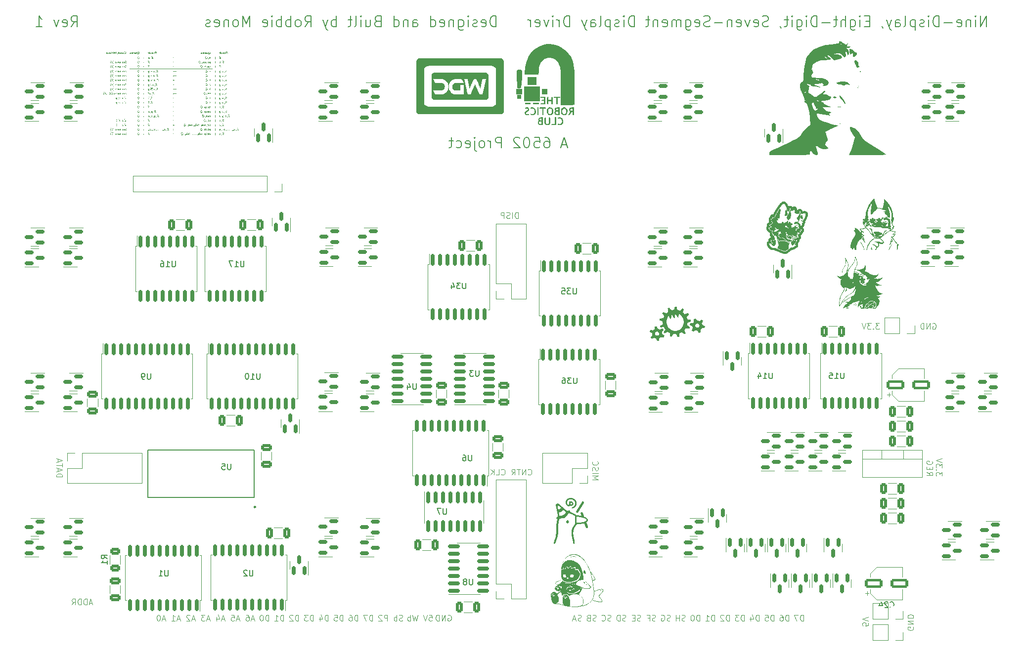
<source format=gbo>
G04 #@! TF.GenerationSoftware,KiCad,Pcbnew,8.0.1-8.0.1-1~ubuntu22.04.1*
G04 #@! TF.CreationDate,2024-05-02T00:15:03-04:00*
G04 #@! TF.ProjectId,Claculator_Display,436c6163-756c-4617-946f-725f44697370,rev?*
G04 #@! TF.SameCoordinates,Original*
G04 #@! TF.FileFunction,Legend,Bot*
G04 #@! TF.FilePolarity,Positive*
%FSLAX46Y46*%
G04 Gerber Fmt 4.6, Leading zero omitted, Abs format (unit mm)*
G04 Created by KiCad (PCBNEW 8.0.1-8.0.1-1~ubuntu22.04.1) date 2024-05-02 00:15:03*
%MOMM*%
%LPD*%
G01*
G04 APERTURE LIST*
G04 Aperture macros list*
%AMRoundRect*
0 Rectangle with rounded corners*
0 $1 Rounding radius*
0 $2 $3 $4 $5 $6 $7 $8 $9 X,Y pos of 4 corners*
0 Add a 4 corners polygon primitive as box body*
4,1,4,$2,$3,$4,$5,$6,$7,$8,$9,$2,$3,0*
0 Add four circle primitives for the rounded corners*
1,1,$1+$1,$2,$3*
1,1,$1+$1,$4,$5*
1,1,$1+$1,$6,$7*
1,1,$1+$1,$8,$9*
0 Add four rect primitives between the rounded corners*
20,1,$1+$1,$2,$3,$4,$5,0*
20,1,$1+$1,$4,$5,$6,$7,0*
20,1,$1+$1,$6,$7,$8,$9,0*
20,1,$1+$1,$8,$9,$2,$3,0*%
G04 Aperture macros list end*
%ADD10C,0.200000*%
%ADD11C,0.100000*%
%ADD12C,0.150000*%
%ADD13C,0.300000*%
%ADD14C,0.000000*%
%ADD15C,0.120000*%
%ADD16C,0.223606*%
%ADD17R,1.700000X1.700000*%
%ADD18O,1.700000X1.700000*%
%ADD19R,1.500000X1.500000*%
%ADD20O,1.500000X1.500000*%
%ADD21C,1.500000*%
%ADD22RoundRect,0.250000X-0.650000X0.325000X-0.650000X-0.325000X0.650000X-0.325000X0.650000X0.325000X0*%
%ADD23RoundRect,0.150000X-0.150000X0.875000X-0.150000X-0.875000X0.150000X-0.875000X0.150000X0.875000X0*%
%ADD24RoundRect,0.150000X-0.587500X-0.150000X0.587500X-0.150000X0.587500X0.150000X-0.587500X0.150000X0*%
%ADD25RoundRect,0.150000X0.587500X0.150000X-0.587500X0.150000X-0.587500X-0.150000X0.587500X-0.150000X0*%
%ADD26RoundRect,0.150000X0.150000X-0.587500X0.150000X0.587500X-0.150000X0.587500X-0.150000X-0.587500X0*%
%ADD27RoundRect,0.250000X0.325000X0.650000X-0.325000X0.650000X-0.325000X-0.650000X0.325000X-0.650000X0*%
%ADD28RoundRect,0.250000X-0.325000X-0.650000X0.325000X-0.650000X0.325000X0.650000X-0.325000X0.650000X0*%
%ADD29R,1.905000X2.000000*%
%ADD30O,1.905000X2.000000*%
%ADD31RoundRect,0.250000X0.650000X-0.325000X0.650000X0.325000X-0.650000X0.325000X-0.650000X-0.325000X0*%
%ADD32RoundRect,0.250000X-0.625000X0.312500X-0.625000X-0.312500X0.625000X-0.312500X0.625000X0.312500X0*%
%ADD33RoundRect,0.150000X-0.150000X0.587500X-0.150000X-0.587500X0.150000X-0.587500X0.150000X0.587500X0*%
%ADD34RoundRect,0.150000X0.150000X-0.875000X0.150000X0.875000X-0.150000X0.875000X-0.150000X-0.875000X0*%
%ADD35RoundRect,0.150000X-0.150000X0.825000X-0.150000X-0.825000X0.150000X-0.825000X0.150000X0.825000X0*%
%ADD36O,0.804000X2.454000*%
%ADD37RoundRect,0.150000X-0.825000X-0.150000X0.825000X-0.150000X0.825000X0.150000X-0.825000X0.150000X0*%
%ADD38RoundRect,0.250000X-1.250000X-0.550000X1.250000X-0.550000X1.250000X0.550000X-1.250000X0.550000X0*%
G04 APERTURE END LIST*
D10*
X130661279Y-44769314D02*
X131261279Y-43912171D01*
X131689850Y-44769314D02*
X131689850Y-42969314D01*
X131689850Y-42969314D02*
X131004136Y-42969314D01*
X131004136Y-42969314D02*
X130832707Y-43055028D01*
X130832707Y-43055028D02*
X130746993Y-43140742D01*
X130746993Y-43140742D02*
X130661279Y-43312171D01*
X130661279Y-43312171D02*
X130661279Y-43569314D01*
X130661279Y-43569314D02*
X130746993Y-43740742D01*
X130746993Y-43740742D02*
X130832707Y-43826457D01*
X130832707Y-43826457D02*
X131004136Y-43912171D01*
X131004136Y-43912171D02*
X131689850Y-43912171D01*
X129204136Y-44683600D02*
X129375564Y-44769314D01*
X129375564Y-44769314D02*
X129718422Y-44769314D01*
X129718422Y-44769314D02*
X129889850Y-44683600D01*
X129889850Y-44683600D02*
X129975564Y-44512171D01*
X129975564Y-44512171D02*
X129975564Y-43826457D01*
X129975564Y-43826457D02*
X129889850Y-43655028D01*
X129889850Y-43655028D02*
X129718422Y-43569314D01*
X129718422Y-43569314D02*
X129375564Y-43569314D01*
X129375564Y-43569314D02*
X129204136Y-43655028D01*
X129204136Y-43655028D02*
X129118422Y-43826457D01*
X129118422Y-43826457D02*
X129118422Y-43997885D01*
X129118422Y-43997885D02*
X129975564Y-44169314D01*
X128518422Y-43569314D02*
X128089850Y-44769314D01*
X128089850Y-44769314D02*
X127661279Y-43569314D01*
X124661278Y-44769314D02*
X125689849Y-44769314D01*
X125175564Y-44769314D02*
X125175564Y-42969314D01*
X125175564Y-42969314D02*
X125346992Y-43226457D01*
X125346992Y-43226457D02*
X125518421Y-43397885D01*
X125518421Y-43397885D02*
X125689849Y-43483600D01*
X215525564Y-65005028D02*
X214668422Y-65005028D01*
X215696993Y-65519314D02*
X215096993Y-63719314D01*
X215096993Y-63719314D02*
X214496993Y-65519314D01*
X211754136Y-63719314D02*
X212096993Y-63719314D01*
X212096993Y-63719314D02*
X212268421Y-63805028D01*
X212268421Y-63805028D02*
X212354136Y-63890742D01*
X212354136Y-63890742D02*
X212525564Y-64147885D01*
X212525564Y-64147885D02*
X212611278Y-64490742D01*
X212611278Y-64490742D02*
X212611278Y-65176457D01*
X212611278Y-65176457D02*
X212525564Y-65347885D01*
X212525564Y-65347885D02*
X212439850Y-65433600D01*
X212439850Y-65433600D02*
X212268421Y-65519314D01*
X212268421Y-65519314D02*
X211925564Y-65519314D01*
X211925564Y-65519314D02*
X211754136Y-65433600D01*
X211754136Y-65433600D02*
X211668421Y-65347885D01*
X211668421Y-65347885D02*
X211582707Y-65176457D01*
X211582707Y-65176457D02*
X211582707Y-64747885D01*
X211582707Y-64747885D02*
X211668421Y-64576457D01*
X211668421Y-64576457D02*
X211754136Y-64490742D01*
X211754136Y-64490742D02*
X211925564Y-64405028D01*
X211925564Y-64405028D02*
X212268421Y-64405028D01*
X212268421Y-64405028D02*
X212439850Y-64490742D01*
X212439850Y-64490742D02*
X212525564Y-64576457D01*
X212525564Y-64576457D02*
X212611278Y-64747885D01*
X209954135Y-63719314D02*
X210811278Y-63719314D01*
X210811278Y-63719314D02*
X210896992Y-64576457D01*
X210896992Y-64576457D02*
X210811278Y-64490742D01*
X210811278Y-64490742D02*
X210639850Y-64405028D01*
X210639850Y-64405028D02*
X210211278Y-64405028D01*
X210211278Y-64405028D02*
X210039850Y-64490742D01*
X210039850Y-64490742D02*
X209954135Y-64576457D01*
X209954135Y-64576457D02*
X209868421Y-64747885D01*
X209868421Y-64747885D02*
X209868421Y-65176457D01*
X209868421Y-65176457D02*
X209954135Y-65347885D01*
X209954135Y-65347885D02*
X210039850Y-65433600D01*
X210039850Y-65433600D02*
X210211278Y-65519314D01*
X210211278Y-65519314D02*
X210639850Y-65519314D01*
X210639850Y-65519314D02*
X210811278Y-65433600D01*
X210811278Y-65433600D02*
X210896992Y-65347885D01*
X208754135Y-63719314D02*
X208582706Y-63719314D01*
X208582706Y-63719314D02*
X208411278Y-63805028D01*
X208411278Y-63805028D02*
X208325564Y-63890742D01*
X208325564Y-63890742D02*
X208239849Y-64062171D01*
X208239849Y-64062171D02*
X208154135Y-64405028D01*
X208154135Y-64405028D02*
X208154135Y-64833600D01*
X208154135Y-64833600D02*
X208239849Y-65176457D01*
X208239849Y-65176457D02*
X208325564Y-65347885D01*
X208325564Y-65347885D02*
X208411278Y-65433600D01*
X208411278Y-65433600D02*
X208582706Y-65519314D01*
X208582706Y-65519314D02*
X208754135Y-65519314D01*
X208754135Y-65519314D02*
X208925564Y-65433600D01*
X208925564Y-65433600D02*
X209011278Y-65347885D01*
X209011278Y-65347885D02*
X209096992Y-65176457D01*
X209096992Y-65176457D02*
X209182706Y-64833600D01*
X209182706Y-64833600D02*
X209182706Y-64405028D01*
X209182706Y-64405028D02*
X209096992Y-64062171D01*
X209096992Y-64062171D02*
X209011278Y-63890742D01*
X209011278Y-63890742D02*
X208925564Y-63805028D01*
X208925564Y-63805028D02*
X208754135Y-63719314D01*
X207468420Y-63890742D02*
X207382706Y-63805028D01*
X207382706Y-63805028D02*
X207211278Y-63719314D01*
X207211278Y-63719314D02*
X206782706Y-63719314D01*
X206782706Y-63719314D02*
X206611278Y-63805028D01*
X206611278Y-63805028D02*
X206525563Y-63890742D01*
X206525563Y-63890742D02*
X206439849Y-64062171D01*
X206439849Y-64062171D02*
X206439849Y-64233600D01*
X206439849Y-64233600D02*
X206525563Y-64490742D01*
X206525563Y-64490742D02*
X207554135Y-65519314D01*
X207554135Y-65519314D02*
X206439849Y-65519314D01*
X204296991Y-65519314D02*
X204296991Y-63719314D01*
X204296991Y-63719314D02*
X203611277Y-63719314D01*
X203611277Y-63719314D02*
X203439848Y-63805028D01*
X203439848Y-63805028D02*
X203354134Y-63890742D01*
X203354134Y-63890742D02*
X203268420Y-64062171D01*
X203268420Y-64062171D02*
X203268420Y-64319314D01*
X203268420Y-64319314D02*
X203354134Y-64490742D01*
X203354134Y-64490742D02*
X203439848Y-64576457D01*
X203439848Y-64576457D02*
X203611277Y-64662171D01*
X203611277Y-64662171D02*
X204296991Y-64662171D01*
X202496991Y-65519314D02*
X202496991Y-64319314D01*
X202496991Y-64662171D02*
X202411277Y-64490742D01*
X202411277Y-64490742D02*
X202325563Y-64405028D01*
X202325563Y-64405028D02*
X202154134Y-64319314D01*
X202154134Y-64319314D02*
X201982705Y-64319314D01*
X201125562Y-65519314D02*
X201296991Y-65433600D01*
X201296991Y-65433600D02*
X201382705Y-65347885D01*
X201382705Y-65347885D02*
X201468419Y-65176457D01*
X201468419Y-65176457D02*
X201468419Y-64662171D01*
X201468419Y-64662171D02*
X201382705Y-64490742D01*
X201382705Y-64490742D02*
X201296991Y-64405028D01*
X201296991Y-64405028D02*
X201125562Y-64319314D01*
X201125562Y-64319314D02*
X200868419Y-64319314D01*
X200868419Y-64319314D02*
X200696991Y-64405028D01*
X200696991Y-64405028D02*
X200611277Y-64490742D01*
X200611277Y-64490742D02*
X200525562Y-64662171D01*
X200525562Y-64662171D02*
X200525562Y-65176457D01*
X200525562Y-65176457D02*
X200611277Y-65347885D01*
X200611277Y-65347885D02*
X200696991Y-65433600D01*
X200696991Y-65433600D02*
X200868419Y-65519314D01*
X200868419Y-65519314D02*
X201125562Y-65519314D01*
X199754134Y-64319314D02*
X199754134Y-65862171D01*
X199754134Y-65862171D02*
X199839848Y-66033600D01*
X199839848Y-66033600D02*
X200011277Y-66119314D01*
X200011277Y-66119314D02*
X200096991Y-66119314D01*
X199754134Y-63719314D02*
X199839848Y-63805028D01*
X199839848Y-63805028D02*
X199754134Y-63890742D01*
X199754134Y-63890742D02*
X199668420Y-63805028D01*
X199668420Y-63805028D02*
X199754134Y-63719314D01*
X199754134Y-63719314D02*
X199754134Y-63890742D01*
X198211277Y-65433600D02*
X198382705Y-65519314D01*
X198382705Y-65519314D02*
X198725563Y-65519314D01*
X198725563Y-65519314D02*
X198896991Y-65433600D01*
X198896991Y-65433600D02*
X198982705Y-65262171D01*
X198982705Y-65262171D02*
X198982705Y-64576457D01*
X198982705Y-64576457D02*
X198896991Y-64405028D01*
X198896991Y-64405028D02*
X198725563Y-64319314D01*
X198725563Y-64319314D02*
X198382705Y-64319314D01*
X198382705Y-64319314D02*
X198211277Y-64405028D01*
X198211277Y-64405028D02*
X198125563Y-64576457D01*
X198125563Y-64576457D02*
X198125563Y-64747885D01*
X198125563Y-64747885D02*
X198982705Y-64919314D01*
X196582706Y-65433600D02*
X196754134Y-65519314D01*
X196754134Y-65519314D02*
X197096991Y-65519314D01*
X197096991Y-65519314D02*
X197268420Y-65433600D01*
X197268420Y-65433600D02*
X197354134Y-65347885D01*
X197354134Y-65347885D02*
X197439848Y-65176457D01*
X197439848Y-65176457D02*
X197439848Y-64662171D01*
X197439848Y-64662171D02*
X197354134Y-64490742D01*
X197354134Y-64490742D02*
X197268420Y-64405028D01*
X197268420Y-64405028D02*
X197096991Y-64319314D01*
X197096991Y-64319314D02*
X196754134Y-64319314D01*
X196754134Y-64319314D02*
X196582706Y-64405028D01*
X196068420Y-64319314D02*
X195382706Y-64319314D01*
X195811277Y-63719314D02*
X195811277Y-65262171D01*
X195811277Y-65262171D02*
X195725563Y-65433600D01*
X195725563Y-65433600D02*
X195554134Y-65519314D01*
X195554134Y-65519314D02*
X195382706Y-65519314D01*
X203419850Y-44769314D02*
X203419850Y-42969314D01*
X203419850Y-42969314D02*
X202991279Y-42969314D01*
X202991279Y-42969314D02*
X202734136Y-43055028D01*
X202734136Y-43055028D02*
X202562707Y-43226457D01*
X202562707Y-43226457D02*
X202476993Y-43397885D01*
X202476993Y-43397885D02*
X202391279Y-43740742D01*
X202391279Y-43740742D02*
X202391279Y-43997885D01*
X202391279Y-43997885D02*
X202476993Y-44340742D01*
X202476993Y-44340742D02*
X202562707Y-44512171D01*
X202562707Y-44512171D02*
X202734136Y-44683600D01*
X202734136Y-44683600D02*
X202991279Y-44769314D01*
X202991279Y-44769314D02*
X203419850Y-44769314D01*
X200934136Y-44683600D02*
X201105564Y-44769314D01*
X201105564Y-44769314D02*
X201448422Y-44769314D01*
X201448422Y-44769314D02*
X201619850Y-44683600D01*
X201619850Y-44683600D02*
X201705564Y-44512171D01*
X201705564Y-44512171D02*
X201705564Y-43826457D01*
X201705564Y-43826457D02*
X201619850Y-43655028D01*
X201619850Y-43655028D02*
X201448422Y-43569314D01*
X201448422Y-43569314D02*
X201105564Y-43569314D01*
X201105564Y-43569314D02*
X200934136Y-43655028D01*
X200934136Y-43655028D02*
X200848422Y-43826457D01*
X200848422Y-43826457D02*
X200848422Y-43997885D01*
X200848422Y-43997885D02*
X201705564Y-44169314D01*
X200162707Y-44683600D02*
X199991279Y-44769314D01*
X199991279Y-44769314D02*
X199648422Y-44769314D01*
X199648422Y-44769314D02*
X199476993Y-44683600D01*
X199476993Y-44683600D02*
X199391279Y-44512171D01*
X199391279Y-44512171D02*
X199391279Y-44426457D01*
X199391279Y-44426457D02*
X199476993Y-44255028D01*
X199476993Y-44255028D02*
X199648422Y-44169314D01*
X199648422Y-44169314D02*
X199905565Y-44169314D01*
X199905565Y-44169314D02*
X200076993Y-44083600D01*
X200076993Y-44083600D02*
X200162707Y-43912171D01*
X200162707Y-43912171D02*
X200162707Y-43826457D01*
X200162707Y-43826457D02*
X200076993Y-43655028D01*
X200076993Y-43655028D02*
X199905565Y-43569314D01*
X199905565Y-43569314D02*
X199648422Y-43569314D01*
X199648422Y-43569314D02*
X199476993Y-43655028D01*
X198619850Y-44769314D02*
X198619850Y-43569314D01*
X198619850Y-42969314D02*
X198705564Y-43055028D01*
X198705564Y-43055028D02*
X198619850Y-43140742D01*
X198619850Y-43140742D02*
X198534136Y-43055028D01*
X198534136Y-43055028D02*
X198619850Y-42969314D01*
X198619850Y-42969314D02*
X198619850Y-43140742D01*
X196991279Y-43569314D02*
X196991279Y-45026457D01*
X196991279Y-45026457D02*
X197076993Y-45197885D01*
X197076993Y-45197885D02*
X197162707Y-45283600D01*
X197162707Y-45283600D02*
X197334136Y-45369314D01*
X197334136Y-45369314D02*
X197591279Y-45369314D01*
X197591279Y-45369314D02*
X197762707Y-45283600D01*
X196991279Y-44683600D02*
X197162707Y-44769314D01*
X197162707Y-44769314D02*
X197505564Y-44769314D01*
X197505564Y-44769314D02*
X197676993Y-44683600D01*
X197676993Y-44683600D02*
X197762707Y-44597885D01*
X197762707Y-44597885D02*
X197848421Y-44426457D01*
X197848421Y-44426457D02*
X197848421Y-43912171D01*
X197848421Y-43912171D02*
X197762707Y-43740742D01*
X197762707Y-43740742D02*
X197676993Y-43655028D01*
X197676993Y-43655028D02*
X197505564Y-43569314D01*
X197505564Y-43569314D02*
X197162707Y-43569314D01*
X197162707Y-43569314D02*
X196991279Y-43655028D01*
X196134136Y-43569314D02*
X196134136Y-44769314D01*
X196134136Y-43740742D02*
X196048422Y-43655028D01*
X196048422Y-43655028D02*
X195876993Y-43569314D01*
X195876993Y-43569314D02*
X195619850Y-43569314D01*
X195619850Y-43569314D02*
X195448422Y-43655028D01*
X195448422Y-43655028D02*
X195362708Y-43826457D01*
X195362708Y-43826457D02*
X195362708Y-44769314D01*
X193819851Y-44683600D02*
X193991279Y-44769314D01*
X193991279Y-44769314D02*
X194334137Y-44769314D01*
X194334137Y-44769314D02*
X194505565Y-44683600D01*
X194505565Y-44683600D02*
X194591279Y-44512171D01*
X194591279Y-44512171D02*
X194591279Y-43826457D01*
X194591279Y-43826457D02*
X194505565Y-43655028D01*
X194505565Y-43655028D02*
X194334137Y-43569314D01*
X194334137Y-43569314D02*
X193991279Y-43569314D01*
X193991279Y-43569314D02*
X193819851Y-43655028D01*
X193819851Y-43655028D02*
X193734137Y-43826457D01*
X193734137Y-43826457D02*
X193734137Y-43997885D01*
X193734137Y-43997885D02*
X194591279Y-44169314D01*
X192191280Y-44769314D02*
X192191280Y-42969314D01*
X192191280Y-44683600D02*
X192362708Y-44769314D01*
X192362708Y-44769314D02*
X192705565Y-44769314D01*
X192705565Y-44769314D02*
X192876994Y-44683600D01*
X192876994Y-44683600D02*
X192962708Y-44597885D01*
X192962708Y-44597885D02*
X193048422Y-44426457D01*
X193048422Y-44426457D02*
X193048422Y-43912171D01*
X193048422Y-43912171D02*
X192962708Y-43740742D01*
X192962708Y-43740742D02*
X192876994Y-43655028D01*
X192876994Y-43655028D02*
X192705565Y-43569314D01*
X192705565Y-43569314D02*
X192362708Y-43569314D01*
X192362708Y-43569314D02*
X192191280Y-43655028D01*
X189191280Y-44769314D02*
X189191280Y-43826457D01*
X189191280Y-43826457D02*
X189276994Y-43655028D01*
X189276994Y-43655028D02*
X189448422Y-43569314D01*
X189448422Y-43569314D02*
X189791280Y-43569314D01*
X189791280Y-43569314D02*
X189962708Y-43655028D01*
X189191280Y-44683600D02*
X189362708Y-44769314D01*
X189362708Y-44769314D02*
X189791280Y-44769314D01*
X189791280Y-44769314D02*
X189962708Y-44683600D01*
X189962708Y-44683600D02*
X190048422Y-44512171D01*
X190048422Y-44512171D02*
X190048422Y-44340742D01*
X190048422Y-44340742D02*
X189962708Y-44169314D01*
X189962708Y-44169314D02*
X189791280Y-44083600D01*
X189791280Y-44083600D02*
X189362708Y-44083600D01*
X189362708Y-44083600D02*
X189191280Y-43997885D01*
X188334137Y-43569314D02*
X188334137Y-44769314D01*
X188334137Y-43740742D02*
X188248423Y-43655028D01*
X188248423Y-43655028D02*
X188076994Y-43569314D01*
X188076994Y-43569314D02*
X187819851Y-43569314D01*
X187819851Y-43569314D02*
X187648423Y-43655028D01*
X187648423Y-43655028D02*
X187562709Y-43826457D01*
X187562709Y-43826457D02*
X187562709Y-44769314D01*
X185934138Y-44769314D02*
X185934138Y-42969314D01*
X185934138Y-44683600D02*
X186105566Y-44769314D01*
X186105566Y-44769314D02*
X186448423Y-44769314D01*
X186448423Y-44769314D02*
X186619852Y-44683600D01*
X186619852Y-44683600D02*
X186705566Y-44597885D01*
X186705566Y-44597885D02*
X186791280Y-44426457D01*
X186791280Y-44426457D02*
X186791280Y-43912171D01*
X186791280Y-43912171D02*
X186705566Y-43740742D01*
X186705566Y-43740742D02*
X186619852Y-43655028D01*
X186619852Y-43655028D02*
X186448423Y-43569314D01*
X186448423Y-43569314D02*
X186105566Y-43569314D01*
X186105566Y-43569314D02*
X185934138Y-43655028D01*
X183105566Y-43826457D02*
X182848423Y-43912171D01*
X182848423Y-43912171D02*
X182762709Y-43997885D01*
X182762709Y-43997885D02*
X182676995Y-44169314D01*
X182676995Y-44169314D02*
X182676995Y-44426457D01*
X182676995Y-44426457D02*
X182762709Y-44597885D01*
X182762709Y-44597885D02*
X182848423Y-44683600D01*
X182848423Y-44683600D02*
X183019852Y-44769314D01*
X183019852Y-44769314D02*
X183705566Y-44769314D01*
X183705566Y-44769314D02*
X183705566Y-42969314D01*
X183705566Y-42969314D02*
X183105566Y-42969314D01*
X183105566Y-42969314D02*
X182934138Y-43055028D01*
X182934138Y-43055028D02*
X182848423Y-43140742D01*
X182848423Y-43140742D02*
X182762709Y-43312171D01*
X182762709Y-43312171D02*
X182762709Y-43483600D01*
X182762709Y-43483600D02*
X182848423Y-43655028D01*
X182848423Y-43655028D02*
X182934138Y-43740742D01*
X182934138Y-43740742D02*
X183105566Y-43826457D01*
X183105566Y-43826457D02*
X183705566Y-43826457D01*
X181134138Y-43569314D02*
X181134138Y-44769314D01*
X181905566Y-43569314D02*
X181905566Y-44512171D01*
X181905566Y-44512171D02*
X181819852Y-44683600D01*
X181819852Y-44683600D02*
X181648423Y-44769314D01*
X181648423Y-44769314D02*
X181391280Y-44769314D01*
X181391280Y-44769314D02*
X181219852Y-44683600D01*
X181219852Y-44683600D02*
X181134138Y-44597885D01*
X180276995Y-44769314D02*
X180276995Y-43569314D01*
X180276995Y-42969314D02*
X180362709Y-43055028D01*
X180362709Y-43055028D02*
X180276995Y-43140742D01*
X180276995Y-43140742D02*
X180191281Y-43055028D01*
X180191281Y-43055028D02*
X180276995Y-42969314D01*
X180276995Y-42969314D02*
X180276995Y-43140742D01*
X179162709Y-44769314D02*
X179334138Y-44683600D01*
X179334138Y-44683600D02*
X179419852Y-44512171D01*
X179419852Y-44512171D02*
X179419852Y-42969314D01*
X178734138Y-43569314D02*
X178048424Y-43569314D01*
X178476995Y-42969314D02*
X178476995Y-44512171D01*
X178476995Y-44512171D02*
X178391281Y-44683600D01*
X178391281Y-44683600D02*
X178219852Y-44769314D01*
X178219852Y-44769314D02*
X178048424Y-44769314D01*
X176076995Y-44769314D02*
X176076995Y-42969314D01*
X176076995Y-43655028D02*
X175905567Y-43569314D01*
X175905567Y-43569314D02*
X175562709Y-43569314D01*
X175562709Y-43569314D02*
X175391281Y-43655028D01*
X175391281Y-43655028D02*
X175305567Y-43740742D01*
X175305567Y-43740742D02*
X175219852Y-43912171D01*
X175219852Y-43912171D02*
X175219852Y-44426457D01*
X175219852Y-44426457D02*
X175305567Y-44597885D01*
X175305567Y-44597885D02*
X175391281Y-44683600D01*
X175391281Y-44683600D02*
X175562709Y-44769314D01*
X175562709Y-44769314D02*
X175905567Y-44769314D01*
X175905567Y-44769314D02*
X176076995Y-44683600D01*
X174619853Y-43569314D02*
X174191281Y-44769314D01*
X173762710Y-43569314D02*
X174191281Y-44769314D01*
X174191281Y-44769314D02*
X174362710Y-45197885D01*
X174362710Y-45197885D02*
X174448424Y-45283600D01*
X174448424Y-45283600D02*
X174619853Y-45369314D01*
X170676995Y-44769314D02*
X171276995Y-43912171D01*
X171705566Y-44769314D02*
X171705566Y-42969314D01*
X171705566Y-42969314D02*
X171019852Y-42969314D01*
X171019852Y-42969314D02*
X170848423Y-43055028D01*
X170848423Y-43055028D02*
X170762709Y-43140742D01*
X170762709Y-43140742D02*
X170676995Y-43312171D01*
X170676995Y-43312171D02*
X170676995Y-43569314D01*
X170676995Y-43569314D02*
X170762709Y-43740742D01*
X170762709Y-43740742D02*
X170848423Y-43826457D01*
X170848423Y-43826457D02*
X171019852Y-43912171D01*
X171019852Y-43912171D02*
X171705566Y-43912171D01*
X169648423Y-44769314D02*
X169819852Y-44683600D01*
X169819852Y-44683600D02*
X169905566Y-44597885D01*
X169905566Y-44597885D02*
X169991280Y-44426457D01*
X169991280Y-44426457D02*
X169991280Y-43912171D01*
X169991280Y-43912171D02*
X169905566Y-43740742D01*
X169905566Y-43740742D02*
X169819852Y-43655028D01*
X169819852Y-43655028D02*
X169648423Y-43569314D01*
X169648423Y-43569314D02*
X169391280Y-43569314D01*
X169391280Y-43569314D02*
X169219852Y-43655028D01*
X169219852Y-43655028D02*
X169134138Y-43740742D01*
X169134138Y-43740742D02*
X169048423Y-43912171D01*
X169048423Y-43912171D02*
X169048423Y-44426457D01*
X169048423Y-44426457D02*
X169134138Y-44597885D01*
X169134138Y-44597885D02*
X169219852Y-44683600D01*
X169219852Y-44683600D02*
X169391280Y-44769314D01*
X169391280Y-44769314D02*
X169648423Y-44769314D01*
X168276995Y-44769314D02*
X168276995Y-42969314D01*
X168276995Y-43655028D02*
X168105567Y-43569314D01*
X168105567Y-43569314D02*
X167762709Y-43569314D01*
X167762709Y-43569314D02*
X167591281Y-43655028D01*
X167591281Y-43655028D02*
X167505567Y-43740742D01*
X167505567Y-43740742D02*
X167419852Y-43912171D01*
X167419852Y-43912171D02*
X167419852Y-44426457D01*
X167419852Y-44426457D02*
X167505567Y-44597885D01*
X167505567Y-44597885D02*
X167591281Y-44683600D01*
X167591281Y-44683600D02*
X167762709Y-44769314D01*
X167762709Y-44769314D02*
X168105567Y-44769314D01*
X168105567Y-44769314D02*
X168276995Y-44683600D01*
X166648424Y-44769314D02*
X166648424Y-42969314D01*
X166648424Y-43655028D02*
X166476996Y-43569314D01*
X166476996Y-43569314D02*
X166134138Y-43569314D01*
X166134138Y-43569314D02*
X165962710Y-43655028D01*
X165962710Y-43655028D02*
X165876996Y-43740742D01*
X165876996Y-43740742D02*
X165791281Y-43912171D01*
X165791281Y-43912171D02*
X165791281Y-44426457D01*
X165791281Y-44426457D02*
X165876996Y-44597885D01*
X165876996Y-44597885D02*
X165962710Y-44683600D01*
X165962710Y-44683600D02*
X166134138Y-44769314D01*
X166134138Y-44769314D02*
X166476996Y-44769314D01*
X166476996Y-44769314D02*
X166648424Y-44683600D01*
X165019853Y-44769314D02*
X165019853Y-43569314D01*
X165019853Y-42969314D02*
X165105567Y-43055028D01*
X165105567Y-43055028D02*
X165019853Y-43140742D01*
X165019853Y-43140742D02*
X164934139Y-43055028D01*
X164934139Y-43055028D02*
X165019853Y-42969314D01*
X165019853Y-42969314D02*
X165019853Y-43140742D01*
X163476996Y-44683600D02*
X163648424Y-44769314D01*
X163648424Y-44769314D02*
X163991282Y-44769314D01*
X163991282Y-44769314D02*
X164162710Y-44683600D01*
X164162710Y-44683600D02*
X164248424Y-44512171D01*
X164248424Y-44512171D02*
X164248424Y-43826457D01*
X164248424Y-43826457D02*
X164162710Y-43655028D01*
X164162710Y-43655028D02*
X163991282Y-43569314D01*
X163991282Y-43569314D02*
X163648424Y-43569314D01*
X163648424Y-43569314D02*
X163476996Y-43655028D01*
X163476996Y-43655028D02*
X163391282Y-43826457D01*
X163391282Y-43826457D02*
X163391282Y-43997885D01*
X163391282Y-43997885D02*
X164248424Y-44169314D01*
X161248424Y-44769314D02*
X161248424Y-42969314D01*
X161248424Y-42969314D02*
X160648424Y-44255028D01*
X160648424Y-44255028D02*
X160048424Y-42969314D01*
X160048424Y-42969314D02*
X160048424Y-44769314D01*
X158934138Y-44769314D02*
X159105567Y-44683600D01*
X159105567Y-44683600D02*
X159191281Y-44597885D01*
X159191281Y-44597885D02*
X159276995Y-44426457D01*
X159276995Y-44426457D02*
X159276995Y-43912171D01*
X159276995Y-43912171D02*
X159191281Y-43740742D01*
X159191281Y-43740742D02*
X159105567Y-43655028D01*
X159105567Y-43655028D02*
X158934138Y-43569314D01*
X158934138Y-43569314D02*
X158676995Y-43569314D01*
X158676995Y-43569314D02*
X158505567Y-43655028D01*
X158505567Y-43655028D02*
X158419853Y-43740742D01*
X158419853Y-43740742D02*
X158334138Y-43912171D01*
X158334138Y-43912171D02*
X158334138Y-44426457D01*
X158334138Y-44426457D02*
X158419853Y-44597885D01*
X158419853Y-44597885D02*
X158505567Y-44683600D01*
X158505567Y-44683600D02*
X158676995Y-44769314D01*
X158676995Y-44769314D02*
X158934138Y-44769314D01*
X157562710Y-43569314D02*
X157562710Y-44769314D01*
X157562710Y-43740742D02*
X157476996Y-43655028D01*
X157476996Y-43655028D02*
X157305567Y-43569314D01*
X157305567Y-43569314D02*
X157048424Y-43569314D01*
X157048424Y-43569314D02*
X156876996Y-43655028D01*
X156876996Y-43655028D02*
X156791282Y-43826457D01*
X156791282Y-43826457D02*
X156791282Y-44769314D01*
X155248425Y-44683600D02*
X155419853Y-44769314D01*
X155419853Y-44769314D02*
X155762711Y-44769314D01*
X155762711Y-44769314D02*
X155934139Y-44683600D01*
X155934139Y-44683600D02*
X156019853Y-44512171D01*
X156019853Y-44512171D02*
X156019853Y-43826457D01*
X156019853Y-43826457D02*
X155934139Y-43655028D01*
X155934139Y-43655028D02*
X155762711Y-43569314D01*
X155762711Y-43569314D02*
X155419853Y-43569314D01*
X155419853Y-43569314D02*
X155248425Y-43655028D01*
X155248425Y-43655028D02*
X155162711Y-43826457D01*
X155162711Y-43826457D02*
X155162711Y-43997885D01*
X155162711Y-43997885D02*
X156019853Y-44169314D01*
X154476996Y-44683600D02*
X154305568Y-44769314D01*
X154305568Y-44769314D02*
X153962711Y-44769314D01*
X153962711Y-44769314D02*
X153791282Y-44683600D01*
X153791282Y-44683600D02*
X153705568Y-44512171D01*
X153705568Y-44512171D02*
X153705568Y-44426457D01*
X153705568Y-44426457D02*
X153791282Y-44255028D01*
X153791282Y-44255028D02*
X153962711Y-44169314D01*
X153962711Y-44169314D02*
X154219854Y-44169314D01*
X154219854Y-44169314D02*
X154391282Y-44083600D01*
X154391282Y-44083600D02*
X154476996Y-43912171D01*
X154476996Y-43912171D02*
X154476996Y-43826457D01*
X154476996Y-43826457D02*
X154391282Y-43655028D01*
X154391282Y-43655028D02*
X154219854Y-43569314D01*
X154219854Y-43569314D02*
X153962711Y-43569314D01*
X153962711Y-43569314D02*
X153791282Y-43655028D01*
X287419850Y-44769314D02*
X287419850Y-42969314D01*
X287419850Y-42969314D02*
X286391279Y-44769314D01*
X286391279Y-44769314D02*
X286391279Y-42969314D01*
X285534136Y-44769314D02*
X285534136Y-43569314D01*
X285534136Y-42969314D02*
X285619850Y-43055028D01*
X285619850Y-43055028D02*
X285534136Y-43140742D01*
X285534136Y-43140742D02*
X285448422Y-43055028D01*
X285448422Y-43055028D02*
X285534136Y-42969314D01*
X285534136Y-42969314D02*
X285534136Y-43140742D01*
X284676993Y-43569314D02*
X284676993Y-44769314D01*
X284676993Y-43740742D02*
X284591279Y-43655028D01*
X284591279Y-43655028D02*
X284419850Y-43569314D01*
X284419850Y-43569314D02*
X284162707Y-43569314D01*
X284162707Y-43569314D02*
X283991279Y-43655028D01*
X283991279Y-43655028D02*
X283905565Y-43826457D01*
X283905565Y-43826457D02*
X283905565Y-44769314D01*
X282362708Y-44683600D02*
X282534136Y-44769314D01*
X282534136Y-44769314D02*
X282876994Y-44769314D01*
X282876994Y-44769314D02*
X283048422Y-44683600D01*
X283048422Y-44683600D02*
X283134136Y-44512171D01*
X283134136Y-44512171D02*
X283134136Y-43826457D01*
X283134136Y-43826457D02*
X283048422Y-43655028D01*
X283048422Y-43655028D02*
X282876994Y-43569314D01*
X282876994Y-43569314D02*
X282534136Y-43569314D01*
X282534136Y-43569314D02*
X282362708Y-43655028D01*
X282362708Y-43655028D02*
X282276994Y-43826457D01*
X282276994Y-43826457D02*
X282276994Y-43997885D01*
X282276994Y-43997885D02*
X283134136Y-44169314D01*
X281505565Y-44083600D02*
X280134137Y-44083600D01*
X279276994Y-44769314D02*
X279276994Y-42969314D01*
X279276994Y-42969314D02*
X278848423Y-42969314D01*
X278848423Y-42969314D02*
X278591280Y-43055028D01*
X278591280Y-43055028D02*
X278419851Y-43226457D01*
X278419851Y-43226457D02*
X278334137Y-43397885D01*
X278334137Y-43397885D02*
X278248423Y-43740742D01*
X278248423Y-43740742D02*
X278248423Y-43997885D01*
X278248423Y-43997885D02*
X278334137Y-44340742D01*
X278334137Y-44340742D02*
X278419851Y-44512171D01*
X278419851Y-44512171D02*
X278591280Y-44683600D01*
X278591280Y-44683600D02*
X278848423Y-44769314D01*
X278848423Y-44769314D02*
X279276994Y-44769314D01*
X277476994Y-44769314D02*
X277476994Y-43569314D01*
X277476994Y-42969314D02*
X277562708Y-43055028D01*
X277562708Y-43055028D02*
X277476994Y-43140742D01*
X277476994Y-43140742D02*
X277391280Y-43055028D01*
X277391280Y-43055028D02*
X277476994Y-42969314D01*
X277476994Y-42969314D02*
X277476994Y-43140742D01*
X276705565Y-44683600D02*
X276534137Y-44769314D01*
X276534137Y-44769314D02*
X276191280Y-44769314D01*
X276191280Y-44769314D02*
X276019851Y-44683600D01*
X276019851Y-44683600D02*
X275934137Y-44512171D01*
X275934137Y-44512171D02*
X275934137Y-44426457D01*
X275934137Y-44426457D02*
X276019851Y-44255028D01*
X276019851Y-44255028D02*
X276191280Y-44169314D01*
X276191280Y-44169314D02*
X276448423Y-44169314D01*
X276448423Y-44169314D02*
X276619851Y-44083600D01*
X276619851Y-44083600D02*
X276705565Y-43912171D01*
X276705565Y-43912171D02*
X276705565Y-43826457D01*
X276705565Y-43826457D02*
X276619851Y-43655028D01*
X276619851Y-43655028D02*
X276448423Y-43569314D01*
X276448423Y-43569314D02*
X276191280Y-43569314D01*
X276191280Y-43569314D02*
X276019851Y-43655028D01*
X275162708Y-43569314D02*
X275162708Y-45369314D01*
X275162708Y-43655028D02*
X274991280Y-43569314D01*
X274991280Y-43569314D02*
X274648422Y-43569314D01*
X274648422Y-43569314D02*
X274476994Y-43655028D01*
X274476994Y-43655028D02*
X274391280Y-43740742D01*
X274391280Y-43740742D02*
X274305565Y-43912171D01*
X274305565Y-43912171D02*
X274305565Y-44426457D01*
X274305565Y-44426457D02*
X274391280Y-44597885D01*
X274391280Y-44597885D02*
X274476994Y-44683600D01*
X274476994Y-44683600D02*
X274648422Y-44769314D01*
X274648422Y-44769314D02*
X274991280Y-44769314D01*
X274991280Y-44769314D02*
X275162708Y-44683600D01*
X273276994Y-44769314D02*
X273448423Y-44683600D01*
X273448423Y-44683600D02*
X273534137Y-44512171D01*
X273534137Y-44512171D02*
X273534137Y-42969314D01*
X271819852Y-44769314D02*
X271819852Y-43826457D01*
X271819852Y-43826457D02*
X271905566Y-43655028D01*
X271905566Y-43655028D02*
X272076994Y-43569314D01*
X272076994Y-43569314D02*
X272419852Y-43569314D01*
X272419852Y-43569314D02*
X272591280Y-43655028D01*
X271819852Y-44683600D02*
X271991280Y-44769314D01*
X271991280Y-44769314D02*
X272419852Y-44769314D01*
X272419852Y-44769314D02*
X272591280Y-44683600D01*
X272591280Y-44683600D02*
X272676994Y-44512171D01*
X272676994Y-44512171D02*
X272676994Y-44340742D01*
X272676994Y-44340742D02*
X272591280Y-44169314D01*
X272591280Y-44169314D02*
X272419852Y-44083600D01*
X272419852Y-44083600D02*
X271991280Y-44083600D01*
X271991280Y-44083600D02*
X271819852Y-43997885D01*
X271134138Y-43569314D02*
X270705566Y-44769314D01*
X270276995Y-43569314D02*
X270705566Y-44769314D01*
X270705566Y-44769314D02*
X270876995Y-45197885D01*
X270876995Y-45197885D02*
X270962709Y-45283600D01*
X270962709Y-45283600D02*
X271134138Y-45369314D01*
X269505566Y-44683600D02*
X269505566Y-44769314D01*
X269505566Y-44769314D02*
X269591280Y-44940742D01*
X269591280Y-44940742D02*
X269676994Y-45026457D01*
X267362708Y-43826457D02*
X266762708Y-43826457D01*
X266505565Y-44769314D02*
X267362708Y-44769314D01*
X267362708Y-44769314D02*
X267362708Y-42969314D01*
X267362708Y-42969314D02*
X266505565Y-42969314D01*
X265734137Y-44769314D02*
X265734137Y-43569314D01*
X265734137Y-42969314D02*
X265819851Y-43055028D01*
X265819851Y-43055028D02*
X265734137Y-43140742D01*
X265734137Y-43140742D02*
X265648423Y-43055028D01*
X265648423Y-43055028D02*
X265734137Y-42969314D01*
X265734137Y-42969314D02*
X265734137Y-43140742D01*
X264105566Y-43569314D02*
X264105566Y-45026457D01*
X264105566Y-45026457D02*
X264191280Y-45197885D01*
X264191280Y-45197885D02*
X264276994Y-45283600D01*
X264276994Y-45283600D02*
X264448423Y-45369314D01*
X264448423Y-45369314D02*
X264705566Y-45369314D01*
X264705566Y-45369314D02*
X264876994Y-45283600D01*
X264105566Y-44683600D02*
X264276994Y-44769314D01*
X264276994Y-44769314D02*
X264619851Y-44769314D01*
X264619851Y-44769314D02*
X264791280Y-44683600D01*
X264791280Y-44683600D02*
X264876994Y-44597885D01*
X264876994Y-44597885D02*
X264962708Y-44426457D01*
X264962708Y-44426457D02*
X264962708Y-43912171D01*
X264962708Y-43912171D02*
X264876994Y-43740742D01*
X264876994Y-43740742D02*
X264791280Y-43655028D01*
X264791280Y-43655028D02*
X264619851Y-43569314D01*
X264619851Y-43569314D02*
X264276994Y-43569314D01*
X264276994Y-43569314D02*
X264105566Y-43655028D01*
X263248423Y-44769314D02*
X263248423Y-42969314D01*
X262476995Y-44769314D02*
X262476995Y-43826457D01*
X262476995Y-43826457D02*
X262562709Y-43655028D01*
X262562709Y-43655028D02*
X262734137Y-43569314D01*
X262734137Y-43569314D02*
X262991280Y-43569314D01*
X262991280Y-43569314D02*
X263162709Y-43655028D01*
X263162709Y-43655028D02*
X263248423Y-43740742D01*
X261876995Y-43569314D02*
X261191281Y-43569314D01*
X261619852Y-42969314D02*
X261619852Y-44512171D01*
X261619852Y-44512171D02*
X261534138Y-44683600D01*
X261534138Y-44683600D02*
X261362709Y-44769314D01*
X261362709Y-44769314D02*
X261191281Y-44769314D01*
X260591281Y-44083600D02*
X259219853Y-44083600D01*
X258362710Y-44769314D02*
X258362710Y-42969314D01*
X258362710Y-42969314D02*
X257934139Y-42969314D01*
X257934139Y-42969314D02*
X257676996Y-43055028D01*
X257676996Y-43055028D02*
X257505567Y-43226457D01*
X257505567Y-43226457D02*
X257419853Y-43397885D01*
X257419853Y-43397885D02*
X257334139Y-43740742D01*
X257334139Y-43740742D02*
X257334139Y-43997885D01*
X257334139Y-43997885D02*
X257419853Y-44340742D01*
X257419853Y-44340742D02*
X257505567Y-44512171D01*
X257505567Y-44512171D02*
X257676996Y-44683600D01*
X257676996Y-44683600D02*
X257934139Y-44769314D01*
X257934139Y-44769314D02*
X258362710Y-44769314D01*
X256562710Y-44769314D02*
X256562710Y-43569314D01*
X256562710Y-42969314D02*
X256648424Y-43055028D01*
X256648424Y-43055028D02*
X256562710Y-43140742D01*
X256562710Y-43140742D02*
X256476996Y-43055028D01*
X256476996Y-43055028D02*
X256562710Y-42969314D01*
X256562710Y-42969314D02*
X256562710Y-43140742D01*
X254934139Y-43569314D02*
X254934139Y-45026457D01*
X254934139Y-45026457D02*
X255019853Y-45197885D01*
X255019853Y-45197885D02*
X255105567Y-45283600D01*
X255105567Y-45283600D02*
X255276996Y-45369314D01*
X255276996Y-45369314D02*
X255534139Y-45369314D01*
X255534139Y-45369314D02*
X255705567Y-45283600D01*
X254934139Y-44683600D02*
X255105567Y-44769314D01*
X255105567Y-44769314D02*
X255448424Y-44769314D01*
X255448424Y-44769314D02*
X255619853Y-44683600D01*
X255619853Y-44683600D02*
X255705567Y-44597885D01*
X255705567Y-44597885D02*
X255791281Y-44426457D01*
X255791281Y-44426457D02*
X255791281Y-43912171D01*
X255791281Y-43912171D02*
X255705567Y-43740742D01*
X255705567Y-43740742D02*
X255619853Y-43655028D01*
X255619853Y-43655028D02*
X255448424Y-43569314D01*
X255448424Y-43569314D02*
X255105567Y-43569314D01*
X255105567Y-43569314D02*
X254934139Y-43655028D01*
X254076996Y-44769314D02*
X254076996Y-43569314D01*
X254076996Y-42969314D02*
X254162710Y-43055028D01*
X254162710Y-43055028D02*
X254076996Y-43140742D01*
X254076996Y-43140742D02*
X253991282Y-43055028D01*
X253991282Y-43055028D02*
X254076996Y-42969314D01*
X254076996Y-42969314D02*
X254076996Y-43140742D01*
X253476996Y-43569314D02*
X252791282Y-43569314D01*
X253219853Y-42969314D02*
X253219853Y-44512171D01*
X253219853Y-44512171D02*
X253134139Y-44683600D01*
X253134139Y-44683600D02*
X252962710Y-44769314D01*
X252962710Y-44769314D02*
X252791282Y-44769314D01*
X252105568Y-44683600D02*
X252105568Y-44769314D01*
X252105568Y-44769314D02*
X252191282Y-44940742D01*
X252191282Y-44940742D02*
X252276996Y-45026457D01*
X250048424Y-44683600D02*
X249791282Y-44769314D01*
X249791282Y-44769314D02*
X249362710Y-44769314D01*
X249362710Y-44769314D02*
X249191282Y-44683600D01*
X249191282Y-44683600D02*
X249105567Y-44597885D01*
X249105567Y-44597885D02*
X249019853Y-44426457D01*
X249019853Y-44426457D02*
X249019853Y-44255028D01*
X249019853Y-44255028D02*
X249105567Y-44083600D01*
X249105567Y-44083600D02*
X249191282Y-43997885D01*
X249191282Y-43997885D02*
X249362710Y-43912171D01*
X249362710Y-43912171D02*
X249705567Y-43826457D01*
X249705567Y-43826457D02*
X249876996Y-43740742D01*
X249876996Y-43740742D02*
X249962710Y-43655028D01*
X249962710Y-43655028D02*
X250048424Y-43483600D01*
X250048424Y-43483600D02*
X250048424Y-43312171D01*
X250048424Y-43312171D02*
X249962710Y-43140742D01*
X249962710Y-43140742D02*
X249876996Y-43055028D01*
X249876996Y-43055028D02*
X249705567Y-42969314D01*
X249705567Y-42969314D02*
X249276996Y-42969314D01*
X249276996Y-42969314D02*
X249019853Y-43055028D01*
X247562710Y-44683600D02*
X247734138Y-44769314D01*
X247734138Y-44769314D02*
X248076996Y-44769314D01*
X248076996Y-44769314D02*
X248248424Y-44683600D01*
X248248424Y-44683600D02*
X248334138Y-44512171D01*
X248334138Y-44512171D02*
X248334138Y-43826457D01*
X248334138Y-43826457D02*
X248248424Y-43655028D01*
X248248424Y-43655028D02*
X248076996Y-43569314D01*
X248076996Y-43569314D02*
X247734138Y-43569314D01*
X247734138Y-43569314D02*
X247562710Y-43655028D01*
X247562710Y-43655028D02*
X247476996Y-43826457D01*
X247476996Y-43826457D02*
X247476996Y-43997885D01*
X247476996Y-43997885D02*
X248334138Y-44169314D01*
X246876996Y-43569314D02*
X246448424Y-44769314D01*
X246448424Y-44769314D02*
X246019853Y-43569314D01*
X244648424Y-44683600D02*
X244819852Y-44769314D01*
X244819852Y-44769314D02*
X245162710Y-44769314D01*
X245162710Y-44769314D02*
X245334138Y-44683600D01*
X245334138Y-44683600D02*
X245419852Y-44512171D01*
X245419852Y-44512171D02*
X245419852Y-43826457D01*
X245419852Y-43826457D02*
X245334138Y-43655028D01*
X245334138Y-43655028D02*
X245162710Y-43569314D01*
X245162710Y-43569314D02*
X244819852Y-43569314D01*
X244819852Y-43569314D02*
X244648424Y-43655028D01*
X244648424Y-43655028D02*
X244562710Y-43826457D01*
X244562710Y-43826457D02*
X244562710Y-43997885D01*
X244562710Y-43997885D02*
X245419852Y-44169314D01*
X243791281Y-43569314D02*
X243791281Y-44769314D01*
X243791281Y-43740742D02*
X243705567Y-43655028D01*
X243705567Y-43655028D02*
X243534138Y-43569314D01*
X243534138Y-43569314D02*
X243276995Y-43569314D01*
X243276995Y-43569314D02*
X243105567Y-43655028D01*
X243105567Y-43655028D02*
X243019853Y-43826457D01*
X243019853Y-43826457D02*
X243019853Y-44769314D01*
X242162710Y-44083600D02*
X240791282Y-44083600D01*
X240019853Y-44683600D02*
X239762711Y-44769314D01*
X239762711Y-44769314D02*
X239334139Y-44769314D01*
X239334139Y-44769314D02*
X239162711Y-44683600D01*
X239162711Y-44683600D02*
X239076996Y-44597885D01*
X239076996Y-44597885D02*
X238991282Y-44426457D01*
X238991282Y-44426457D02*
X238991282Y-44255028D01*
X238991282Y-44255028D02*
X239076996Y-44083600D01*
X239076996Y-44083600D02*
X239162711Y-43997885D01*
X239162711Y-43997885D02*
X239334139Y-43912171D01*
X239334139Y-43912171D02*
X239676996Y-43826457D01*
X239676996Y-43826457D02*
X239848425Y-43740742D01*
X239848425Y-43740742D02*
X239934139Y-43655028D01*
X239934139Y-43655028D02*
X240019853Y-43483600D01*
X240019853Y-43483600D02*
X240019853Y-43312171D01*
X240019853Y-43312171D02*
X239934139Y-43140742D01*
X239934139Y-43140742D02*
X239848425Y-43055028D01*
X239848425Y-43055028D02*
X239676996Y-42969314D01*
X239676996Y-42969314D02*
X239248425Y-42969314D01*
X239248425Y-42969314D02*
X238991282Y-43055028D01*
X237534139Y-44683600D02*
X237705567Y-44769314D01*
X237705567Y-44769314D02*
X238048425Y-44769314D01*
X238048425Y-44769314D02*
X238219853Y-44683600D01*
X238219853Y-44683600D02*
X238305567Y-44512171D01*
X238305567Y-44512171D02*
X238305567Y-43826457D01*
X238305567Y-43826457D02*
X238219853Y-43655028D01*
X238219853Y-43655028D02*
X238048425Y-43569314D01*
X238048425Y-43569314D02*
X237705567Y-43569314D01*
X237705567Y-43569314D02*
X237534139Y-43655028D01*
X237534139Y-43655028D02*
X237448425Y-43826457D01*
X237448425Y-43826457D02*
X237448425Y-43997885D01*
X237448425Y-43997885D02*
X238305567Y-44169314D01*
X235905568Y-43569314D02*
X235905568Y-45026457D01*
X235905568Y-45026457D02*
X235991282Y-45197885D01*
X235991282Y-45197885D02*
X236076996Y-45283600D01*
X236076996Y-45283600D02*
X236248425Y-45369314D01*
X236248425Y-45369314D02*
X236505568Y-45369314D01*
X236505568Y-45369314D02*
X236676996Y-45283600D01*
X235905568Y-44683600D02*
X236076996Y-44769314D01*
X236076996Y-44769314D02*
X236419853Y-44769314D01*
X236419853Y-44769314D02*
X236591282Y-44683600D01*
X236591282Y-44683600D02*
X236676996Y-44597885D01*
X236676996Y-44597885D02*
X236762710Y-44426457D01*
X236762710Y-44426457D02*
X236762710Y-43912171D01*
X236762710Y-43912171D02*
X236676996Y-43740742D01*
X236676996Y-43740742D02*
X236591282Y-43655028D01*
X236591282Y-43655028D02*
X236419853Y-43569314D01*
X236419853Y-43569314D02*
X236076996Y-43569314D01*
X236076996Y-43569314D02*
X235905568Y-43655028D01*
X235048425Y-44769314D02*
X235048425Y-43569314D01*
X235048425Y-43740742D02*
X234962711Y-43655028D01*
X234962711Y-43655028D02*
X234791282Y-43569314D01*
X234791282Y-43569314D02*
X234534139Y-43569314D01*
X234534139Y-43569314D02*
X234362711Y-43655028D01*
X234362711Y-43655028D02*
X234276997Y-43826457D01*
X234276997Y-43826457D02*
X234276997Y-44769314D01*
X234276997Y-43826457D02*
X234191282Y-43655028D01*
X234191282Y-43655028D02*
X234019854Y-43569314D01*
X234019854Y-43569314D02*
X233762711Y-43569314D01*
X233762711Y-43569314D02*
X233591282Y-43655028D01*
X233591282Y-43655028D02*
X233505568Y-43826457D01*
X233505568Y-43826457D02*
X233505568Y-44769314D01*
X231962711Y-44683600D02*
X232134139Y-44769314D01*
X232134139Y-44769314D02*
X232476997Y-44769314D01*
X232476997Y-44769314D02*
X232648425Y-44683600D01*
X232648425Y-44683600D02*
X232734139Y-44512171D01*
X232734139Y-44512171D02*
X232734139Y-43826457D01*
X232734139Y-43826457D02*
X232648425Y-43655028D01*
X232648425Y-43655028D02*
X232476997Y-43569314D01*
X232476997Y-43569314D02*
X232134139Y-43569314D01*
X232134139Y-43569314D02*
X231962711Y-43655028D01*
X231962711Y-43655028D02*
X231876997Y-43826457D01*
X231876997Y-43826457D02*
X231876997Y-43997885D01*
X231876997Y-43997885D02*
X232734139Y-44169314D01*
X231105568Y-43569314D02*
X231105568Y-44769314D01*
X231105568Y-43740742D02*
X231019854Y-43655028D01*
X231019854Y-43655028D02*
X230848425Y-43569314D01*
X230848425Y-43569314D02*
X230591282Y-43569314D01*
X230591282Y-43569314D02*
X230419854Y-43655028D01*
X230419854Y-43655028D02*
X230334140Y-43826457D01*
X230334140Y-43826457D02*
X230334140Y-44769314D01*
X229734140Y-43569314D02*
X229048426Y-43569314D01*
X229476997Y-42969314D02*
X229476997Y-44512171D01*
X229476997Y-44512171D02*
X229391283Y-44683600D01*
X229391283Y-44683600D02*
X229219854Y-44769314D01*
X229219854Y-44769314D02*
X229048426Y-44769314D01*
X227076997Y-44769314D02*
X227076997Y-42969314D01*
X227076997Y-42969314D02*
X226648426Y-42969314D01*
X226648426Y-42969314D02*
X226391283Y-43055028D01*
X226391283Y-43055028D02*
X226219854Y-43226457D01*
X226219854Y-43226457D02*
X226134140Y-43397885D01*
X226134140Y-43397885D02*
X226048426Y-43740742D01*
X226048426Y-43740742D02*
X226048426Y-43997885D01*
X226048426Y-43997885D02*
X226134140Y-44340742D01*
X226134140Y-44340742D02*
X226219854Y-44512171D01*
X226219854Y-44512171D02*
X226391283Y-44683600D01*
X226391283Y-44683600D02*
X226648426Y-44769314D01*
X226648426Y-44769314D02*
X227076997Y-44769314D01*
X225276997Y-44769314D02*
X225276997Y-43569314D01*
X225276997Y-42969314D02*
X225362711Y-43055028D01*
X225362711Y-43055028D02*
X225276997Y-43140742D01*
X225276997Y-43140742D02*
X225191283Y-43055028D01*
X225191283Y-43055028D02*
X225276997Y-42969314D01*
X225276997Y-42969314D02*
X225276997Y-43140742D01*
X224505568Y-44683600D02*
X224334140Y-44769314D01*
X224334140Y-44769314D02*
X223991283Y-44769314D01*
X223991283Y-44769314D02*
X223819854Y-44683600D01*
X223819854Y-44683600D02*
X223734140Y-44512171D01*
X223734140Y-44512171D02*
X223734140Y-44426457D01*
X223734140Y-44426457D02*
X223819854Y-44255028D01*
X223819854Y-44255028D02*
X223991283Y-44169314D01*
X223991283Y-44169314D02*
X224248426Y-44169314D01*
X224248426Y-44169314D02*
X224419854Y-44083600D01*
X224419854Y-44083600D02*
X224505568Y-43912171D01*
X224505568Y-43912171D02*
X224505568Y-43826457D01*
X224505568Y-43826457D02*
X224419854Y-43655028D01*
X224419854Y-43655028D02*
X224248426Y-43569314D01*
X224248426Y-43569314D02*
X223991283Y-43569314D01*
X223991283Y-43569314D02*
X223819854Y-43655028D01*
X222962711Y-43569314D02*
X222962711Y-45369314D01*
X222962711Y-43655028D02*
X222791283Y-43569314D01*
X222791283Y-43569314D02*
X222448425Y-43569314D01*
X222448425Y-43569314D02*
X222276997Y-43655028D01*
X222276997Y-43655028D02*
X222191283Y-43740742D01*
X222191283Y-43740742D02*
X222105568Y-43912171D01*
X222105568Y-43912171D02*
X222105568Y-44426457D01*
X222105568Y-44426457D02*
X222191283Y-44597885D01*
X222191283Y-44597885D02*
X222276997Y-44683600D01*
X222276997Y-44683600D02*
X222448425Y-44769314D01*
X222448425Y-44769314D02*
X222791283Y-44769314D01*
X222791283Y-44769314D02*
X222962711Y-44683600D01*
X221076997Y-44769314D02*
X221248426Y-44683600D01*
X221248426Y-44683600D02*
X221334140Y-44512171D01*
X221334140Y-44512171D02*
X221334140Y-42969314D01*
X219619855Y-44769314D02*
X219619855Y-43826457D01*
X219619855Y-43826457D02*
X219705569Y-43655028D01*
X219705569Y-43655028D02*
X219876997Y-43569314D01*
X219876997Y-43569314D02*
X220219855Y-43569314D01*
X220219855Y-43569314D02*
X220391283Y-43655028D01*
X219619855Y-44683600D02*
X219791283Y-44769314D01*
X219791283Y-44769314D02*
X220219855Y-44769314D01*
X220219855Y-44769314D02*
X220391283Y-44683600D01*
X220391283Y-44683600D02*
X220476997Y-44512171D01*
X220476997Y-44512171D02*
X220476997Y-44340742D01*
X220476997Y-44340742D02*
X220391283Y-44169314D01*
X220391283Y-44169314D02*
X220219855Y-44083600D01*
X220219855Y-44083600D02*
X219791283Y-44083600D01*
X219791283Y-44083600D02*
X219619855Y-43997885D01*
X218934141Y-43569314D02*
X218505569Y-44769314D01*
X218076998Y-43569314D02*
X218505569Y-44769314D01*
X218505569Y-44769314D02*
X218676998Y-45197885D01*
X218676998Y-45197885D02*
X218762712Y-45283600D01*
X218762712Y-45283600D02*
X218934141Y-45369314D01*
X216019854Y-44769314D02*
X216019854Y-42969314D01*
X216019854Y-42969314D02*
X215591283Y-42969314D01*
X215591283Y-42969314D02*
X215334140Y-43055028D01*
X215334140Y-43055028D02*
X215162711Y-43226457D01*
X215162711Y-43226457D02*
X215076997Y-43397885D01*
X215076997Y-43397885D02*
X214991283Y-43740742D01*
X214991283Y-43740742D02*
X214991283Y-43997885D01*
X214991283Y-43997885D02*
X215076997Y-44340742D01*
X215076997Y-44340742D02*
X215162711Y-44512171D01*
X215162711Y-44512171D02*
X215334140Y-44683600D01*
X215334140Y-44683600D02*
X215591283Y-44769314D01*
X215591283Y-44769314D02*
X216019854Y-44769314D01*
X214219854Y-44769314D02*
X214219854Y-43569314D01*
X214219854Y-43912171D02*
X214134140Y-43740742D01*
X214134140Y-43740742D02*
X214048426Y-43655028D01*
X214048426Y-43655028D02*
X213876997Y-43569314D01*
X213876997Y-43569314D02*
X213705568Y-43569314D01*
X213105568Y-44769314D02*
X213105568Y-43569314D01*
X213105568Y-42969314D02*
X213191282Y-43055028D01*
X213191282Y-43055028D02*
X213105568Y-43140742D01*
X213105568Y-43140742D02*
X213019854Y-43055028D01*
X213019854Y-43055028D02*
X213105568Y-42969314D01*
X213105568Y-42969314D02*
X213105568Y-43140742D01*
X212419854Y-43569314D02*
X211991282Y-44769314D01*
X211991282Y-44769314D02*
X211562711Y-43569314D01*
X210191282Y-44683600D02*
X210362710Y-44769314D01*
X210362710Y-44769314D02*
X210705568Y-44769314D01*
X210705568Y-44769314D02*
X210876996Y-44683600D01*
X210876996Y-44683600D02*
X210962710Y-44512171D01*
X210962710Y-44512171D02*
X210962710Y-43826457D01*
X210962710Y-43826457D02*
X210876996Y-43655028D01*
X210876996Y-43655028D02*
X210705568Y-43569314D01*
X210705568Y-43569314D02*
X210362710Y-43569314D01*
X210362710Y-43569314D02*
X210191282Y-43655028D01*
X210191282Y-43655028D02*
X210105568Y-43826457D01*
X210105568Y-43826457D02*
X210105568Y-43997885D01*
X210105568Y-43997885D02*
X210962710Y-44169314D01*
X209334139Y-44769314D02*
X209334139Y-43569314D01*
X209334139Y-43912171D02*
X209248425Y-43740742D01*
X209248425Y-43740742D02*
X209162711Y-43655028D01*
X209162711Y-43655028D02*
X208991282Y-43569314D01*
X208991282Y-43569314D02*
X208819853Y-43569314D01*
D11*
X219877580Y-122446115D02*
X220877580Y-122446115D01*
X220877580Y-122446115D02*
X220163295Y-122112782D01*
X220163295Y-122112782D02*
X220877580Y-121779449D01*
X220877580Y-121779449D02*
X219877580Y-121779449D01*
X219877580Y-121303258D02*
X220877580Y-121303258D01*
X219925200Y-120874687D02*
X219877580Y-120731830D01*
X219877580Y-120731830D02*
X219877580Y-120493735D01*
X219877580Y-120493735D02*
X219925200Y-120398497D01*
X219925200Y-120398497D02*
X219972819Y-120350878D01*
X219972819Y-120350878D02*
X220068057Y-120303259D01*
X220068057Y-120303259D02*
X220163295Y-120303259D01*
X220163295Y-120303259D02*
X220258533Y-120350878D01*
X220258533Y-120350878D02*
X220306152Y-120398497D01*
X220306152Y-120398497D02*
X220353771Y-120493735D01*
X220353771Y-120493735D02*
X220401390Y-120684211D01*
X220401390Y-120684211D02*
X220449009Y-120779449D01*
X220449009Y-120779449D02*
X220496628Y-120827068D01*
X220496628Y-120827068D02*
X220591866Y-120874687D01*
X220591866Y-120874687D02*
X220687104Y-120874687D01*
X220687104Y-120874687D02*
X220782342Y-120827068D01*
X220782342Y-120827068D02*
X220829961Y-120779449D01*
X220829961Y-120779449D02*
X220877580Y-120684211D01*
X220877580Y-120684211D02*
X220877580Y-120446116D01*
X220877580Y-120446116D02*
X220829961Y-120303259D01*
X219972819Y-119303259D02*
X219925200Y-119350878D01*
X219925200Y-119350878D02*
X219877580Y-119493735D01*
X219877580Y-119493735D02*
X219877580Y-119588973D01*
X219877580Y-119588973D02*
X219925200Y-119731830D01*
X219925200Y-119731830D02*
X220020438Y-119827068D01*
X220020438Y-119827068D02*
X220115676Y-119874687D01*
X220115676Y-119874687D02*
X220306152Y-119922306D01*
X220306152Y-119922306D02*
X220449009Y-119922306D01*
X220449009Y-119922306D02*
X220639485Y-119874687D01*
X220639485Y-119874687D02*
X220734723Y-119827068D01*
X220734723Y-119827068D02*
X220829961Y-119731830D01*
X220829961Y-119731830D02*
X220877580Y-119588973D01*
X220877580Y-119588973D02*
X220877580Y-119493735D01*
X220877580Y-119493735D02*
X220829961Y-119350878D01*
X220829961Y-119350878D02*
X220782342Y-119303259D01*
X208874687Y-121527180D02*
X208922306Y-121574800D01*
X208922306Y-121574800D02*
X209065163Y-121622419D01*
X209065163Y-121622419D02*
X209160401Y-121622419D01*
X209160401Y-121622419D02*
X209303258Y-121574800D01*
X209303258Y-121574800D02*
X209398496Y-121479561D01*
X209398496Y-121479561D02*
X209446115Y-121384323D01*
X209446115Y-121384323D02*
X209493734Y-121193847D01*
X209493734Y-121193847D02*
X209493734Y-121050990D01*
X209493734Y-121050990D02*
X209446115Y-120860514D01*
X209446115Y-120860514D02*
X209398496Y-120765276D01*
X209398496Y-120765276D02*
X209303258Y-120670038D01*
X209303258Y-120670038D02*
X209160401Y-120622419D01*
X209160401Y-120622419D02*
X209065163Y-120622419D01*
X209065163Y-120622419D02*
X208922306Y-120670038D01*
X208922306Y-120670038D02*
X208874687Y-120717657D01*
X208446115Y-121622419D02*
X208446115Y-120622419D01*
X208446115Y-120622419D02*
X207874687Y-121622419D01*
X207874687Y-121622419D02*
X207874687Y-120622419D01*
X207541353Y-120622419D02*
X206969925Y-120622419D01*
X207255639Y-121622419D02*
X207255639Y-120622419D01*
X206065163Y-121622419D02*
X206398496Y-121146228D01*
X206636591Y-121622419D02*
X206636591Y-120622419D01*
X206636591Y-120622419D02*
X206255639Y-120622419D01*
X206255639Y-120622419D02*
X206160401Y-120670038D01*
X206160401Y-120670038D02*
X206112782Y-120717657D01*
X206112782Y-120717657D02*
X206065163Y-120812895D01*
X206065163Y-120812895D02*
X206065163Y-120955752D01*
X206065163Y-120955752D02*
X206112782Y-121050990D01*
X206112782Y-121050990D02*
X206160401Y-121098609D01*
X206160401Y-121098609D02*
X206255639Y-121146228D01*
X206255639Y-121146228D02*
X206636591Y-121146228D01*
X204303258Y-121527180D02*
X204350877Y-121574800D01*
X204350877Y-121574800D02*
X204493734Y-121622419D01*
X204493734Y-121622419D02*
X204588972Y-121622419D01*
X204588972Y-121622419D02*
X204731829Y-121574800D01*
X204731829Y-121574800D02*
X204827067Y-121479561D01*
X204827067Y-121479561D02*
X204874686Y-121384323D01*
X204874686Y-121384323D02*
X204922305Y-121193847D01*
X204922305Y-121193847D02*
X204922305Y-121050990D01*
X204922305Y-121050990D02*
X204874686Y-120860514D01*
X204874686Y-120860514D02*
X204827067Y-120765276D01*
X204827067Y-120765276D02*
X204731829Y-120670038D01*
X204731829Y-120670038D02*
X204588972Y-120622419D01*
X204588972Y-120622419D02*
X204493734Y-120622419D01*
X204493734Y-120622419D02*
X204350877Y-120670038D01*
X204350877Y-120670038D02*
X204303258Y-120717657D01*
X203398496Y-121622419D02*
X203874686Y-121622419D01*
X203874686Y-121622419D02*
X203874686Y-120622419D01*
X203065162Y-121622419D02*
X203065162Y-120622419D01*
X202493734Y-121622419D02*
X202922305Y-121050990D01*
X202493734Y-120622419D02*
X203065162Y-121193847D01*
D12*
X217163220Y-89619819D02*
X217163220Y-90429342D01*
X217163220Y-90429342D02*
X217115601Y-90524580D01*
X217115601Y-90524580D02*
X217067982Y-90572200D01*
X217067982Y-90572200D02*
X216972744Y-90619819D01*
X216972744Y-90619819D02*
X216782268Y-90619819D01*
X216782268Y-90619819D02*
X216687030Y-90572200D01*
X216687030Y-90572200D02*
X216639411Y-90524580D01*
X216639411Y-90524580D02*
X216591792Y-90429342D01*
X216591792Y-90429342D02*
X216591792Y-89619819D01*
X216210839Y-89619819D02*
X215591792Y-89619819D01*
X215591792Y-89619819D02*
X215925125Y-90000771D01*
X215925125Y-90000771D02*
X215782268Y-90000771D01*
X215782268Y-90000771D02*
X215687030Y-90048390D01*
X215687030Y-90048390D02*
X215639411Y-90096009D01*
X215639411Y-90096009D02*
X215591792Y-90191247D01*
X215591792Y-90191247D02*
X215591792Y-90429342D01*
X215591792Y-90429342D02*
X215639411Y-90524580D01*
X215639411Y-90524580D02*
X215687030Y-90572200D01*
X215687030Y-90572200D02*
X215782268Y-90619819D01*
X215782268Y-90619819D02*
X216067982Y-90619819D01*
X216067982Y-90619819D02*
X216163220Y-90572200D01*
X216163220Y-90572200D02*
X216210839Y-90524580D01*
X214687030Y-89619819D02*
X215163220Y-89619819D01*
X215163220Y-89619819D02*
X215210839Y-90096009D01*
X215210839Y-90096009D02*
X215163220Y-90048390D01*
X215163220Y-90048390D02*
X215067982Y-90000771D01*
X215067982Y-90000771D02*
X214829887Y-90000771D01*
X214829887Y-90000771D02*
X214734649Y-90048390D01*
X214734649Y-90048390D02*
X214687030Y-90096009D01*
X214687030Y-90096009D02*
X214639411Y-90191247D01*
X214639411Y-90191247D02*
X214639411Y-90429342D01*
X214639411Y-90429342D02*
X214687030Y-90524580D01*
X214687030Y-90524580D02*
X214734649Y-90572200D01*
X214734649Y-90572200D02*
X214829887Y-90619819D01*
X214829887Y-90619819D02*
X215067982Y-90619819D01*
X215067982Y-90619819D02*
X215163220Y-90572200D01*
X215163220Y-90572200D02*
X215210839Y-90524580D01*
X194913220Y-127369819D02*
X194913220Y-128179342D01*
X194913220Y-128179342D02*
X194865601Y-128274580D01*
X194865601Y-128274580D02*
X194817982Y-128322200D01*
X194817982Y-128322200D02*
X194722744Y-128369819D01*
X194722744Y-128369819D02*
X194532268Y-128369819D01*
X194532268Y-128369819D02*
X194437030Y-128322200D01*
X194437030Y-128322200D02*
X194389411Y-128274580D01*
X194389411Y-128274580D02*
X194341792Y-128179342D01*
X194341792Y-128179342D02*
X194341792Y-127369819D01*
X193960839Y-127369819D02*
X193294173Y-127369819D01*
X193294173Y-127369819D02*
X193722744Y-128369819D01*
D11*
X134243734Y-143586704D02*
X133767544Y-143586704D01*
X134338972Y-143872419D02*
X134005639Y-142872419D01*
X134005639Y-142872419D02*
X133672306Y-143872419D01*
X133338972Y-143872419D02*
X133338972Y-142872419D01*
X133338972Y-142872419D02*
X133100877Y-142872419D01*
X133100877Y-142872419D02*
X132958020Y-142920038D01*
X132958020Y-142920038D02*
X132862782Y-143015276D01*
X132862782Y-143015276D02*
X132815163Y-143110514D01*
X132815163Y-143110514D02*
X132767544Y-143300990D01*
X132767544Y-143300990D02*
X132767544Y-143443847D01*
X132767544Y-143443847D02*
X132815163Y-143634323D01*
X132815163Y-143634323D02*
X132862782Y-143729561D01*
X132862782Y-143729561D02*
X132958020Y-143824800D01*
X132958020Y-143824800D02*
X133100877Y-143872419D01*
X133100877Y-143872419D02*
X133338972Y-143872419D01*
X132338972Y-143872419D02*
X132338972Y-142872419D01*
X132338972Y-142872419D02*
X132100877Y-142872419D01*
X132100877Y-142872419D02*
X131958020Y-142920038D01*
X131958020Y-142920038D02*
X131862782Y-143015276D01*
X131862782Y-143015276D02*
X131815163Y-143110514D01*
X131815163Y-143110514D02*
X131767544Y-143300990D01*
X131767544Y-143300990D02*
X131767544Y-143443847D01*
X131767544Y-143443847D02*
X131815163Y-143634323D01*
X131815163Y-143634323D02*
X131862782Y-143729561D01*
X131862782Y-143729561D02*
X131958020Y-143824800D01*
X131958020Y-143824800D02*
X132100877Y-143872419D01*
X132100877Y-143872419D02*
X132338972Y-143872419D01*
X130767544Y-143872419D02*
X131100877Y-143396228D01*
X131338972Y-143872419D02*
X131338972Y-142872419D01*
X131338972Y-142872419D02*
X130958020Y-142872419D01*
X130958020Y-142872419D02*
X130862782Y-142920038D01*
X130862782Y-142920038D02*
X130815163Y-142967657D01*
X130815163Y-142967657D02*
X130767544Y-143062895D01*
X130767544Y-143062895D02*
X130767544Y-143205752D01*
X130767544Y-143205752D02*
X130815163Y-143300990D01*
X130815163Y-143300990D02*
X130862782Y-143348609D01*
X130862782Y-143348609D02*
X130958020Y-143396228D01*
X130958020Y-143396228D02*
X131338972Y-143396228D01*
X128127580Y-121946115D02*
X129127580Y-121946115D01*
X129127580Y-121946115D02*
X129127580Y-121708020D01*
X129127580Y-121708020D02*
X129079961Y-121565163D01*
X129079961Y-121565163D02*
X128984723Y-121469925D01*
X128984723Y-121469925D02*
X128889485Y-121422306D01*
X128889485Y-121422306D02*
X128699009Y-121374687D01*
X128699009Y-121374687D02*
X128556152Y-121374687D01*
X128556152Y-121374687D02*
X128365676Y-121422306D01*
X128365676Y-121422306D02*
X128270438Y-121469925D01*
X128270438Y-121469925D02*
X128175200Y-121565163D01*
X128175200Y-121565163D02*
X128127580Y-121708020D01*
X128127580Y-121708020D02*
X128127580Y-121946115D01*
X128413295Y-120993734D02*
X128413295Y-120517544D01*
X128127580Y-121088972D02*
X129127580Y-120755639D01*
X129127580Y-120755639D02*
X128127580Y-120422306D01*
X129127580Y-120231829D02*
X129127580Y-119660401D01*
X128127580Y-119946115D02*
X129127580Y-119946115D01*
X128413295Y-119374686D02*
X128413295Y-118898496D01*
X128127580Y-119469924D02*
X129127580Y-119136591D01*
X129127580Y-119136591D02*
X128127580Y-118803258D01*
X207196115Y-77622419D02*
X207196115Y-76622419D01*
X207196115Y-76622419D02*
X206958020Y-76622419D01*
X206958020Y-76622419D02*
X206815163Y-76670038D01*
X206815163Y-76670038D02*
X206719925Y-76765276D01*
X206719925Y-76765276D02*
X206672306Y-76860514D01*
X206672306Y-76860514D02*
X206624687Y-77050990D01*
X206624687Y-77050990D02*
X206624687Y-77193847D01*
X206624687Y-77193847D02*
X206672306Y-77384323D01*
X206672306Y-77384323D02*
X206719925Y-77479561D01*
X206719925Y-77479561D02*
X206815163Y-77574800D01*
X206815163Y-77574800D02*
X206958020Y-77622419D01*
X206958020Y-77622419D02*
X207196115Y-77622419D01*
X206196115Y-77622419D02*
X206196115Y-76622419D01*
X205767544Y-77574800D02*
X205624687Y-77622419D01*
X205624687Y-77622419D02*
X205386592Y-77622419D01*
X205386592Y-77622419D02*
X205291354Y-77574800D01*
X205291354Y-77574800D02*
X205243735Y-77527180D01*
X205243735Y-77527180D02*
X205196116Y-77431942D01*
X205196116Y-77431942D02*
X205196116Y-77336704D01*
X205196116Y-77336704D02*
X205243735Y-77241466D01*
X205243735Y-77241466D02*
X205291354Y-77193847D01*
X205291354Y-77193847D02*
X205386592Y-77146228D01*
X205386592Y-77146228D02*
X205577068Y-77098609D01*
X205577068Y-77098609D02*
X205672306Y-77050990D01*
X205672306Y-77050990D02*
X205719925Y-77003371D01*
X205719925Y-77003371D02*
X205767544Y-76908133D01*
X205767544Y-76908133D02*
X205767544Y-76812895D01*
X205767544Y-76812895D02*
X205719925Y-76717657D01*
X205719925Y-76717657D02*
X205672306Y-76670038D01*
X205672306Y-76670038D02*
X205577068Y-76622419D01*
X205577068Y-76622419D02*
X205338973Y-76622419D01*
X205338973Y-76622419D02*
X205196116Y-76670038D01*
X204767544Y-77622419D02*
X204767544Y-76622419D01*
X204767544Y-76622419D02*
X204386592Y-76622419D01*
X204386592Y-76622419D02*
X204291354Y-76670038D01*
X204291354Y-76670038D02*
X204243735Y-76717657D01*
X204243735Y-76717657D02*
X204196116Y-76812895D01*
X204196116Y-76812895D02*
X204196116Y-76955752D01*
X204196116Y-76955752D02*
X204243735Y-77050990D01*
X204243735Y-77050990D02*
X204291354Y-77098609D01*
X204291354Y-77098609D02*
X204386592Y-77146228D01*
X204386592Y-77146228D02*
X204767544Y-77146228D01*
X279737524Y-121791353D02*
X279737524Y-121172306D01*
X279737524Y-121172306D02*
X279356572Y-121505639D01*
X279356572Y-121505639D02*
X279356572Y-121362782D01*
X279356572Y-121362782D02*
X279308953Y-121267544D01*
X279308953Y-121267544D02*
X279261334Y-121219925D01*
X279261334Y-121219925D02*
X279166096Y-121172306D01*
X279166096Y-121172306D02*
X278928001Y-121172306D01*
X278928001Y-121172306D02*
X278832763Y-121219925D01*
X278832763Y-121219925D02*
X278785144Y-121267544D01*
X278785144Y-121267544D02*
X278737524Y-121362782D01*
X278737524Y-121362782D02*
X278737524Y-121648496D01*
X278737524Y-121648496D02*
X278785144Y-121743734D01*
X278785144Y-121743734D02*
X278832763Y-121791353D01*
X278832763Y-120743734D02*
X278785144Y-120696115D01*
X278785144Y-120696115D02*
X278737524Y-120743734D01*
X278737524Y-120743734D02*
X278785144Y-120791353D01*
X278785144Y-120791353D02*
X278832763Y-120743734D01*
X278832763Y-120743734D02*
X278737524Y-120743734D01*
X279737524Y-120362782D02*
X279737524Y-119743735D01*
X279737524Y-119743735D02*
X279356572Y-120077068D01*
X279356572Y-120077068D02*
X279356572Y-119934211D01*
X279356572Y-119934211D02*
X279308953Y-119838973D01*
X279308953Y-119838973D02*
X279261334Y-119791354D01*
X279261334Y-119791354D02*
X279166096Y-119743735D01*
X279166096Y-119743735D02*
X278928001Y-119743735D01*
X278928001Y-119743735D02*
X278832763Y-119791354D01*
X278832763Y-119791354D02*
X278785144Y-119838973D01*
X278785144Y-119838973D02*
X278737524Y-119934211D01*
X278737524Y-119934211D02*
X278737524Y-120219925D01*
X278737524Y-120219925D02*
X278785144Y-120315163D01*
X278785144Y-120315163D02*
X278832763Y-120362782D01*
X279737524Y-119458020D02*
X278737524Y-119124687D01*
X278737524Y-119124687D02*
X279737524Y-118791354D01*
X277127580Y-121124687D02*
X277603771Y-121458020D01*
X277127580Y-121696115D02*
X278127580Y-121696115D01*
X278127580Y-121696115D02*
X278127580Y-121315163D01*
X278127580Y-121315163D02*
X278079961Y-121219925D01*
X278079961Y-121219925D02*
X278032342Y-121172306D01*
X278032342Y-121172306D02*
X277937104Y-121124687D01*
X277937104Y-121124687D02*
X277794247Y-121124687D01*
X277794247Y-121124687D02*
X277699009Y-121172306D01*
X277699009Y-121172306D02*
X277651390Y-121219925D01*
X277651390Y-121219925D02*
X277603771Y-121315163D01*
X277603771Y-121315163D02*
X277603771Y-121696115D01*
X277651390Y-120696115D02*
X277651390Y-120362782D01*
X277127580Y-120219925D02*
X277127580Y-120696115D01*
X277127580Y-120696115D02*
X278127580Y-120696115D01*
X278127580Y-120696115D02*
X278127580Y-120219925D01*
X278079961Y-119267544D02*
X278127580Y-119362782D01*
X278127580Y-119362782D02*
X278127580Y-119505639D01*
X278127580Y-119505639D02*
X278079961Y-119648496D01*
X278079961Y-119648496D02*
X277984723Y-119743734D01*
X277984723Y-119743734D02*
X277889485Y-119791353D01*
X277889485Y-119791353D02*
X277699009Y-119838972D01*
X277699009Y-119838972D02*
X277556152Y-119838972D01*
X277556152Y-119838972D02*
X277365676Y-119791353D01*
X277365676Y-119791353D02*
X277270438Y-119743734D01*
X277270438Y-119743734D02*
X277175200Y-119648496D01*
X277175200Y-119648496D02*
X277127580Y-119505639D01*
X277127580Y-119505639D02*
X277127580Y-119410401D01*
X277127580Y-119410401D02*
X277175200Y-119267544D01*
X277175200Y-119267544D02*
X277222819Y-119219925D01*
X277222819Y-119219925D02*
X277556152Y-119219925D01*
X277556152Y-119219925D02*
X277556152Y-119410401D01*
X269041353Y-95622419D02*
X268422306Y-95622419D01*
X268422306Y-95622419D02*
X268755639Y-96003371D01*
X268755639Y-96003371D02*
X268612782Y-96003371D01*
X268612782Y-96003371D02*
X268517544Y-96050990D01*
X268517544Y-96050990D02*
X268469925Y-96098609D01*
X268469925Y-96098609D02*
X268422306Y-96193847D01*
X268422306Y-96193847D02*
X268422306Y-96431942D01*
X268422306Y-96431942D02*
X268469925Y-96527180D01*
X268469925Y-96527180D02*
X268517544Y-96574800D01*
X268517544Y-96574800D02*
X268612782Y-96622419D01*
X268612782Y-96622419D02*
X268898496Y-96622419D01*
X268898496Y-96622419D02*
X268993734Y-96574800D01*
X268993734Y-96574800D02*
X269041353Y-96527180D01*
X267993734Y-96527180D02*
X267946115Y-96574800D01*
X267946115Y-96574800D02*
X267993734Y-96622419D01*
X267993734Y-96622419D02*
X268041353Y-96574800D01*
X268041353Y-96574800D02*
X267993734Y-96527180D01*
X267993734Y-96527180D02*
X267993734Y-96622419D01*
X267612782Y-95622419D02*
X266993735Y-95622419D01*
X266993735Y-95622419D02*
X267327068Y-96003371D01*
X267327068Y-96003371D02*
X267184211Y-96003371D01*
X267184211Y-96003371D02*
X267088973Y-96050990D01*
X267088973Y-96050990D02*
X267041354Y-96098609D01*
X267041354Y-96098609D02*
X266993735Y-96193847D01*
X266993735Y-96193847D02*
X266993735Y-96431942D01*
X266993735Y-96431942D02*
X267041354Y-96527180D01*
X267041354Y-96527180D02*
X267088973Y-96574800D01*
X267088973Y-96574800D02*
X267184211Y-96622419D01*
X267184211Y-96622419D02*
X267469925Y-96622419D01*
X267469925Y-96622419D02*
X267565163Y-96574800D01*
X267565163Y-96574800D02*
X267612782Y-96527180D01*
X266708020Y-95622419D02*
X266374687Y-96622419D01*
X266374687Y-96622419D02*
X266041354Y-95622419D01*
X278172306Y-95670038D02*
X278267544Y-95622419D01*
X278267544Y-95622419D02*
X278410401Y-95622419D01*
X278410401Y-95622419D02*
X278553258Y-95670038D01*
X278553258Y-95670038D02*
X278648496Y-95765276D01*
X278648496Y-95765276D02*
X278696115Y-95860514D01*
X278696115Y-95860514D02*
X278743734Y-96050990D01*
X278743734Y-96050990D02*
X278743734Y-96193847D01*
X278743734Y-96193847D02*
X278696115Y-96384323D01*
X278696115Y-96384323D02*
X278648496Y-96479561D01*
X278648496Y-96479561D02*
X278553258Y-96574800D01*
X278553258Y-96574800D02*
X278410401Y-96622419D01*
X278410401Y-96622419D02*
X278315163Y-96622419D01*
X278315163Y-96622419D02*
X278172306Y-96574800D01*
X278172306Y-96574800D02*
X278124687Y-96527180D01*
X278124687Y-96527180D02*
X278124687Y-96193847D01*
X278124687Y-96193847D02*
X278315163Y-96193847D01*
X277696115Y-96622419D02*
X277696115Y-95622419D01*
X277696115Y-95622419D02*
X277124687Y-96622419D01*
X277124687Y-96622419D02*
X277124687Y-95622419D01*
X276648496Y-96622419D02*
X276648496Y-95622419D01*
X276648496Y-95622419D02*
X276410401Y-95622419D01*
X276410401Y-95622419D02*
X276267544Y-95670038D01*
X276267544Y-95670038D02*
X276172306Y-95765276D01*
X276172306Y-95765276D02*
X276124687Y-95860514D01*
X276124687Y-95860514D02*
X276077068Y-96050990D01*
X276077068Y-96050990D02*
X276077068Y-96193847D01*
X276077068Y-96193847D02*
X276124687Y-96384323D01*
X276124687Y-96384323D02*
X276172306Y-96479561D01*
X276172306Y-96479561D02*
X276267544Y-96574800D01*
X276267544Y-96574800D02*
X276410401Y-96622419D01*
X276410401Y-96622419D02*
X276648496Y-96622419D01*
X267127580Y-146969925D02*
X267127580Y-147446115D01*
X267127580Y-147446115D02*
X266651390Y-147493734D01*
X266651390Y-147493734D02*
X266699009Y-147446115D01*
X266699009Y-147446115D02*
X266746628Y-147350877D01*
X266746628Y-147350877D02*
X266746628Y-147112782D01*
X266746628Y-147112782D02*
X266699009Y-147017544D01*
X266699009Y-147017544D02*
X266651390Y-146969925D01*
X266651390Y-146969925D02*
X266556152Y-146922306D01*
X266556152Y-146922306D02*
X266318057Y-146922306D01*
X266318057Y-146922306D02*
X266222819Y-146969925D01*
X266222819Y-146969925D02*
X266175200Y-147017544D01*
X266175200Y-147017544D02*
X266127580Y-147112782D01*
X266127580Y-147112782D02*
X266127580Y-147350877D01*
X266127580Y-147350877D02*
X266175200Y-147446115D01*
X266175200Y-147446115D02*
X266222819Y-147493734D01*
X267127580Y-146636591D02*
X266127580Y-146303258D01*
X266127580Y-146303258D02*
X267127580Y-145969925D01*
X274829961Y-147672306D02*
X274877580Y-147767544D01*
X274877580Y-147767544D02*
X274877580Y-147910401D01*
X274877580Y-147910401D02*
X274829961Y-148053258D01*
X274829961Y-148053258D02*
X274734723Y-148148496D01*
X274734723Y-148148496D02*
X274639485Y-148196115D01*
X274639485Y-148196115D02*
X274449009Y-148243734D01*
X274449009Y-148243734D02*
X274306152Y-148243734D01*
X274306152Y-148243734D02*
X274115676Y-148196115D01*
X274115676Y-148196115D02*
X274020438Y-148148496D01*
X274020438Y-148148496D02*
X273925200Y-148053258D01*
X273925200Y-148053258D02*
X273877580Y-147910401D01*
X273877580Y-147910401D02*
X273877580Y-147815163D01*
X273877580Y-147815163D02*
X273925200Y-147672306D01*
X273925200Y-147672306D02*
X273972819Y-147624687D01*
X273972819Y-147624687D02*
X274306152Y-147624687D01*
X274306152Y-147624687D02*
X274306152Y-147815163D01*
X273877580Y-147196115D02*
X274877580Y-147196115D01*
X274877580Y-147196115D02*
X273877580Y-146624687D01*
X273877580Y-146624687D02*
X274877580Y-146624687D01*
X273877580Y-146148496D02*
X274877580Y-146148496D01*
X274877580Y-146148496D02*
X274877580Y-145910401D01*
X274877580Y-145910401D02*
X274829961Y-145767544D01*
X274829961Y-145767544D02*
X274734723Y-145672306D01*
X274734723Y-145672306D02*
X274639485Y-145624687D01*
X274639485Y-145624687D02*
X274449009Y-145577068D01*
X274449009Y-145577068D02*
X274306152Y-145577068D01*
X274306152Y-145577068D02*
X274115676Y-145624687D01*
X274115676Y-145624687D02*
X274020438Y-145672306D01*
X274020438Y-145672306D02*
X273925200Y-145767544D01*
X273925200Y-145767544D02*
X273877580Y-145910401D01*
X273877580Y-145910401D02*
X273877580Y-146148496D01*
X256046113Y-146622419D02*
X256046113Y-145622419D01*
X256046113Y-145622419D02*
X255808018Y-145622419D01*
X255808018Y-145622419D02*
X255665161Y-145670038D01*
X255665161Y-145670038D02*
X255569923Y-145765276D01*
X255569923Y-145765276D02*
X255522304Y-145860514D01*
X255522304Y-145860514D02*
X255474685Y-146050990D01*
X255474685Y-146050990D02*
X255474685Y-146193847D01*
X255474685Y-146193847D02*
X255522304Y-146384323D01*
X255522304Y-146384323D02*
X255569923Y-146479561D01*
X255569923Y-146479561D02*
X255665161Y-146574800D01*
X255665161Y-146574800D02*
X255808018Y-146622419D01*
X255808018Y-146622419D02*
X256046113Y-146622419D01*
X255141351Y-145622419D02*
X254474685Y-145622419D01*
X254474685Y-145622419D02*
X254903256Y-146622419D01*
X253506113Y-146622419D02*
X253506113Y-145622419D01*
X253506113Y-145622419D02*
X253268018Y-145622419D01*
X253268018Y-145622419D02*
X253125161Y-145670038D01*
X253125161Y-145670038D02*
X253029923Y-145765276D01*
X253029923Y-145765276D02*
X252982304Y-145860514D01*
X252982304Y-145860514D02*
X252934685Y-146050990D01*
X252934685Y-146050990D02*
X252934685Y-146193847D01*
X252934685Y-146193847D02*
X252982304Y-146384323D01*
X252982304Y-146384323D02*
X253029923Y-146479561D01*
X253029923Y-146479561D02*
X253125161Y-146574800D01*
X253125161Y-146574800D02*
X253268018Y-146622419D01*
X253268018Y-146622419D02*
X253506113Y-146622419D01*
X252077542Y-145622419D02*
X252268018Y-145622419D01*
X252268018Y-145622419D02*
X252363256Y-145670038D01*
X252363256Y-145670038D02*
X252410875Y-145717657D01*
X252410875Y-145717657D02*
X252506113Y-145860514D01*
X252506113Y-145860514D02*
X252553732Y-146050990D01*
X252553732Y-146050990D02*
X252553732Y-146431942D01*
X252553732Y-146431942D02*
X252506113Y-146527180D01*
X252506113Y-146527180D02*
X252458494Y-146574800D01*
X252458494Y-146574800D02*
X252363256Y-146622419D01*
X252363256Y-146622419D02*
X252172780Y-146622419D01*
X252172780Y-146622419D02*
X252077542Y-146574800D01*
X252077542Y-146574800D02*
X252029923Y-146527180D01*
X252029923Y-146527180D02*
X251982304Y-146431942D01*
X251982304Y-146431942D02*
X251982304Y-146193847D01*
X251982304Y-146193847D02*
X252029923Y-146098609D01*
X252029923Y-146098609D02*
X252077542Y-146050990D01*
X252077542Y-146050990D02*
X252172780Y-146003371D01*
X252172780Y-146003371D02*
X252363256Y-146003371D01*
X252363256Y-146003371D02*
X252458494Y-146050990D01*
X252458494Y-146050990D02*
X252506113Y-146098609D01*
X252506113Y-146098609D02*
X252553732Y-146193847D01*
X250966113Y-146622419D02*
X250966113Y-145622419D01*
X250966113Y-145622419D02*
X250728018Y-145622419D01*
X250728018Y-145622419D02*
X250585161Y-145670038D01*
X250585161Y-145670038D02*
X250489923Y-145765276D01*
X250489923Y-145765276D02*
X250442304Y-145860514D01*
X250442304Y-145860514D02*
X250394685Y-146050990D01*
X250394685Y-146050990D02*
X250394685Y-146193847D01*
X250394685Y-146193847D02*
X250442304Y-146384323D01*
X250442304Y-146384323D02*
X250489923Y-146479561D01*
X250489923Y-146479561D02*
X250585161Y-146574800D01*
X250585161Y-146574800D02*
X250728018Y-146622419D01*
X250728018Y-146622419D02*
X250966113Y-146622419D01*
X249489923Y-145622419D02*
X249966113Y-145622419D01*
X249966113Y-145622419D02*
X250013732Y-146098609D01*
X250013732Y-146098609D02*
X249966113Y-146050990D01*
X249966113Y-146050990D02*
X249870875Y-146003371D01*
X249870875Y-146003371D02*
X249632780Y-146003371D01*
X249632780Y-146003371D02*
X249537542Y-146050990D01*
X249537542Y-146050990D02*
X249489923Y-146098609D01*
X249489923Y-146098609D02*
X249442304Y-146193847D01*
X249442304Y-146193847D02*
X249442304Y-146431942D01*
X249442304Y-146431942D02*
X249489923Y-146527180D01*
X249489923Y-146527180D02*
X249537542Y-146574800D01*
X249537542Y-146574800D02*
X249632780Y-146622419D01*
X249632780Y-146622419D02*
X249870875Y-146622419D01*
X249870875Y-146622419D02*
X249966113Y-146574800D01*
X249966113Y-146574800D02*
X250013732Y-146527180D01*
X248426115Y-146622419D02*
X248426115Y-145622419D01*
X248426115Y-145622419D02*
X248188020Y-145622419D01*
X248188020Y-145622419D02*
X248045163Y-145670038D01*
X248045163Y-145670038D02*
X247949925Y-145765276D01*
X247949925Y-145765276D02*
X247902306Y-145860514D01*
X247902306Y-145860514D02*
X247854687Y-146050990D01*
X247854687Y-146050990D02*
X247854687Y-146193847D01*
X247854687Y-146193847D02*
X247902306Y-146384323D01*
X247902306Y-146384323D02*
X247949925Y-146479561D01*
X247949925Y-146479561D02*
X248045163Y-146574800D01*
X248045163Y-146574800D02*
X248188020Y-146622419D01*
X248188020Y-146622419D02*
X248426115Y-146622419D01*
X246997544Y-145955752D02*
X246997544Y-146622419D01*
X247235639Y-145574800D02*
X247473734Y-146289085D01*
X247473734Y-146289085D02*
X246854687Y-146289085D01*
X245886115Y-146622419D02*
X245886115Y-145622419D01*
X245886115Y-145622419D02*
X245648020Y-145622419D01*
X245648020Y-145622419D02*
X245505163Y-145670038D01*
X245505163Y-145670038D02*
X245409925Y-145765276D01*
X245409925Y-145765276D02*
X245362306Y-145860514D01*
X245362306Y-145860514D02*
X245314687Y-146050990D01*
X245314687Y-146050990D02*
X245314687Y-146193847D01*
X245314687Y-146193847D02*
X245362306Y-146384323D01*
X245362306Y-146384323D02*
X245409925Y-146479561D01*
X245409925Y-146479561D02*
X245505163Y-146574800D01*
X245505163Y-146574800D02*
X245648020Y-146622419D01*
X245648020Y-146622419D02*
X245886115Y-146622419D01*
X244981353Y-145622419D02*
X244362306Y-145622419D01*
X244362306Y-145622419D02*
X244695639Y-146003371D01*
X244695639Y-146003371D02*
X244552782Y-146003371D01*
X244552782Y-146003371D02*
X244457544Y-146050990D01*
X244457544Y-146050990D02*
X244409925Y-146098609D01*
X244409925Y-146098609D02*
X244362306Y-146193847D01*
X244362306Y-146193847D02*
X244362306Y-146431942D01*
X244362306Y-146431942D02*
X244409925Y-146527180D01*
X244409925Y-146527180D02*
X244457544Y-146574800D01*
X244457544Y-146574800D02*
X244552782Y-146622419D01*
X244552782Y-146622419D02*
X244838496Y-146622419D01*
X244838496Y-146622419D02*
X244933734Y-146574800D01*
X244933734Y-146574800D02*
X244981353Y-146527180D01*
X243346115Y-146622419D02*
X243346115Y-145622419D01*
X243346115Y-145622419D02*
X243108020Y-145622419D01*
X243108020Y-145622419D02*
X242965163Y-145670038D01*
X242965163Y-145670038D02*
X242869925Y-145765276D01*
X242869925Y-145765276D02*
X242822306Y-145860514D01*
X242822306Y-145860514D02*
X242774687Y-146050990D01*
X242774687Y-146050990D02*
X242774687Y-146193847D01*
X242774687Y-146193847D02*
X242822306Y-146384323D01*
X242822306Y-146384323D02*
X242869925Y-146479561D01*
X242869925Y-146479561D02*
X242965163Y-146574800D01*
X242965163Y-146574800D02*
X243108020Y-146622419D01*
X243108020Y-146622419D02*
X243346115Y-146622419D01*
X242393734Y-145717657D02*
X242346115Y-145670038D01*
X242346115Y-145670038D02*
X242250877Y-145622419D01*
X242250877Y-145622419D02*
X242012782Y-145622419D01*
X242012782Y-145622419D02*
X241917544Y-145670038D01*
X241917544Y-145670038D02*
X241869925Y-145717657D01*
X241869925Y-145717657D02*
X241822306Y-145812895D01*
X241822306Y-145812895D02*
X241822306Y-145908133D01*
X241822306Y-145908133D02*
X241869925Y-146050990D01*
X241869925Y-146050990D02*
X242441353Y-146622419D01*
X242441353Y-146622419D02*
X241822306Y-146622419D01*
X240806115Y-146622419D02*
X240806115Y-145622419D01*
X240806115Y-145622419D02*
X240568020Y-145622419D01*
X240568020Y-145622419D02*
X240425163Y-145670038D01*
X240425163Y-145670038D02*
X240329925Y-145765276D01*
X240329925Y-145765276D02*
X240282306Y-145860514D01*
X240282306Y-145860514D02*
X240234687Y-146050990D01*
X240234687Y-146050990D02*
X240234687Y-146193847D01*
X240234687Y-146193847D02*
X240282306Y-146384323D01*
X240282306Y-146384323D02*
X240329925Y-146479561D01*
X240329925Y-146479561D02*
X240425163Y-146574800D01*
X240425163Y-146574800D02*
X240568020Y-146622419D01*
X240568020Y-146622419D02*
X240806115Y-146622419D01*
X239282306Y-146622419D02*
X239853734Y-146622419D01*
X239568020Y-146622419D02*
X239568020Y-145622419D01*
X239568020Y-145622419D02*
X239663258Y-145765276D01*
X239663258Y-145765276D02*
X239758496Y-145860514D01*
X239758496Y-145860514D02*
X239853734Y-145908133D01*
X238266115Y-146622419D02*
X238266115Y-145622419D01*
X238266115Y-145622419D02*
X238028020Y-145622419D01*
X238028020Y-145622419D02*
X237885163Y-145670038D01*
X237885163Y-145670038D02*
X237789925Y-145765276D01*
X237789925Y-145765276D02*
X237742306Y-145860514D01*
X237742306Y-145860514D02*
X237694687Y-146050990D01*
X237694687Y-146050990D02*
X237694687Y-146193847D01*
X237694687Y-146193847D02*
X237742306Y-146384323D01*
X237742306Y-146384323D02*
X237789925Y-146479561D01*
X237789925Y-146479561D02*
X237885163Y-146574800D01*
X237885163Y-146574800D02*
X238028020Y-146622419D01*
X238028020Y-146622419D02*
X238266115Y-146622419D01*
X237075639Y-145622419D02*
X236980401Y-145622419D01*
X236980401Y-145622419D02*
X236885163Y-145670038D01*
X236885163Y-145670038D02*
X236837544Y-145717657D01*
X236837544Y-145717657D02*
X236789925Y-145812895D01*
X236789925Y-145812895D02*
X236742306Y-146003371D01*
X236742306Y-146003371D02*
X236742306Y-146241466D01*
X236742306Y-146241466D02*
X236789925Y-146431942D01*
X236789925Y-146431942D02*
X236837544Y-146527180D01*
X236837544Y-146527180D02*
X236885163Y-146574800D01*
X236885163Y-146574800D02*
X236980401Y-146622419D01*
X236980401Y-146622419D02*
X237075639Y-146622419D01*
X237075639Y-146622419D02*
X237170877Y-146574800D01*
X237170877Y-146574800D02*
X237218496Y-146527180D01*
X237218496Y-146527180D02*
X237266115Y-146431942D01*
X237266115Y-146431942D02*
X237313734Y-146241466D01*
X237313734Y-146241466D02*
X237313734Y-146003371D01*
X237313734Y-146003371D02*
X237266115Y-145812895D01*
X237266115Y-145812895D02*
X237218496Y-145717657D01*
X237218496Y-145717657D02*
X237170877Y-145670038D01*
X237170877Y-145670038D02*
X237075639Y-145622419D01*
X235773734Y-146574800D02*
X235630877Y-146622419D01*
X235630877Y-146622419D02*
X235392782Y-146622419D01*
X235392782Y-146622419D02*
X235297544Y-146574800D01*
X235297544Y-146574800D02*
X235249925Y-146527180D01*
X235249925Y-146527180D02*
X235202306Y-146431942D01*
X235202306Y-146431942D02*
X235202306Y-146336704D01*
X235202306Y-146336704D02*
X235249925Y-146241466D01*
X235249925Y-146241466D02*
X235297544Y-146193847D01*
X235297544Y-146193847D02*
X235392782Y-146146228D01*
X235392782Y-146146228D02*
X235583258Y-146098609D01*
X235583258Y-146098609D02*
X235678496Y-146050990D01*
X235678496Y-146050990D02*
X235726115Y-146003371D01*
X235726115Y-146003371D02*
X235773734Y-145908133D01*
X235773734Y-145908133D02*
X235773734Y-145812895D01*
X235773734Y-145812895D02*
X235726115Y-145717657D01*
X235726115Y-145717657D02*
X235678496Y-145670038D01*
X235678496Y-145670038D02*
X235583258Y-145622419D01*
X235583258Y-145622419D02*
X235345163Y-145622419D01*
X235345163Y-145622419D02*
X235202306Y-145670038D01*
X234773734Y-146622419D02*
X234773734Y-145622419D01*
X234773734Y-146098609D02*
X234202306Y-146098609D01*
X234202306Y-146622419D02*
X234202306Y-145622419D01*
X233233734Y-146574800D02*
X233090877Y-146622419D01*
X233090877Y-146622419D02*
X232852782Y-146622419D01*
X232852782Y-146622419D02*
X232757544Y-146574800D01*
X232757544Y-146574800D02*
X232709925Y-146527180D01*
X232709925Y-146527180D02*
X232662306Y-146431942D01*
X232662306Y-146431942D02*
X232662306Y-146336704D01*
X232662306Y-146336704D02*
X232709925Y-146241466D01*
X232709925Y-146241466D02*
X232757544Y-146193847D01*
X232757544Y-146193847D02*
X232852782Y-146146228D01*
X232852782Y-146146228D02*
X233043258Y-146098609D01*
X233043258Y-146098609D02*
X233138496Y-146050990D01*
X233138496Y-146050990D02*
X233186115Y-146003371D01*
X233186115Y-146003371D02*
X233233734Y-145908133D01*
X233233734Y-145908133D02*
X233233734Y-145812895D01*
X233233734Y-145812895D02*
X233186115Y-145717657D01*
X233186115Y-145717657D02*
X233138496Y-145670038D01*
X233138496Y-145670038D02*
X233043258Y-145622419D01*
X233043258Y-145622419D02*
X232805163Y-145622419D01*
X232805163Y-145622419D02*
X232662306Y-145670038D01*
X231709925Y-145670038D02*
X231805163Y-145622419D01*
X231805163Y-145622419D02*
X231948020Y-145622419D01*
X231948020Y-145622419D02*
X232090877Y-145670038D01*
X232090877Y-145670038D02*
X232186115Y-145765276D01*
X232186115Y-145765276D02*
X232233734Y-145860514D01*
X232233734Y-145860514D02*
X232281353Y-146050990D01*
X232281353Y-146050990D02*
X232281353Y-146193847D01*
X232281353Y-146193847D02*
X232233734Y-146384323D01*
X232233734Y-146384323D02*
X232186115Y-146479561D01*
X232186115Y-146479561D02*
X232090877Y-146574800D01*
X232090877Y-146574800D02*
X231948020Y-146622419D01*
X231948020Y-146622419D02*
X231852782Y-146622419D01*
X231852782Y-146622419D02*
X231709925Y-146574800D01*
X231709925Y-146574800D02*
X231662306Y-146527180D01*
X231662306Y-146527180D02*
X231662306Y-146193847D01*
X231662306Y-146193847D02*
X231852782Y-146193847D01*
X230693734Y-146574800D02*
X230550877Y-146622419D01*
X230550877Y-146622419D02*
X230312782Y-146622419D01*
X230312782Y-146622419D02*
X230217544Y-146574800D01*
X230217544Y-146574800D02*
X230169925Y-146527180D01*
X230169925Y-146527180D02*
X230122306Y-146431942D01*
X230122306Y-146431942D02*
X230122306Y-146336704D01*
X230122306Y-146336704D02*
X230169925Y-146241466D01*
X230169925Y-146241466D02*
X230217544Y-146193847D01*
X230217544Y-146193847D02*
X230312782Y-146146228D01*
X230312782Y-146146228D02*
X230503258Y-146098609D01*
X230503258Y-146098609D02*
X230598496Y-146050990D01*
X230598496Y-146050990D02*
X230646115Y-146003371D01*
X230646115Y-146003371D02*
X230693734Y-145908133D01*
X230693734Y-145908133D02*
X230693734Y-145812895D01*
X230693734Y-145812895D02*
X230646115Y-145717657D01*
X230646115Y-145717657D02*
X230598496Y-145670038D01*
X230598496Y-145670038D02*
X230503258Y-145622419D01*
X230503258Y-145622419D02*
X230265163Y-145622419D01*
X230265163Y-145622419D02*
X230122306Y-145670038D01*
X229360401Y-146098609D02*
X229693734Y-146098609D01*
X229693734Y-146622419D02*
X229693734Y-145622419D01*
X229693734Y-145622419D02*
X229217544Y-145622419D01*
X228153734Y-146574800D02*
X228010877Y-146622419D01*
X228010877Y-146622419D02*
X227772782Y-146622419D01*
X227772782Y-146622419D02*
X227677544Y-146574800D01*
X227677544Y-146574800D02*
X227629925Y-146527180D01*
X227629925Y-146527180D02*
X227582306Y-146431942D01*
X227582306Y-146431942D02*
X227582306Y-146336704D01*
X227582306Y-146336704D02*
X227629925Y-146241466D01*
X227629925Y-146241466D02*
X227677544Y-146193847D01*
X227677544Y-146193847D02*
X227772782Y-146146228D01*
X227772782Y-146146228D02*
X227963258Y-146098609D01*
X227963258Y-146098609D02*
X228058496Y-146050990D01*
X228058496Y-146050990D02*
X228106115Y-146003371D01*
X228106115Y-146003371D02*
X228153734Y-145908133D01*
X228153734Y-145908133D02*
X228153734Y-145812895D01*
X228153734Y-145812895D02*
X228106115Y-145717657D01*
X228106115Y-145717657D02*
X228058496Y-145670038D01*
X228058496Y-145670038D02*
X227963258Y-145622419D01*
X227963258Y-145622419D02*
X227725163Y-145622419D01*
X227725163Y-145622419D02*
X227582306Y-145670038D01*
X227153734Y-146098609D02*
X226820401Y-146098609D01*
X226677544Y-146622419D02*
X227153734Y-146622419D01*
X227153734Y-146622419D02*
X227153734Y-145622419D01*
X227153734Y-145622419D02*
X226677544Y-145622419D01*
X225613734Y-146574800D02*
X225470877Y-146622419D01*
X225470877Y-146622419D02*
X225232782Y-146622419D01*
X225232782Y-146622419D02*
X225137544Y-146574800D01*
X225137544Y-146574800D02*
X225089925Y-146527180D01*
X225089925Y-146527180D02*
X225042306Y-146431942D01*
X225042306Y-146431942D02*
X225042306Y-146336704D01*
X225042306Y-146336704D02*
X225089925Y-146241466D01*
X225089925Y-146241466D02*
X225137544Y-146193847D01*
X225137544Y-146193847D02*
X225232782Y-146146228D01*
X225232782Y-146146228D02*
X225423258Y-146098609D01*
X225423258Y-146098609D02*
X225518496Y-146050990D01*
X225518496Y-146050990D02*
X225566115Y-146003371D01*
X225566115Y-146003371D02*
X225613734Y-145908133D01*
X225613734Y-145908133D02*
X225613734Y-145812895D01*
X225613734Y-145812895D02*
X225566115Y-145717657D01*
X225566115Y-145717657D02*
X225518496Y-145670038D01*
X225518496Y-145670038D02*
X225423258Y-145622419D01*
X225423258Y-145622419D02*
X225185163Y-145622419D01*
X225185163Y-145622419D02*
X225042306Y-145670038D01*
X224613734Y-146622419D02*
X224613734Y-145622419D01*
X224613734Y-145622419D02*
X224375639Y-145622419D01*
X224375639Y-145622419D02*
X224232782Y-145670038D01*
X224232782Y-145670038D02*
X224137544Y-145765276D01*
X224137544Y-145765276D02*
X224089925Y-145860514D01*
X224089925Y-145860514D02*
X224042306Y-146050990D01*
X224042306Y-146050990D02*
X224042306Y-146193847D01*
X224042306Y-146193847D02*
X224089925Y-146384323D01*
X224089925Y-146384323D02*
X224137544Y-146479561D01*
X224137544Y-146479561D02*
X224232782Y-146574800D01*
X224232782Y-146574800D02*
X224375639Y-146622419D01*
X224375639Y-146622419D02*
X224613734Y-146622419D01*
X223073734Y-146574800D02*
X222930877Y-146622419D01*
X222930877Y-146622419D02*
X222692782Y-146622419D01*
X222692782Y-146622419D02*
X222597544Y-146574800D01*
X222597544Y-146574800D02*
X222549925Y-146527180D01*
X222549925Y-146527180D02*
X222502306Y-146431942D01*
X222502306Y-146431942D02*
X222502306Y-146336704D01*
X222502306Y-146336704D02*
X222549925Y-146241466D01*
X222549925Y-146241466D02*
X222597544Y-146193847D01*
X222597544Y-146193847D02*
X222692782Y-146146228D01*
X222692782Y-146146228D02*
X222883258Y-146098609D01*
X222883258Y-146098609D02*
X222978496Y-146050990D01*
X222978496Y-146050990D02*
X223026115Y-146003371D01*
X223026115Y-146003371D02*
X223073734Y-145908133D01*
X223073734Y-145908133D02*
X223073734Y-145812895D01*
X223073734Y-145812895D02*
X223026115Y-145717657D01*
X223026115Y-145717657D02*
X222978496Y-145670038D01*
X222978496Y-145670038D02*
X222883258Y-145622419D01*
X222883258Y-145622419D02*
X222645163Y-145622419D01*
X222645163Y-145622419D02*
X222502306Y-145670038D01*
X221502306Y-146527180D02*
X221549925Y-146574800D01*
X221549925Y-146574800D02*
X221692782Y-146622419D01*
X221692782Y-146622419D02*
X221788020Y-146622419D01*
X221788020Y-146622419D02*
X221930877Y-146574800D01*
X221930877Y-146574800D02*
X222026115Y-146479561D01*
X222026115Y-146479561D02*
X222073734Y-146384323D01*
X222073734Y-146384323D02*
X222121353Y-146193847D01*
X222121353Y-146193847D02*
X222121353Y-146050990D01*
X222121353Y-146050990D02*
X222073734Y-145860514D01*
X222073734Y-145860514D02*
X222026115Y-145765276D01*
X222026115Y-145765276D02*
X221930877Y-145670038D01*
X221930877Y-145670038D02*
X221788020Y-145622419D01*
X221788020Y-145622419D02*
X221692782Y-145622419D01*
X221692782Y-145622419D02*
X221549925Y-145670038D01*
X221549925Y-145670038D02*
X221502306Y-145717657D01*
X220533734Y-146574800D02*
X220390877Y-146622419D01*
X220390877Y-146622419D02*
X220152782Y-146622419D01*
X220152782Y-146622419D02*
X220057544Y-146574800D01*
X220057544Y-146574800D02*
X220009925Y-146527180D01*
X220009925Y-146527180D02*
X219962306Y-146431942D01*
X219962306Y-146431942D02*
X219962306Y-146336704D01*
X219962306Y-146336704D02*
X220009925Y-146241466D01*
X220009925Y-146241466D02*
X220057544Y-146193847D01*
X220057544Y-146193847D02*
X220152782Y-146146228D01*
X220152782Y-146146228D02*
X220343258Y-146098609D01*
X220343258Y-146098609D02*
X220438496Y-146050990D01*
X220438496Y-146050990D02*
X220486115Y-146003371D01*
X220486115Y-146003371D02*
X220533734Y-145908133D01*
X220533734Y-145908133D02*
X220533734Y-145812895D01*
X220533734Y-145812895D02*
X220486115Y-145717657D01*
X220486115Y-145717657D02*
X220438496Y-145670038D01*
X220438496Y-145670038D02*
X220343258Y-145622419D01*
X220343258Y-145622419D02*
X220105163Y-145622419D01*
X220105163Y-145622419D02*
X219962306Y-145670038D01*
X219200401Y-146098609D02*
X219057544Y-146146228D01*
X219057544Y-146146228D02*
X219009925Y-146193847D01*
X219009925Y-146193847D02*
X218962306Y-146289085D01*
X218962306Y-146289085D02*
X218962306Y-146431942D01*
X218962306Y-146431942D02*
X219009925Y-146527180D01*
X219009925Y-146527180D02*
X219057544Y-146574800D01*
X219057544Y-146574800D02*
X219152782Y-146622419D01*
X219152782Y-146622419D02*
X219533734Y-146622419D01*
X219533734Y-146622419D02*
X219533734Y-145622419D01*
X219533734Y-145622419D02*
X219200401Y-145622419D01*
X219200401Y-145622419D02*
X219105163Y-145670038D01*
X219105163Y-145670038D02*
X219057544Y-145717657D01*
X219057544Y-145717657D02*
X219009925Y-145812895D01*
X219009925Y-145812895D02*
X219009925Y-145908133D01*
X219009925Y-145908133D02*
X219057544Y-146003371D01*
X219057544Y-146003371D02*
X219105163Y-146050990D01*
X219105163Y-146050990D02*
X219200401Y-146098609D01*
X219200401Y-146098609D02*
X219533734Y-146098609D01*
X217993734Y-146574800D02*
X217850877Y-146622419D01*
X217850877Y-146622419D02*
X217612782Y-146622419D01*
X217612782Y-146622419D02*
X217517544Y-146574800D01*
X217517544Y-146574800D02*
X217469925Y-146527180D01*
X217469925Y-146527180D02*
X217422306Y-146431942D01*
X217422306Y-146431942D02*
X217422306Y-146336704D01*
X217422306Y-146336704D02*
X217469925Y-146241466D01*
X217469925Y-146241466D02*
X217517544Y-146193847D01*
X217517544Y-146193847D02*
X217612782Y-146146228D01*
X217612782Y-146146228D02*
X217803258Y-146098609D01*
X217803258Y-146098609D02*
X217898496Y-146050990D01*
X217898496Y-146050990D02*
X217946115Y-146003371D01*
X217946115Y-146003371D02*
X217993734Y-145908133D01*
X217993734Y-145908133D02*
X217993734Y-145812895D01*
X217993734Y-145812895D02*
X217946115Y-145717657D01*
X217946115Y-145717657D02*
X217898496Y-145670038D01*
X217898496Y-145670038D02*
X217803258Y-145622419D01*
X217803258Y-145622419D02*
X217565163Y-145622419D01*
X217565163Y-145622419D02*
X217422306Y-145670038D01*
X217041353Y-146336704D02*
X216565163Y-146336704D01*
X217136591Y-146622419D02*
X216803258Y-145622419D01*
X216803258Y-145622419D02*
X216469925Y-146622419D01*
X182256115Y-146622419D02*
X182256115Y-145622419D01*
X182256115Y-145622419D02*
X182018020Y-145622419D01*
X182018020Y-145622419D02*
X181875163Y-145670038D01*
X181875163Y-145670038D02*
X181779925Y-145765276D01*
X181779925Y-145765276D02*
X181732306Y-145860514D01*
X181732306Y-145860514D02*
X181684687Y-146050990D01*
X181684687Y-146050990D02*
X181684687Y-146193847D01*
X181684687Y-146193847D02*
X181732306Y-146384323D01*
X181732306Y-146384323D02*
X181779925Y-146479561D01*
X181779925Y-146479561D02*
X181875163Y-146574800D01*
X181875163Y-146574800D02*
X182018020Y-146622419D01*
X182018020Y-146622419D02*
X182256115Y-146622419D01*
X181351353Y-145622419D02*
X180684687Y-145622419D01*
X180684687Y-145622419D02*
X181113258Y-146622419D01*
X195172306Y-145670038D02*
X195267544Y-145622419D01*
X195267544Y-145622419D02*
X195410401Y-145622419D01*
X195410401Y-145622419D02*
X195553258Y-145670038D01*
X195553258Y-145670038D02*
X195648496Y-145765276D01*
X195648496Y-145765276D02*
X195696115Y-145860514D01*
X195696115Y-145860514D02*
X195743734Y-146050990D01*
X195743734Y-146050990D02*
X195743734Y-146193847D01*
X195743734Y-146193847D02*
X195696115Y-146384323D01*
X195696115Y-146384323D02*
X195648496Y-146479561D01*
X195648496Y-146479561D02*
X195553258Y-146574800D01*
X195553258Y-146574800D02*
X195410401Y-146622419D01*
X195410401Y-146622419D02*
X195315163Y-146622419D01*
X195315163Y-146622419D02*
X195172306Y-146574800D01*
X195172306Y-146574800D02*
X195124687Y-146527180D01*
X195124687Y-146527180D02*
X195124687Y-146193847D01*
X195124687Y-146193847D02*
X195315163Y-146193847D01*
X194696115Y-146622419D02*
X194696115Y-145622419D01*
X194696115Y-145622419D02*
X194124687Y-146622419D01*
X194124687Y-146622419D02*
X194124687Y-145622419D01*
X193648496Y-146622419D02*
X193648496Y-145622419D01*
X193648496Y-145622419D02*
X193410401Y-145622419D01*
X193410401Y-145622419D02*
X193267544Y-145670038D01*
X193267544Y-145670038D02*
X193172306Y-145765276D01*
X193172306Y-145765276D02*
X193124687Y-145860514D01*
X193124687Y-145860514D02*
X193077068Y-146050990D01*
X193077068Y-146050990D02*
X193077068Y-146193847D01*
X193077068Y-146193847D02*
X193124687Y-146384323D01*
X193124687Y-146384323D02*
X193172306Y-146479561D01*
X193172306Y-146479561D02*
X193267544Y-146574800D01*
X193267544Y-146574800D02*
X193410401Y-146622419D01*
X193410401Y-146622419D02*
X193648496Y-146622419D01*
X184796115Y-146622419D02*
X184796115Y-145622419D01*
X184796115Y-145622419D02*
X184415163Y-145622419D01*
X184415163Y-145622419D02*
X184319925Y-145670038D01*
X184319925Y-145670038D02*
X184272306Y-145717657D01*
X184272306Y-145717657D02*
X184224687Y-145812895D01*
X184224687Y-145812895D02*
X184224687Y-145955752D01*
X184224687Y-145955752D02*
X184272306Y-146050990D01*
X184272306Y-146050990D02*
X184319925Y-146098609D01*
X184319925Y-146098609D02*
X184415163Y-146146228D01*
X184415163Y-146146228D02*
X184796115Y-146146228D01*
X183843734Y-145717657D02*
X183796115Y-145670038D01*
X183796115Y-145670038D02*
X183700877Y-145622419D01*
X183700877Y-145622419D02*
X183462782Y-145622419D01*
X183462782Y-145622419D02*
X183367544Y-145670038D01*
X183367544Y-145670038D02*
X183319925Y-145717657D01*
X183319925Y-145717657D02*
X183272306Y-145812895D01*
X183272306Y-145812895D02*
X183272306Y-145908133D01*
X183272306Y-145908133D02*
X183319925Y-146050990D01*
X183319925Y-146050990D02*
X183891353Y-146622419D01*
X183891353Y-146622419D02*
X183272306Y-146622419D01*
X191939925Y-145622419D02*
X192416115Y-145622419D01*
X192416115Y-145622419D02*
X192463734Y-146098609D01*
X192463734Y-146098609D02*
X192416115Y-146050990D01*
X192416115Y-146050990D02*
X192320877Y-146003371D01*
X192320877Y-146003371D02*
X192082782Y-146003371D01*
X192082782Y-146003371D02*
X191987544Y-146050990D01*
X191987544Y-146050990D02*
X191939925Y-146098609D01*
X191939925Y-146098609D02*
X191892306Y-146193847D01*
X191892306Y-146193847D02*
X191892306Y-146431942D01*
X191892306Y-146431942D02*
X191939925Y-146527180D01*
X191939925Y-146527180D02*
X191987544Y-146574800D01*
X191987544Y-146574800D02*
X192082782Y-146622419D01*
X192082782Y-146622419D02*
X192320877Y-146622419D01*
X192320877Y-146622419D02*
X192416115Y-146574800D01*
X192416115Y-146574800D02*
X192463734Y-146527180D01*
X191606591Y-145622419D02*
X191273258Y-146622419D01*
X191273258Y-146622419D02*
X190939925Y-145622419D01*
X189971353Y-145622419D02*
X189733258Y-146622419D01*
X189733258Y-146622419D02*
X189542782Y-145908133D01*
X189542782Y-145908133D02*
X189352306Y-146622419D01*
X189352306Y-146622419D02*
X189114211Y-145622419D01*
X188733258Y-146622419D02*
X188733258Y-145622419D01*
X188733258Y-146003371D02*
X188638020Y-145955752D01*
X188638020Y-145955752D02*
X188447544Y-145955752D01*
X188447544Y-145955752D02*
X188352306Y-146003371D01*
X188352306Y-146003371D02*
X188304687Y-146050990D01*
X188304687Y-146050990D02*
X188257068Y-146146228D01*
X188257068Y-146146228D02*
X188257068Y-146431942D01*
X188257068Y-146431942D02*
X188304687Y-146527180D01*
X188304687Y-146527180D02*
X188352306Y-146574800D01*
X188352306Y-146574800D02*
X188447544Y-146622419D01*
X188447544Y-146622419D02*
X188638020Y-146622419D01*
X188638020Y-146622419D02*
X188733258Y-146574800D01*
X187383734Y-146574800D02*
X187240877Y-146622419D01*
X187240877Y-146622419D02*
X187002782Y-146622419D01*
X187002782Y-146622419D02*
X186907544Y-146574800D01*
X186907544Y-146574800D02*
X186859925Y-146527180D01*
X186859925Y-146527180D02*
X186812306Y-146431942D01*
X186812306Y-146431942D02*
X186812306Y-146336704D01*
X186812306Y-146336704D02*
X186859925Y-146241466D01*
X186859925Y-146241466D02*
X186907544Y-146193847D01*
X186907544Y-146193847D02*
X187002782Y-146146228D01*
X187002782Y-146146228D02*
X187193258Y-146098609D01*
X187193258Y-146098609D02*
X187288496Y-146050990D01*
X187288496Y-146050990D02*
X187336115Y-146003371D01*
X187336115Y-146003371D02*
X187383734Y-145908133D01*
X187383734Y-145908133D02*
X187383734Y-145812895D01*
X187383734Y-145812895D02*
X187336115Y-145717657D01*
X187336115Y-145717657D02*
X187288496Y-145670038D01*
X187288496Y-145670038D02*
X187193258Y-145622419D01*
X187193258Y-145622419D02*
X186955163Y-145622419D01*
X186955163Y-145622419D02*
X186812306Y-145670038D01*
X186383734Y-146622419D02*
X186383734Y-145622419D01*
X186383734Y-146003371D02*
X186288496Y-145955752D01*
X186288496Y-145955752D02*
X186098020Y-145955752D01*
X186098020Y-145955752D02*
X186002782Y-146003371D01*
X186002782Y-146003371D02*
X185955163Y-146050990D01*
X185955163Y-146050990D02*
X185907544Y-146146228D01*
X185907544Y-146146228D02*
X185907544Y-146431942D01*
X185907544Y-146431942D02*
X185955163Y-146527180D01*
X185955163Y-146527180D02*
X186002782Y-146574800D01*
X186002782Y-146574800D02*
X186098020Y-146622419D01*
X186098020Y-146622419D02*
X186288496Y-146622419D01*
X186288496Y-146622419D02*
X186383734Y-146574800D01*
X164476115Y-146622419D02*
X164476115Y-145622419D01*
X164476115Y-145622419D02*
X164238020Y-145622419D01*
X164238020Y-145622419D02*
X164095163Y-145670038D01*
X164095163Y-145670038D02*
X163999925Y-145765276D01*
X163999925Y-145765276D02*
X163952306Y-145860514D01*
X163952306Y-145860514D02*
X163904687Y-146050990D01*
X163904687Y-146050990D02*
X163904687Y-146193847D01*
X163904687Y-146193847D02*
X163952306Y-146384323D01*
X163952306Y-146384323D02*
X163999925Y-146479561D01*
X163999925Y-146479561D02*
X164095163Y-146574800D01*
X164095163Y-146574800D02*
X164238020Y-146622419D01*
X164238020Y-146622419D02*
X164476115Y-146622419D01*
X163285639Y-145622419D02*
X163190401Y-145622419D01*
X163190401Y-145622419D02*
X163095163Y-145670038D01*
X163095163Y-145670038D02*
X163047544Y-145717657D01*
X163047544Y-145717657D02*
X162999925Y-145812895D01*
X162999925Y-145812895D02*
X162952306Y-146003371D01*
X162952306Y-146003371D02*
X162952306Y-146241466D01*
X162952306Y-146241466D02*
X162999925Y-146431942D01*
X162999925Y-146431942D02*
X163047544Y-146527180D01*
X163047544Y-146527180D02*
X163095163Y-146574800D01*
X163095163Y-146574800D02*
X163190401Y-146622419D01*
X163190401Y-146622419D02*
X163285639Y-146622419D01*
X163285639Y-146622419D02*
X163380877Y-146574800D01*
X163380877Y-146574800D02*
X163428496Y-146527180D01*
X163428496Y-146527180D02*
X163476115Y-146431942D01*
X163476115Y-146431942D02*
X163523734Y-146241466D01*
X163523734Y-146241466D02*
X163523734Y-146003371D01*
X163523734Y-146003371D02*
X163476115Y-145812895D01*
X163476115Y-145812895D02*
X163428496Y-145717657D01*
X163428496Y-145717657D02*
X163380877Y-145670038D01*
X163380877Y-145670038D02*
X163285639Y-145622419D01*
X177176115Y-146622419D02*
X177176115Y-145622419D01*
X177176115Y-145622419D02*
X176938020Y-145622419D01*
X176938020Y-145622419D02*
X176795163Y-145670038D01*
X176795163Y-145670038D02*
X176699925Y-145765276D01*
X176699925Y-145765276D02*
X176652306Y-145860514D01*
X176652306Y-145860514D02*
X176604687Y-146050990D01*
X176604687Y-146050990D02*
X176604687Y-146193847D01*
X176604687Y-146193847D02*
X176652306Y-146384323D01*
X176652306Y-146384323D02*
X176699925Y-146479561D01*
X176699925Y-146479561D02*
X176795163Y-146574800D01*
X176795163Y-146574800D02*
X176938020Y-146622419D01*
X176938020Y-146622419D02*
X177176115Y-146622419D01*
X175699925Y-145622419D02*
X176176115Y-145622419D01*
X176176115Y-145622419D02*
X176223734Y-146098609D01*
X176223734Y-146098609D02*
X176176115Y-146050990D01*
X176176115Y-146050990D02*
X176080877Y-146003371D01*
X176080877Y-146003371D02*
X175842782Y-146003371D01*
X175842782Y-146003371D02*
X175747544Y-146050990D01*
X175747544Y-146050990D02*
X175699925Y-146098609D01*
X175699925Y-146098609D02*
X175652306Y-146193847D01*
X175652306Y-146193847D02*
X175652306Y-146431942D01*
X175652306Y-146431942D02*
X175699925Y-146527180D01*
X175699925Y-146527180D02*
X175747544Y-146574800D01*
X175747544Y-146574800D02*
X175842782Y-146622419D01*
X175842782Y-146622419D02*
X176080877Y-146622419D01*
X176080877Y-146622419D02*
X176176115Y-146574800D01*
X176176115Y-146574800D02*
X176223734Y-146527180D01*
X167016115Y-146622419D02*
X167016115Y-145622419D01*
X167016115Y-145622419D02*
X166778020Y-145622419D01*
X166778020Y-145622419D02*
X166635163Y-145670038D01*
X166635163Y-145670038D02*
X166539925Y-145765276D01*
X166539925Y-145765276D02*
X166492306Y-145860514D01*
X166492306Y-145860514D02*
X166444687Y-146050990D01*
X166444687Y-146050990D02*
X166444687Y-146193847D01*
X166444687Y-146193847D02*
X166492306Y-146384323D01*
X166492306Y-146384323D02*
X166539925Y-146479561D01*
X166539925Y-146479561D02*
X166635163Y-146574800D01*
X166635163Y-146574800D02*
X166778020Y-146622419D01*
X166778020Y-146622419D02*
X167016115Y-146622419D01*
X165492306Y-146622419D02*
X166063734Y-146622419D01*
X165778020Y-146622419D02*
X165778020Y-145622419D01*
X165778020Y-145622419D02*
X165873258Y-145765276D01*
X165873258Y-145765276D02*
X165968496Y-145860514D01*
X165968496Y-145860514D02*
X166063734Y-145908133D01*
X174636115Y-146622419D02*
X174636115Y-145622419D01*
X174636115Y-145622419D02*
X174398020Y-145622419D01*
X174398020Y-145622419D02*
X174255163Y-145670038D01*
X174255163Y-145670038D02*
X174159925Y-145765276D01*
X174159925Y-145765276D02*
X174112306Y-145860514D01*
X174112306Y-145860514D02*
X174064687Y-146050990D01*
X174064687Y-146050990D02*
X174064687Y-146193847D01*
X174064687Y-146193847D02*
X174112306Y-146384323D01*
X174112306Y-146384323D02*
X174159925Y-146479561D01*
X174159925Y-146479561D02*
X174255163Y-146574800D01*
X174255163Y-146574800D02*
X174398020Y-146622419D01*
X174398020Y-146622419D02*
X174636115Y-146622419D01*
X173207544Y-145955752D02*
X173207544Y-146622419D01*
X173445639Y-145574800D02*
X173683734Y-146289085D01*
X173683734Y-146289085D02*
X173064687Y-146289085D01*
X179716115Y-146622419D02*
X179716115Y-145622419D01*
X179716115Y-145622419D02*
X179478020Y-145622419D01*
X179478020Y-145622419D02*
X179335163Y-145670038D01*
X179335163Y-145670038D02*
X179239925Y-145765276D01*
X179239925Y-145765276D02*
X179192306Y-145860514D01*
X179192306Y-145860514D02*
X179144687Y-146050990D01*
X179144687Y-146050990D02*
X179144687Y-146193847D01*
X179144687Y-146193847D02*
X179192306Y-146384323D01*
X179192306Y-146384323D02*
X179239925Y-146479561D01*
X179239925Y-146479561D02*
X179335163Y-146574800D01*
X179335163Y-146574800D02*
X179478020Y-146622419D01*
X179478020Y-146622419D02*
X179716115Y-146622419D01*
X178287544Y-145622419D02*
X178478020Y-145622419D01*
X178478020Y-145622419D02*
X178573258Y-145670038D01*
X178573258Y-145670038D02*
X178620877Y-145717657D01*
X178620877Y-145717657D02*
X178716115Y-145860514D01*
X178716115Y-145860514D02*
X178763734Y-146050990D01*
X178763734Y-146050990D02*
X178763734Y-146431942D01*
X178763734Y-146431942D02*
X178716115Y-146527180D01*
X178716115Y-146527180D02*
X178668496Y-146574800D01*
X178668496Y-146574800D02*
X178573258Y-146622419D01*
X178573258Y-146622419D02*
X178382782Y-146622419D01*
X178382782Y-146622419D02*
X178287544Y-146574800D01*
X178287544Y-146574800D02*
X178239925Y-146527180D01*
X178239925Y-146527180D02*
X178192306Y-146431942D01*
X178192306Y-146431942D02*
X178192306Y-146193847D01*
X178192306Y-146193847D02*
X178239925Y-146098609D01*
X178239925Y-146098609D02*
X178287544Y-146050990D01*
X178287544Y-146050990D02*
X178382782Y-146003371D01*
X178382782Y-146003371D02*
X178573258Y-146003371D01*
X178573258Y-146003371D02*
X178668496Y-146050990D01*
X178668496Y-146050990D02*
X178716115Y-146098609D01*
X178716115Y-146098609D02*
X178763734Y-146193847D01*
X172096115Y-146622419D02*
X172096115Y-145622419D01*
X172096115Y-145622419D02*
X171858020Y-145622419D01*
X171858020Y-145622419D02*
X171715163Y-145670038D01*
X171715163Y-145670038D02*
X171619925Y-145765276D01*
X171619925Y-145765276D02*
X171572306Y-145860514D01*
X171572306Y-145860514D02*
X171524687Y-146050990D01*
X171524687Y-146050990D02*
X171524687Y-146193847D01*
X171524687Y-146193847D02*
X171572306Y-146384323D01*
X171572306Y-146384323D02*
X171619925Y-146479561D01*
X171619925Y-146479561D02*
X171715163Y-146574800D01*
X171715163Y-146574800D02*
X171858020Y-146622419D01*
X171858020Y-146622419D02*
X172096115Y-146622419D01*
X171191353Y-145622419D02*
X170572306Y-145622419D01*
X170572306Y-145622419D02*
X170905639Y-146003371D01*
X170905639Y-146003371D02*
X170762782Y-146003371D01*
X170762782Y-146003371D02*
X170667544Y-146050990D01*
X170667544Y-146050990D02*
X170619925Y-146098609D01*
X170619925Y-146098609D02*
X170572306Y-146193847D01*
X170572306Y-146193847D02*
X170572306Y-146431942D01*
X170572306Y-146431942D02*
X170619925Y-146527180D01*
X170619925Y-146527180D02*
X170667544Y-146574800D01*
X170667544Y-146574800D02*
X170762782Y-146622419D01*
X170762782Y-146622419D02*
X171048496Y-146622419D01*
X171048496Y-146622419D02*
X171143734Y-146574800D01*
X171143734Y-146574800D02*
X171191353Y-146527180D01*
X169556115Y-146622419D02*
X169556115Y-145622419D01*
X169556115Y-145622419D02*
X169318020Y-145622419D01*
X169318020Y-145622419D02*
X169175163Y-145670038D01*
X169175163Y-145670038D02*
X169079925Y-145765276D01*
X169079925Y-145765276D02*
X169032306Y-145860514D01*
X169032306Y-145860514D02*
X168984687Y-146050990D01*
X168984687Y-146050990D02*
X168984687Y-146193847D01*
X168984687Y-146193847D02*
X169032306Y-146384323D01*
X169032306Y-146384323D02*
X169079925Y-146479561D01*
X169079925Y-146479561D02*
X169175163Y-146574800D01*
X169175163Y-146574800D02*
X169318020Y-146622419D01*
X169318020Y-146622419D02*
X169556115Y-146622419D01*
X168603734Y-145717657D02*
X168556115Y-145670038D01*
X168556115Y-145670038D02*
X168460877Y-145622419D01*
X168460877Y-145622419D02*
X168222782Y-145622419D01*
X168222782Y-145622419D02*
X168127544Y-145670038D01*
X168127544Y-145670038D02*
X168079925Y-145717657D01*
X168079925Y-145717657D02*
X168032306Y-145812895D01*
X168032306Y-145812895D02*
X168032306Y-145908133D01*
X168032306Y-145908133D02*
X168079925Y-146050990D01*
X168079925Y-146050990D02*
X168651353Y-146622419D01*
X168651353Y-146622419D02*
X168032306Y-146622419D01*
X161983734Y-146336704D02*
X161507544Y-146336704D01*
X162078972Y-146622419D02*
X161745639Y-145622419D01*
X161745639Y-145622419D02*
X161412306Y-146622419D01*
X160650401Y-145622419D02*
X160840877Y-145622419D01*
X160840877Y-145622419D02*
X160936115Y-145670038D01*
X160936115Y-145670038D02*
X160983734Y-145717657D01*
X160983734Y-145717657D02*
X161078972Y-145860514D01*
X161078972Y-145860514D02*
X161126591Y-146050990D01*
X161126591Y-146050990D02*
X161126591Y-146431942D01*
X161126591Y-146431942D02*
X161078972Y-146527180D01*
X161078972Y-146527180D02*
X161031353Y-146574800D01*
X161031353Y-146574800D02*
X160936115Y-146622419D01*
X160936115Y-146622419D02*
X160745639Y-146622419D01*
X160745639Y-146622419D02*
X160650401Y-146574800D01*
X160650401Y-146574800D02*
X160602782Y-146527180D01*
X160602782Y-146527180D02*
X160555163Y-146431942D01*
X160555163Y-146431942D02*
X160555163Y-146193847D01*
X160555163Y-146193847D02*
X160602782Y-146098609D01*
X160602782Y-146098609D02*
X160650401Y-146050990D01*
X160650401Y-146050990D02*
X160745639Y-146003371D01*
X160745639Y-146003371D02*
X160936115Y-146003371D01*
X160936115Y-146003371D02*
X161031353Y-146050990D01*
X161031353Y-146050990D02*
X161078972Y-146098609D01*
X161078972Y-146098609D02*
X161126591Y-146193847D01*
X159443734Y-146336704D02*
X158967544Y-146336704D01*
X159538972Y-146622419D02*
X159205639Y-145622419D01*
X159205639Y-145622419D02*
X158872306Y-146622419D01*
X158062782Y-145622419D02*
X158538972Y-145622419D01*
X158538972Y-145622419D02*
X158586591Y-146098609D01*
X158586591Y-146098609D02*
X158538972Y-146050990D01*
X158538972Y-146050990D02*
X158443734Y-146003371D01*
X158443734Y-146003371D02*
X158205639Y-146003371D01*
X158205639Y-146003371D02*
X158110401Y-146050990D01*
X158110401Y-146050990D02*
X158062782Y-146098609D01*
X158062782Y-146098609D02*
X158015163Y-146193847D01*
X158015163Y-146193847D02*
X158015163Y-146431942D01*
X158015163Y-146431942D02*
X158062782Y-146527180D01*
X158062782Y-146527180D02*
X158110401Y-146574800D01*
X158110401Y-146574800D02*
X158205639Y-146622419D01*
X158205639Y-146622419D02*
X158443734Y-146622419D01*
X158443734Y-146622419D02*
X158538972Y-146574800D01*
X158538972Y-146574800D02*
X158586591Y-146527180D01*
X156903734Y-146336704D02*
X156427544Y-146336704D01*
X156998972Y-146622419D02*
X156665639Y-145622419D01*
X156665639Y-145622419D02*
X156332306Y-146622419D01*
X155570401Y-145955752D02*
X155570401Y-146622419D01*
X155808496Y-145574800D02*
X156046591Y-146289085D01*
X156046591Y-146289085D02*
X155427544Y-146289085D01*
X154363734Y-146336704D02*
X153887544Y-146336704D01*
X154458972Y-146622419D02*
X154125639Y-145622419D01*
X154125639Y-145622419D02*
X153792306Y-146622419D01*
X153554210Y-145622419D02*
X152935163Y-145622419D01*
X152935163Y-145622419D02*
X153268496Y-146003371D01*
X153268496Y-146003371D02*
X153125639Y-146003371D01*
X153125639Y-146003371D02*
X153030401Y-146050990D01*
X153030401Y-146050990D02*
X152982782Y-146098609D01*
X152982782Y-146098609D02*
X152935163Y-146193847D01*
X152935163Y-146193847D02*
X152935163Y-146431942D01*
X152935163Y-146431942D02*
X152982782Y-146527180D01*
X152982782Y-146527180D02*
X153030401Y-146574800D01*
X153030401Y-146574800D02*
X153125639Y-146622419D01*
X153125639Y-146622419D02*
X153411353Y-146622419D01*
X153411353Y-146622419D02*
X153506591Y-146574800D01*
X153506591Y-146574800D02*
X153554210Y-146527180D01*
X151823734Y-146336704D02*
X151347544Y-146336704D01*
X151918972Y-146622419D02*
X151585639Y-145622419D01*
X151585639Y-145622419D02*
X151252306Y-146622419D01*
X150966591Y-145717657D02*
X150918972Y-145670038D01*
X150918972Y-145670038D02*
X150823734Y-145622419D01*
X150823734Y-145622419D02*
X150585639Y-145622419D01*
X150585639Y-145622419D02*
X150490401Y-145670038D01*
X150490401Y-145670038D02*
X150442782Y-145717657D01*
X150442782Y-145717657D02*
X150395163Y-145812895D01*
X150395163Y-145812895D02*
X150395163Y-145908133D01*
X150395163Y-145908133D02*
X150442782Y-146050990D01*
X150442782Y-146050990D02*
X151014210Y-146622419D01*
X151014210Y-146622419D02*
X150395163Y-146622419D01*
X149283734Y-146336704D02*
X148807544Y-146336704D01*
X149378972Y-146622419D02*
X149045639Y-145622419D01*
X149045639Y-145622419D02*
X148712306Y-146622419D01*
X147855163Y-146622419D02*
X148426591Y-146622419D01*
X148140877Y-146622419D02*
X148140877Y-145622419D01*
X148140877Y-145622419D02*
X148236115Y-145765276D01*
X148236115Y-145765276D02*
X148331353Y-145860514D01*
X148331353Y-145860514D02*
X148426591Y-145908133D01*
X146743734Y-146336704D02*
X146267544Y-146336704D01*
X146838972Y-146622419D02*
X146505639Y-145622419D01*
X146505639Y-145622419D02*
X146172306Y-146622419D01*
X145648496Y-145622419D02*
X145553258Y-145622419D01*
X145553258Y-145622419D02*
X145458020Y-145670038D01*
X145458020Y-145670038D02*
X145410401Y-145717657D01*
X145410401Y-145717657D02*
X145362782Y-145812895D01*
X145362782Y-145812895D02*
X145315163Y-146003371D01*
X145315163Y-146003371D02*
X145315163Y-146241466D01*
X145315163Y-146241466D02*
X145362782Y-146431942D01*
X145362782Y-146431942D02*
X145410401Y-146527180D01*
X145410401Y-146527180D02*
X145458020Y-146574800D01*
X145458020Y-146574800D02*
X145553258Y-146622419D01*
X145553258Y-146622419D02*
X145648496Y-146622419D01*
X145648496Y-146622419D02*
X145743734Y-146574800D01*
X145743734Y-146574800D02*
X145791353Y-146527180D01*
X145791353Y-146527180D02*
X145838972Y-146431942D01*
X145838972Y-146431942D02*
X145886591Y-146241466D01*
X145886591Y-146241466D02*
X145886591Y-146003371D01*
X145886591Y-146003371D02*
X145838972Y-145812895D01*
X145838972Y-145812895D02*
X145791353Y-145717657D01*
X145791353Y-145717657D02*
X145743734Y-145670038D01*
X145743734Y-145670038D02*
X145648496Y-145622419D01*
D13*
X267071427Y-87999757D02*
X267214285Y-87928328D01*
X267214285Y-87928328D02*
X267428570Y-87928328D01*
X267428570Y-87928328D02*
X267642856Y-87999757D01*
X267642856Y-87999757D02*
X267785713Y-88142614D01*
X267785713Y-88142614D02*
X267857142Y-88285471D01*
X267857142Y-88285471D02*
X267928570Y-88571185D01*
X267928570Y-88571185D02*
X267928570Y-88785471D01*
X267928570Y-88785471D02*
X267857142Y-89071185D01*
X267857142Y-89071185D02*
X267785713Y-89214042D01*
X267785713Y-89214042D02*
X267642856Y-89356900D01*
X267642856Y-89356900D02*
X267428570Y-89428328D01*
X267428570Y-89428328D02*
X267285713Y-89428328D01*
X267285713Y-89428328D02*
X267071427Y-89356900D01*
X267071427Y-89356900D02*
X266999999Y-89285471D01*
X266999999Y-89285471D02*
X266999999Y-88785471D01*
X266999999Y-88785471D02*
X267285713Y-88785471D01*
X266142856Y-87928328D02*
X266142856Y-88285471D01*
X266499999Y-88142614D02*
X266142856Y-88285471D01*
X266142856Y-88285471D02*
X265785713Y-88142614D01*
X266357142Y-88571185D02*
X266142856Y-88285471D01*
X266142856Y-88285471D02*
X265928570Y-88571185D01*
X264999999Y-87928328D02*
X264999999Y-88285471D01*
X265357142Y-88142614D02*
X264999999Y-88285471D01*
X264999999Y-88285471D02*
X264642856Y-88142614D01*
X265214285Y-88571185D02*
X264999999Y-88285471D01*
X264999999Y-88285471D02*
X264785713Y-88571185D01*
X263857142Y-87928328D02*
X263857142Y-88285471D01*
X264214285Y-88142614D02*
X263857142Y-88285471D01*
X263857142Y-88285471D02*
X263499999Y-88142614D01*
X264071428Y-88571185D02*
X263857142Y-88285471D01*
X263857142Y-88285471D02*
X263642856Y-88571185D01*
X254571427Y-78499757D02*
X254714285Y-78428328D01*
X254714285Y-78428328D02*
X254928570Y-78428328D01*
X254928570Y-78428328D02*
X255142856Y-78499757D01*
X255142856Y-78499757D02*
X255285713Y-78642614D01*
X255285713Y-78642614D02*
X255357142Y-78785471D01*
X255357142Y-78785471D02*
X255428570Y-79071185D01*
X255428570Y-79071185D02*
X255428570Y-79285471D01*
X255428570Y-79285471D02*
X255357142Y-79571185D01*
X255357142Y-79571185D02*
X255285713Y-79714042D01*
X255285713Y-79714042D02*
X255142856Y-79856900D01*
X255142856Y-79856900D02*
X254928570Y-79928328D01*
X254928570Y-79928328D02*
X254785713Y-79928328D01*
X254785713Y-79928328D02*
X254571427Y-79856900D01*
X254571427Y-79856900D02*
X254499999Y-79785471D01*
X254499999Y-79785471D02*
X254499999Y-79285471D01*
X254499999Y-79285471D02*
X254785713Y-79285471D01*
X253642856Y-78428328D02*
X253642856Y-78785471D01*
X253999999Y-78642614D02*
X253642856Y-78785471D01*
X253642856Y-78785471D02*
X253285713Y-78642614D01*
X253857142Y-79071185D02*
X253642856Y-78785471D01*
X253642856Y-78785471D02*
X253428570Y-79071185D01*
X252499999Y-78428328D02*
X252499999Y-78785471D01*
X252857142Y-78642614D02*
X252499999Y-78785471D01*
X252499999Y-78785471D02*
X252142856Y-78642614D01*
X252714285Y-79071185D02*
X252499999Y-78785471D01*
X252499999Y-78785471D02*
X252285713Y-79071185D01*
X251357142Y-78428328D02*
X251357142Y-78785471D01*
X251714285Y-78642614D02*
X251357142Y-78785471D01*
X251357142Y-78785471D02*
X250999999Y-78642614D01*
X251571428Y-79071185D02*
X251357142Y-78785471D01*
X251357142Y-78785471D02*
X251142856Y-79071185D01*
X269954696Y-77772602D02*
X270097554Y-77701173D01*
X270097554Y-77701173D02*
X270311839Y-77701173D01*
X270311839Y-77701173D02*
X270526125Y-77772602D01*
X270526125Y-77772602D02*
X270668982Y-77915459D01*
X270668982Y-77915459D02*
X270740411Y-78058316D01*
X270740411Y-78058316D02*
X270811839Y-78344030D01*
X270811839Y-78344030D02*
X270811839Y-78558316D01*
X270811839Y-78558316D02*
X270740411Y-78844030D01*
X270740411Y-78844030D02*
X270668982Y-78986887D01*
X270668982Y-78986887D02*
X270526125Y-79129745D01*
X270526125Y-79129745D02*
X270311839Y-79201173D01*
X270311839Y-79201173D02*
X270168982Y-79201173D01*
X270168982Y-79201173D02*
X269954696Y-79129745D01*
X269954696Y-79129745D02*
X269883268Y-79058316D01*
X269883268Y-79058316D02*
X269883268Y-78558316D01*
X269883268Y-78558316D02*
X270168982Y-78558316D01*
X269026125Y-77701173D02*
X269026125Y-78058316D01*
X269383268Y-77915459D02*
X269026125Y-78058316D01*
X269026125Y-78058316D02*
X268668982Y-77915459D01*
X269240411Y-78344030D02*
X269026125Y-78058316D01*
X269026125Y-78058316D02*
X268811839Y-78344030D01*
X267883268Y-77701173D02*
X267883268Y-78058316D01*
X268240411Y-77915459D02*
X267883268Y-78058316D01*
X267883268Y-78058316D02*
X267526125Y-77915459D01*
X268097554Y-78344030D02*
X267883268Y-78058316D01*
X267883268Y-78058316D02*
X267668982Y-78344030D01*
X266740411Y-77701173D02*
X266740411Y-78058316D01*
X267097554Y-77915459D02*
X266740411Y-78058316D01*
X266740411Y-78058316D02*
X266383268Y-77915459D01*
X266954697Y-78344030D02*
X266740411Y-78058316D01*
X266740411Y-78058316D02*
X266526125Y-78344030D01*
D12*
X148488094Y-84954819D02*
X148488094Y-85764342D01*
X148488094Y-85764342D02*
X148440475Y-85859580D01*
X148440475Y-85859580D02*
X148392856Y-85907200D01*
X148392856Y-85907200D02*
X148297618Y-85954819D01*
X148297618Y-85954819D02*
X148107142Y-85954819D01*
X148107142Y-85954819D02*
X148011904Y-85907200D01*
X148011904Y-85907200D02*
X147964285Y-85859580D01*
X147964285Y-85859580D02*
X147916666Y-85764342D01*
X147916666Y-85764342D02*
X147916666Y-84954819D01*
X146916666Y-85954819D02*
X147488094Y-85954819D01*
X147202380Y-85954819D02*
X147202380Y-84954819D01*
X147202380Y-84954819D02*
X147297618Y-85097676D01*
X147297618Y-85097676D02*
X147392856Y-85192914D01*
X147392856Y-85192914D02*
X147488094Y-85240533D01*
X146059523Y-84954819D02*
X146249999Y-84954819D01*
X146249999Y-84954819D02*
X146345237Y-85002438D01*
X146345237Y-85002438D02*
X146392856Y-85050057D01*
X146392856Y-85050057D02*
X146488094Y-85192914D01*
X146488094Y-85192914D02*
X146535713Y-85383390D01*
X146535713Y-85383390D02*
X146535713Y-85764342D01*
X146535713Y-85764342D02*
X146488094Y-85859580D01*
X146488094Y-85859580D02*
X146440475Y-85907200D01*
X146440475Y-85907200D02*
X146345237Y-85954819D01*
X146345237Y-85954819D02*
X146154761Y-85954819D01*
X146154761Y-85954819D02*
X146059523Y-85907200D01*
X146059523Y-85907200D02*
X146011904Y-85859580D01*
X146011904Y-85859580D02*
X145964285Y-85764342D01*
X145964285Y-85764342D02*
X145964285Y-85526247D01*
X145964285Y-85526247D02*
X146011904Y-85431009D01*
X146011904Y-85431009D02*
X146059523Y-85383390D01*
X146059523Y-85383390D02*
X146154761Y-85335771D01*
X146154761Y-85335771D02*
X146345237Y-85335771D01*
X146345237Y-85335771D02*
X146440475Y-85383390D01*
X146440475Y-85383390D02*
X146488094Y-85431009D01*
X146488094Y-85431009D02*
X146535713Y-85526247D01*
X144261904Y-104204819D02*
X144261904Y-105014342D01*
X144261904Y-105014342D02*
X144214285Y-105109580D01*
X144214285Y-105109580D02*
X144166666Y-105157200D01*
X144166666Y-105157200D02*
X144071428Y-105204819D01*
X144071428Y-105204819D02*
X143880952Y-105204819D01*
X143880952Y-105204819D02*
X143785714Y-105157200D01*
X143785714Y-105157200D02*
X143738095Y-105109580D01*
X143738095Y-105109580D02*
X143690476Y-105014342D01*
X143690476Y-105014342D02*
X143690476Y-104204819D01*
X143166666Y-105204819D02*
X142976190Y-105204819D01*
X142976190Y-105204819D02*
X142880952Y-105157200D01*
X142880952Y-105157200D02*
X142833333Y-105109580D01*
X142833333Y-105109580D02*
X142738095Y-104966723D01*
X142738095Y-104966723D02*
X142690476Y-104776247D01*
X142690476Y-104776247D02*
X142690476Y-104395295D01*
X142690476Y-104395295D02*
X142738095Y-104300057D01*
X142738095Y-104300057D02*
X142785714Y-104252438D01*
X142785714Y-104252438D02*
X142880952Y-104204819D01*
X142880952Y-104204819D02*
X143071428Y-104204819D01*
X143071428Y-104204819D02*
X143166666Y-104252438D01*
X143166666Y-104252438D02*
X143214285Y-104300057D01*
X143214285Y-104300057D02*
X143261904Y-104395295D01*
X143261904Y-104395295D02*
X143261904Y-104633390D01*
X143261904Y-104633390D02*
X143214285Y-104728628D01*
X143214285Y-104728628D02*
X143166666Y-104776247D01*
X143166666Y-104776247D02*
X143071428Y-104823866D01*
X143071428Y-104823866D02*
X142880952Y-104823866D01*
X142880952Y-104823866D02*
X142785714Y-104776247D01*
X142785714Y-104776247D02*
X142738095Y-104728628D01*
X142738095Y-104728628D02*
X142690476Y-104633390D01*
X136810819Y-135977333D02*
X136334628Y-135644000D01*
X136810819Y-135405905D02*
X135810819Y-135405905D01*
X135810819Y-135405905D02*
X135810819Y-135786857D01*
X135810819Y-135786857D02*
X135858438Y-135882095D01*
X135858438Y-135882095D02*
X135906057Y-135929714D01*
X135906057Y-135929714D02*
X136001295Y-135977333D01*
X136001295Y-135977333D02*
X136144152Y-135977333D01*
X136144152Y-135977333D02*
X136239390Y-135929714D01*
X136239390Y-135929714D02*
X136287009Y-135882095D01*
X136287009Y-135882095D02*
X136334628Y-135786857D01*
X136334628Y-135786857D02*
X136334628Y-135405905D01*
X136810819Y-136929714D02*
X136810819Y-136358286D01*
X136810819Y-136644000D02*
X135810819Y-136644000D01*
X135810819Y-136644000D02*
X135953676Y-136548762D01*
X135953676Y-136548762D02*
X136048914Y-136453524D01*
X136048914Y-136453524D02*
X136096533Y-136358286D01*
X262988094Y-104102819D02*
X262988094Y-104912342D01*
X262988094Y-104912342D02*
X262940475Y-105007580D01*
X262940475Y-105007580D02*
X262892856Y-105055200D01*
X262892856Y-105055200D02*
X262797618Y-105102819D01*
X262797618Y-105102819D02*
X262607142Y-105102819D01*
X262607142Y-105102819D02*
X262511904Y-105055200D01*
X262511904Y-105055200D02*
X262464285Y-105007580D01*
X262464285Y-105007580D02*
X262416666Y-104912342D01*
X262416666Y-104912342D02*
X262416666Y-104102819D01*
X261416666Y-105102819D02*
X261988094Y-105102819D01*
X261702380Y-105102819D02*
X261702380Y-104102819D01*
X261702380Y-104102819D02*
X261797618Y-104245676D01*
X261797618Y-104245676D02*
X261892856Y-104340914D01*
X261892856Y-104340914D02*
X261988094Y-104388533D01*
X260511904Y-104102819D02*
X260988094Y-104102819D01*
X260988094Y-104102819D02*
X261035713Y-104579009D01*
X261035713Y-104579009D02*
X260988094Y-104531390D01*
X260988094Y-104531390D02*
X260892856Y-104483771D01*
X260892856Y-104483771D02*
X260654761Y-104483771D01*
X260654761Y-104483771D02*
X260559523Y-104531390D01*
X260559523Y-104531390D02*
X260511904Y-104579009D01*
X260511904Y-104579009D02*
X260464285Y-104674247D01*
X260464285Y-104674247D02*
X260464285Y-104912342D01*
X260464285Y-104912342D02*
X260511904Y-105007580D01*
X260511904Y-105007580D02*
X260559523Y-105055200D01*
X260559523Y-105055200D02*
X260654761Y-105102819D01*
X260654761Y-105102819D02*
X260892856Y-105102819D01*
X260892856Y-105102819D02*
X260988094Y-105055200D01*
X260988094Y-105055200D02*
X261035713Y-105007580D01*
X198238094Y-88704819D02*
X198238094Y-89514342D01*
X198238094Y-89514342D02*
X198190475Y-89609580D01*
X198190475Y-89609580D02*
X198142856Y-89657200D01*
X198142856Y-89657200D02*
X198047618Y-89704819D01*
X198047618Y-89704819D02*
X197857142Y-89704819D01*
X197857142Y-89704819D02*
X197761904Y-89657200D01*
X197761904Y-89657200D02*
X197714285Y-89609580D01*
X197714285Y-89609580D02*
X197666666Y-89514342D01*
X197666666Y-89514342D02*
X197666666Y-88704819D01*
X197285713Y-88704819D02*
X196666666Y-88704819D01*
X196666666Y-88704819D02*
X196999999Y-89085771D01*
X196999999Y-89085771D02*
X196857142Y-89085771D01*
X196857142Y-89085771D02*
X196761904Y-89133390D01*
X196761904Y-89133390D02*
X196714285Y-89181009D01*
X196714285Y-89181009D02*
X196666666Y-89276247D01*
X196666666Y-89276247D02*
X196666666Y-89514342D01*
X196666666Y-89514342D02*
X196714285Y-89609580D01*
X196714285Y-89609580D02*
X196761904Y-89657200D01*
X196761904Y-89657200D02*
X196857142Y-89704819D01*
X196857142Y-89704819D02*
X197142856Y-89704819D01*
X197142856Y-89704819D02*
X197238094Y-89657200D01*
X197238094Y-89657200D02*
X197285713Y-89609580D01*
X195809523Y-89038152D02*
X195809523Y-89704819D01*
X196047618Y-88657200D02*
X196285713Y-89371485D01*
X196285713Y-89371485D02*
X195666666Y-89371485D01*
X147261904Y-137954819D02*
X147261904Y-138764342D01*
X147261904Y-138764342D02*
X147214285Y-138859580D01*
X147214285Y-138859580D02*
X147166666Y-138907200D01*
X147166666Y-138907200D02*
X147071428Y-138954819D01*
X147071428Y-138954819D02*
X146880952Y-138954819D01*
X146880952Y-138954819D02*
X146785714Y-138907200D01*
X146785714Y-138907200D02*
X146738095Y-138859580D01*
X146738095Y-138859580D02*
X146690476Y-138764342D01*
X146690476Y-138764342D02*
X146690476Y-137954819D01*
X145690476Y-138954819D02*
X146261904Y-138954819D01*
X145976190Y-138954819D02*
X145976190Y-137954819D01*
X145976190Y-137954819D02*
X146071428Y-138097676D01*
X146071428Y-138097676D02*
X146166666Y-138192914D01*
X146166666Y-138192914D02*
X146261904Y-138240533D01*
X158013668Y-119703575D02*
X158013668Y-120514973D01*
X158013668Y-120514973D02*
X157965939Y-120610431D01*
X157965939Y-120610431D02*
X157918210Y-120658161D01*
X157918210Y-120658161D02*
X157822751Y-120705890D01*
X157822751Y-120705890D02*
X157631834Y-120705890D01*
X157631834Y-120705890D02*
X157536375Y-120658161D01*
X157536375Y-120658161D02*
X157488646Y-120610431D01*
X157488646Y-120610431D02*
X157440917Y-120514973D01*
X157440917Y-120514973D02*
X157440917Y-119703575D01*
X156486331Y-119703575D02*
X156963624Y-119703575D01*
X156963624Y-119703575D02*
X157011353Y-120180868D01*
X157011353Y-120180868D02*
X156963624Y-120133138D01*
X156963624Y-120133138D02*
X156868166Y-120085409D01*
X156868166Y-120085409D02*
X156629519Y-120085409D01*
X156629519Y-120085409D02*
X156534061Y-120133138D01*
X156534061Y-120133138D02*
X156486331Y-120180868D01*
X156486331Y-120180868D02*
X156438602Y-120276326D01*
X156438602Y-120276326D02*
X156438602Y-120514973D01*
X156438602Y-120514973D02*
X156486331Y-120610431D01*
X156486331Y-120610431D02*
X156534061Y-120658161D01*
X156534061Y-120658161D02*
X156629519Y-120705890D01*
X156629519Y-120705890D02*
X156868166Y-120705890D01*
X156868166Y-120705890D02*
X156963624Y-120658161D01*
X156963624Y-120658161D02*
X157011353Y-120610431D01*
X199389904Y-139454819D02*
X199389904Y-140264342D01*
X199389904Y-140264342D02*
X199342285Y-140359580D01*
X199342285Y-140359580D02*
X199294666Y-140407200D01*
X199294666Y-140407200D02*
X199199428Y-140454819D01*
X199199428Y-140454819D02*
X199008952Y-140454819D01*
X199008952Y-140454819D02*
X198913714Y-140407200D01*
X198913714Y-140407200D02*
X198866095Y-140359580D01*
X198866095Y-140359580D02*
X198818476Y-140264342D01*
X198818476Y-140264342D02*
X198818476Y-139454819D01*
X198199428Y-139883390D02*
X198294666Y-139835771D01*
X198294666Y-139835771D02*
X198342285Y-139788152D01*
X198342285Y-139788152D02*
X198389904Y-139692914D01*
X198389904Y-139692914D02*
X198389904Y-139645295D01*
X198389904Y-139645295D02*
X198342285Y-139550057D01*
X198342285Y-139550057D02*
X198294666Y-139502438D01*
X198294666Y-139502438D02*
X198199428Y-139454819D01*
X198199428Y-139454819D02*
X198008952Y-139454819D01*
X198008952Y-139454819D02*
X197913714Y-139502438D01*
X197913714Y-139502438D02*
X197866095Y-139550057D01*
X197866095Y-139550057D02*
X197818476Y-139645295D01*
X197818476Y-139645295D02*
X197818476Y-139692914D01*
X197818476Y-139692914D02*
X197866095Y-139788152D01*
X197866095Y-139788152D02*
X197913714Y-139835771D01*
X197913714Y-139835771D02*
X198008952Y-139883390D01*
X198008952Y-139883390D02*
X198199428Y-139883390D01*
X198199428Y-139883390D02*
X198294666Y-139931009D01*
X198294666Y-139931009D02*
X198342285Y-139978628D01*
X198342285Y-139978628D02*
X198389904Y-140073866D01*
X198389904Y-140073866D02*
X198389904Y-140264342D01*
X198389904Y-140264342D02*
X198342285Y-140359580D01*
X198342285Y-140359580D02*
X198294666Y-140407200D01*
X198294666Y-140407200D02*
X198199428Y-140454819D01*
X198199428Y-140454819D02*
X198008952Y-140454819D01*
X198008952Y-140454819D02*
X197913714Y-140407200D01*
X197913714Y-140407200D02*
X197866095Y-140359580D01*
X197866095Y-140359580D02*
X197818476Y-140264342D01*
X197818476Y-140264342D02*
X197818476Y-140073866D01*
X197818476Y-140073866D02*
X197866095Y-139978628D01*
X197866095Y-139978628D02*
X197913714Y-139931009D01*
X197913714Y-139931009D02*
X198008952Y-139883390D01*
X161761904Y-137954819D02*
X161761904Y-138764342D01*
X161761904Y-138764342D02*
X161714285Y-138859580D01*
X161714285Y-138859580D02*
X161666666Y-138907200D01*
X161666666Y-138907200D02*
X161571428Y-138954819D01*
X161571428Y-138954819D02*
X161380952Y-138954819D01*
X161380952Y-138954819D02*
X161285714Y-138907200D01*
X161285714Y-138907200D02*
X161238095Y-138859580D01*
X161238095Y-138859580D02*
X161190476Y-138764342D01*
X161190476Y-138764342D02*
X161190476Y-137954819D01*
X160761904Y-138050057D02*
X160714285Y-138002438D01*
X160714285Y-138002438D02*
X160619047Y-137954819D01*
X160619047Y-137954819D02*
X160380952Y-137954819D01*
X160380952Y-137954819D02*
X160285714Y-138002438D01*
X160285714Y-138002438D02*
X160238095Y-138050057D01*
X160238095Y-138050057D02*
X160190476Y-138145295D01*
X160190476Y-138145295D02*
X160190476Y-138240533D01*
X160190476Y-138240533D02*
X160238095Y-138383390D01*
X160238095Y-138383390D02*
X160809523Y-138954819D01*
X160809523Y-138954819D02*
X160190476Y-138954819D01*
X250738094Y-104102819D02*
X250738094Y-104912342D01*
X250738094Y-104912342D02*
X250690475Y-105007580D01*
X250690475Y-105007580D02*
X250642856Y-105055200D01*
X250642856Y-105055200D02*
X250547618Y-105102819D01*
X250547618Y-105102819D02*
X250357142Y-105102819D01*
X250357142Y-105102819D02*
X250261904Y-105055200D01*
X250261904Y-105055200D02*
X250214285Y-105007580D01*
X250214285Y-105007580D02*
X250166666Y-104912342D01*
X250166666Y-104912342D02*
X250166666Y-104102819D01*
X249166666Y-105102819D02*
X249738094Y-105102819D01*
X249452380Y-105102819D02*
X249452380Y-104102819D01*
X249452380Y-104102819D02*
X249547618Y-104245676D01*
X249547618Y-104245676D02*
X249642856Y-104340914D01*
X249642856Y-104340914D02*
X249738094Y-104388533D01*
X248309523Y-104436152D02*
X248309523Y-105102819D01*
X248547618Y-104055200D02*
X248785713Y-104769485D01*
X248785713Y-104769485D02*
X248166666Y-104769485D01*
X162988094Y-104204819D02*
X162988094Y-105014342D01*
X162988094Y-105014342D02*
X162940475Y-105109580D01*
X162940475Y-105109580D02*
X162892856Y-105157200D01*
X162892856Y-105157200D02*
X162797618Y-105204819D01*
X162797618Y-105204819D02*
X162607142Y-105204819D01*
X162607142Y-105204819D02*
X162511904Y-105157200D01*
X162511904Y-105157200D02*
X162464285Y-105109580D01*
X162464285Y-105109580D02*
X162416666Y-105014342D01*
X162416666Y-105014342D02*
X162416666Y-104204819D01*
X161416666Y-105204819D02*
X161988094Y-105204819D01*
X161702380Y-105204819D02*
X161702380Y-104204819D01*
X161702380Y-104204819D02*
X161797618Y-104347676D01*
X161797618Y-104347676D02*
X161892856Y-104442914D01*
X161892856Y-104442914D02*
X161988094Y-104490533D01*
X160797618Y-104204819D02*
X160702380Y-104204819D01*
X160702380Y-104204819D02*
X160607142Y-104252438D01*
X160607142Y-104252438D02*
X160559523Y-104300057D01*
X160559523Y-104300057D02*
X160511904Y-104395295D01*
X160511904Y-104395295D02*
X160464285Y-104585771D01*
X160464285Y-104585771D02*
X160464285Y-104823866D01*
X160464285Y-104823866D02*
X160511904Y-105014342D01*
X160511904Y-105014342D02*
X160559523Y-105109580D01*
X160559523Y-105109580D02*
X160607142Y-105157200D01*
X160607142Y-105157200D02*
X160702380Y-105204819D01*
X160702380Y-105204819D02*
X160797618Y-105204819D01*
X160797618Y-105204819D02*
X160892856Y-105157200D01*
X160892856Y-105157200D02*
X160940475Y-105109580D01*
X160940475Y-105109580D02*
X160988094Y-105014342D01*
X160988094Y-105014342D02*
X161035713Y-104823866D01*
X161035713Y-104823866D02*
X161035713Y-104585771D01*
X161035713Y-104585771D02*
X160988094Y-104395295D01*
X160988094Y-104395295D02*
X160940475Y-104300057D01*
X160940475Y-104300057D02*
X160892856Y-104252438D01*
X160892856Y-104252438D02*
X160797618Y-104204819D01*
X200470904Y-103704819D02*
X200470904Y-104514342D01*
X200470904Y-104514342D02*
X200423285Y-104609580D01*
X200423285Y-104609580D02*
X200375666Y-104657200D01*
X200375666Y-104657200D02*
X200280428Y-104704819D01*
X200280428Y-104704819D02*
X200089952Y-104704819D01*
X200089952Y-104704819D02*
X199994714Y-104657200D01*
X199994714Y-104657200D02*
X199947095Y-104609580D01*
X199947095Y-104609580D02*
X199899476Y-104514342D01*
X199899476Y-104514342D02*
X199899476Y-103704819D01*
X199518523Y-103704819D02*
X198899476Y-103704819D01*
X198899476Y-103704819D02*
X199232809Y-104085771D01*
X199232809Y-104085771D02*
X199089952Y-104085771D01*
X199089952Y-104085771D02*
X198994714Y-104133390D01*
X198994714Y-104133390D02*
X198947095Y-104181009D01*
X198947095Y-104181009D02*
X198899476Y-104276247D01*
X198899476Y-104276247D02*
X198899476Y-104514342D01*
X198899476Y-104514342D02*
X198947095Y-104609580D01*
X198947095Y-104609580D02*
X198994714Y-104657200D01*
X198994714Y-104657200D02*
X199089952Y-104704819D01*
X199089952Y-104704819D02*
X199375666Y-104704819D01*
X199375666Y-104704819D02*
X199470904Y-104657200D01*
X199470904Y-104657200D02*
X199518523Y-104609580D01*
X199261904Y-118204819D02*
X199261904Y-119014342D01*
X199261904Y-119014342D02*
X199214285Y-119109580D01*
X199214285Y-119109580D02*
X199166666Y-119157200D01*
X199166666Y-119157200D02*
X199071428Y-119204819D01*
X199071428Y-119204819D02*
X198880952Y-119204819D01*
X198880952Y-119204819D02*
X198785714Y-119157200D01*
X198785714Y-119157200D02*
X198738095Y-119109580D01*
X198738095Y-119109580D02*
X198690476Y-119014342D01*
X198690476Y-119014342D02*
X198690476Y-118204819D01*
X197785714Y-118204819D02*
X197976190Y-118204819D01*
X197976190Y-118204819D02*
X198071428Y-118252438D01*
X198071428Y-118252438D02*
X198119047Y-118300057D01*
X198119047Y-118300057D02*
X198214285Y-118442914D01*
X198214285Y-118442914D02*
X198261904Y-118633390D01*
X198261904Y-118633390D02*
X198261904Y-119014342D01*
X198261904Y-119014342D02*
X198214285Y-119109580D01*
X198214285Y-119109580D02*
X198166666Y-119157200D01*
X198166666Y-119157200D02*
X198071428Y-119204819D01*
X198071428Y-119204819D02*
X197880952Y-119204819D01*
X197880952Y-119204819D02*
X197785714Y-119157200D01*
X197785714Y-119157200D02*
X197738095Y-119109580D01*
X197738095Y-119109580D02*
X197690476Y-119014342D01*
X197690476Y-119014342D02*
X197690476Y-118776247D01*
X197690476Y-118776247D02*
X197738095Y-118681009D01*
X197738095Y-118681009D02*
X197785714Y-118633390D01*
X197785714Y-118633390D02*
X197880952Y-118585771D01*
X197880952Y-118585771D02*
X198071428Y-118585771D01*
X198071428Y-118585771D02*
X198166666Y-118633390D01*
X198166666Y-118633390D02*
X198214285Y-118681009D01*
X198214285Y-118681009D02*
X198261904Y-118776247D01*
X160238094Y-84954819D02*
X160238094Y-85764342D01*
X160238094Y-85764342D02*
X160190475Y-85859580D01*
X160190475Y-85859580D02*
X160142856Y-85907200D01*
X160142856Y-85907200D02*
X160047618Y-85954819D01*
X160047618Y-85954819D02*
X159857142Y-85954819D01*
X159857142Y-85954819D02*
X159761904Y-85907200D01*
X159761904Y-85907200D02*
X159714285Y-85859580D01*
X159714285Y-85859580D02*
X159666666Y-85764342D01*
X159666666Y-85764342D02*
X159666666Y-84954819D01*
X158666666Y-85954819D02*
X159238094Y-85954819D01*
X158952380Y-85954819D02*
X158952380Y-84954819D01*
X158952380Y-84954819D02*
X159047618Y-85097676D01*
X159047618Y-85097676D02*
X159142856Y-85192914D01*
X159142856Y-85192914D02*
X159238094Y-85240533D01*
X158333332Y-84954819D02*
X157666666Y-84954819D01*
X157666666Y-84954819D02*
X158095237Y-85954819D01*
X270898857Y-144267580D02*
X270946476Y-144315200D01*
X270946476Y-144315200D02*
X271089333Y-144362819D01*
X271089333Y-144362819D02*
X271184571Y-144362819D01*
X271184571Y-144362819D02*
X271327428Y-144315200D01*
X271327428Y-144315200D02*
X271422666Y-144219961D01*
X271422666Y-144219961D02*
X271470285Y-144124723D01*
X271470285Y-144124723D02*
X271517904Y-143934247D01*
X271517904Y-143934247D02*
X271517904Y-143791390D01*
X271517904Y-143791390D02*
X271470285Y-143600914D01*
X271470285Y-143600914D02*
X271422666Y-143505676D01*
X271422666Y-143505676D02*
X271327428Y-143410438D01*
X271327428Y-143410438D02*
X271184571Y-143362819D01*
X271184571Y-143362819D02*
X271089333Y-143362819D01*
X271089333Y-143362819D02*
X270946476Y-143410438D01*
X270946476Y-143410438D02*
X270898857Y-143458057D01*
X270517904Y-143458057D02*
X270470285Y-143410438D01*
X270470285Y-143410438D02*
X270375047Y-143362819D01*
X270375047Y-143362819D02*
X270136952Y-143362819D01*
X270136952Y-143362819D02*
X270041714Y-143410438D01*
X270041714Y-143410438D02*
X269994095Y-143458057D01*
X269994095Y-143458057D02*
X269946476Y-143553295D01*
X269946476Y-143553295D02*
X269946476Y-143648533D01*
X269946476Y-143648533D02*
X269994095Y-143791390D01*
X269994095Y-143791390D02*
X270565523Y-144362819D01*
X270565523Y-144362819D02*
X269946476Y-144362819D01*
X269089333Y-143696152D02*
X269089333Y-144362819D01*
X269327428Y-143315200D02*
X269565523Y-144029485D01*
X269565523Y-144029485D02*
X268946476Y-144029485D01*
X189737904Y-105954819D02*
X189737904Y-106764342D01*
X189737904Y-106764342D02*
X189690285Y-106859580D01*
X189690285Y-106859580D02*
X189642666Y-106907200D01*
X189642666Y-106907200D02*
X189547428Y-106954819D01*
X189547428Y-106954819D02*
X189356952Y-106954819D01*
X189356952Y-106954819D02*
X189261714Y-106907200D01*
X189261714Y-106907200D02*
X189214095Y-106859580D01*
X189214095Y-106859580D02*
X189166476Y-106764342D01*
X189166476Y-106764342D02*
X189166476Y-105954819D01*
X188261714Y-106288152D02*
X188261714Y-106954819D01*
X188499809Y-105907200D02*
X188737904Y-106621485D01*
X188737904Y-106621485D02*
X188118857Y-106621485D01*
X217238094Y-104954819D02*
X217238094Y-105764342D01*
X217238094Y-105764342D02*
X217190475Y-105859580D01*
X217190475Y-105859580D02*
X217142856Y-105907200D01*
X217142856Y-105907200D02*
X217047618Y-105954819D01*
X217047618Y-105954819D02*
X216857142Y-105954819D01*
X216857142Y-105954819D02*
X216761904Y-105907200D01*
X216761904Y-105907200D02*
X216714285Y-105859580D01*
X216714285Y-105859580D02*
X216666666Y-105764342D01*
X216666666Y-105764342D02*
X216666666Y-104954819D01*
X216285713Y-104954819D02*
X215666666Y-104954819D01*
X215666666Y-104954819D02*
X215999999Y-105335771D01*
X215999999Y-105335771D02*
X215857142Y-105335771D01*
X215857142Y-105335771D02*
X215761904Y-105383390D01*
X215761904Y-105383390D02*
X215714285Y-105431009D01*
X215714285Y-105431009D02*
X215666666Y-105526247D01*
X215666666Y-105526247D02*
X215666666Y-105764342D01*
X215666666Y-105764342D02*
X215714285Y-105859580D01*
X215714285Y-105859580D02*
X215761904Y-105907200D01*
X215761904Y-105907200D02*
X215857142Y-105954819D01*
X215857142Y-105954819D02*
X216142856Y-105954819D01*
X216142856Y-105954819D02*
X216238094Y-105907200D01*
X216238094Y-105907200D02*
X216285713Y-105859580D01*
X214809523Y-104954819D02*
X214999999Y-104954819D01*
X214999999Y-104954819D02*
X215095237Y-105002438D01*
X215095237Y-105002438D02*
X215142856Y-105050057D01*
X215142856Y-105050057D02*
X215238094Y-105192914D01*
X215238094Y-105192914D02*
X215285713Y-105383390D01*
X215285713Y-105383390D02*
X215285713Y-105764342D01*
X215285713Y-105764342D02*
X215238094Y-105859580D01*
X215238094Y-105859580D02*
X215190475Y-105907200D01*
X215190475Y-105907200D02*
X215095237Y-105954819D01*
X215095237Y-105954819D02*
X214904761Y-105954819D01*
X214904761Y-105954819D02*
X214809523Y-105907200D01*
X214809523Y-105907200D02*
X214761904Y-105859580D01*
X214761904Y-105859580D02*
X214714285Y-105764342D01*
X214714285Y-105764342D02*
X214714285Y-105526247D01*
X214714285Y-105526247D02*
X214761904Y-105431009D01*
X214761904Y-105431009D02*
X214809523Y-105383390D01*
X214809523Y-105383390D02*
X214904761Y-105335771D01*
X214904761Y-105335771D02*
X215095237Y-105335771D01*
X215095237Y-105335771D02*
X215190475Y-105383390D01*
X215190475Y-105383390D02*
X215238094Y-105431009D01*
X215238094Y-105431009D02*
X215285713Y-105526247D01*
D14*
G36*
X231853397Y-97392601D02*
G01*
X231853533Y-97405314D01*
X231854409Y-97428237D01*
X231855909Y-97445354D01*
X231857818Y-97453672D01*
X231858947Y-97454755D01*
X231868055Y-97461955D01*
X231885303Y-97474953D01*
X231909657Y-97492988D01*
X231940080Y-97515299D01*
X231975537Y-97541126D01*
X232014993Y-97569708D01*
X232057412Y-97600284D01*
X232252675Y-97740694D01*
X232188408Y-97888679D01*
X232187485Y-97890804D01*
X232170483Y-97929716D01*
X232154875Y-97965028D01*
X232141313Y-97995295D01*
X232130452Y-98019071D01*
X232122944Y-98034909D01*
X232119442Y-98041363D01*
X232118787Y-98041571D01*
X232109347Y-98041144D01*
X232089901Y-98038899D01*
X232061727Y-98035024D01*
X232026099Y-98029708D01*
X231984294Y-98023140D01*
X231937587Y-98015508D01*
X231887253Y-98007002D01*
X231659761Y-97967943D01*
X231613589Y-98014652D01*
X231583529Y-98043382D01*
X231531936Y-98086820D01*
X231477798Y-98126258D01*
X231425244Y-98158540D01*
X231414968Y-98164244D01*
X231397450Y-98174842D01*
X231387182Y-98183442D01*
X231381843Y-98192314D01*
X231379114Y-98203732D01*
X231378115Y-98210418D01*
X231375545Y-98228753D01*
X231371800Y-98256142D01*
X231367088Y-98291045D01*
X231361616Y-98331921D01*
X231355592Y-98377231D01*
X231349223Y-98425435D01*
X231344277Y-98462715D01*
X231338304Y-98506975D01*
X231332878Y-98546343D01*
X231328193Y-98579458D01*
X231324442Y-98604961D01*
X231321818Y-98621493D01*
X231320514Y-98627692D01*
X231316236Y-98628804D01*
X231301674Y-98631553D01*
X231278341Y-98635580D01*
X231247827Y-98640616D01*
X231211723Y-98646396D01*
X231171619Y-98652653D01*
X231139173Y-98657643D01*
X231101629Y-98663390D01*
X231069132Y-98668337D01*
X231043332Y-98672232D01*
X231025880Y-98674825D01*
X231018428Y-98675865D01*
X231018240Y-98675822D01*
X231013964Y-98669699D01*
X231005599Y-98654071D01*
X230993707Y-98630117D01*
X230978853Y-98599016D01*
X230961600Y-98561946D01*
X230942513Y-98520085D01*
X230922154Y-98474611D01*
X230920863Y-98471703D01*
X230900417Y-98425784D01*
X230881249Y-98382997D01*
X230863939Y-98344617D01*
X230849067Y-98311922D01*
X230837213Y-98286186D01*
X230828958Y-98268684D01*
X230824881Y-98260694D01*
X230819130Y-98254931D01*
X230801801Y-98246460D01*
X230773567Y-98238381D01*
X230744073Y-98230287D01*
X230696523Y-98213835D01*
X230645816Y-98193005D01*
X230595660Y-98169353D01*
X230549764Y-98144436D01*
X230493231Y-98111165D01*
X230293641Y-98199360D01*
X230290882Y-98200579D01*
X230245702Y-98220451D01*
X230204009Y-98238630D01*
X230167017Y-98254600D01*
X230135940Y-98267842D01*
X230111991Y-98277840D01*
X230096384Y-98284076D01*
X230090332Y-98286032D01*
X230089940Y-98285734D01*
X230083793Y-98279215D01*
X230071242Y-98265083D01*
X230053279Y-98244481D01*
X230030897Y-98218550D01*
X230005087Y-98188435D01*
X229976842Y-98155277D01*
X229953783Y-98127943D01*
X229924179Y-98092132D01*
X229900770Y-98062848D01*
X229883987Y-98040646D01*
X229874256Y-98026079D01*
X229872006Y-98019700D01*
X229872101Y-98019579D01*
X229877322Y-98013136D01*
X229889099Y-97998694D01*
X229906575Y-97977305D01*
X229928891Y-97950017D01*
X229955189Y-97917881D01*
X229984610Y-97881945D01*
X230016297Y-97843259D01*
X230018783Y-97840223D01*
X230050141Y-97801735D01*
X230078939Y-97766030D01*
X230104354Y-97734158D01*
X230125558Y-97707171D01*
X230141726Y-97686118D01*
X230152032Y-97672050D01*
X230155651Y-97666016D01*
X230154934Y-97660845D01*
X230151585Y-97646409D01*
X230146424Y-97627800D01*
X230135532Y-97586556D01*
X230125819Y-97535572D01*
X230119197Y-97479485D01*
X230115190Y-97415050D01*
X230114464Y-97397366D01*
X230639012Y-97397366D01*
X230642864Y-97452485D01*
X230657376Y-97513120D01*
X230682935Y-97570056D01*
X230719809Y-97624052D01*
X230722214Y-97626975D01*
X230754231Y-97659157D01*
X230793541Y-97689366D01*
X230836071Y-97714799D01*
X230877744Y-97732655D01*
X230882406Y-97734114D01*
X230914554Y-97741471D01*
X230951985Y-97746577D01*
X230990560Y-97749135D01*
X231026139Y-97748847D01*
X231054584Y-97745412D01*
X231110004Y-97728751D01*
X231166044Y-97700939D01*
X231215390Y-97664024D01*
X231257096Y-97618727D01*
X231290219Y-97565767D01*
X231311645Y-97513072D01*
X231324892Y-97452606D01*
X231327217Y-97391487D01*
X231318827Y-97331115D01*
X231299929Y-97272887D01*
X231270730Y-97218204D01*
X231231436Y-97168464D01*
X231223055Y-97159875D01*
X231174446Y-97119166D01*
X231121536Y-97088499D01*
X231065585Y-97067901D01*
X231007857Y-97057402D01*
X230949613Y-97057030D01*
X230892114Y-97066813D01*
X230836622Y-97086778D01*
X230784399Y-97116955D01*
X230736708Y-97157372D01*
X230720404Y-97174833D01*
X230684160Y-97223862D01*
X230658795Y-97276600D01*
X230643887Y-97334088D01*
X230639012Y-97397366D01*
X230114464Y-97397366D01*
X230111441Y-97323683D01*
X229928708Y-97201134D01*
X229926656Y-97199758D01*
X229884961Y-97171797D01*
X229846059Y-97145713D01*
X229811117Y-97122285D01*
X229781301Y-97102298D01*
X229757777Y-97086531D01*
X229741711Y-97075768D01*
X229734271Y-97070790D01*
X229731284Y-97068437D01*
X229729213Y-97064887D01*
X229728846Y-97059158D01*
X229730568Y-97049996D01*
X229734764Y-97036153D01*
X229741818Y-97016375D01*
X229752113Y-96989412D01*
X229766034Y-96954011D01*
X229783965Y-96908923D01*
X229798797Y-96871855D01*
X229814192Y-96833969D01*
X229826344Y-96805052D01*
X229835800Y-96783961D01*
X229843104Y-96769559D01*
X229848803Y-96760704D01*
X229853440Y-96756257D01*
X229857562Y-96755079D01*
X229858392Y-96755128D01*
X229869041Y-96756387D01*
X229889724Y-96759195D01*
X229919100Y-96763358D01*
X229955827Y-96768684D01*
X229998564Y-96774976D01*
X230045970Y-96782043D01*
X230096705Y-96789688D01*
X230323648Y-96824068D01*
X230353122Y-96793652D01*
X230389196Y-96759042D01*
X230440985Y-96715889D01*
X230493920Y-96678214D01*
X230497311Y-96675987D01*
X230515528Y-96662681D01*
X230528090Y-96651173D01*
X230532716Y-96643505D01*
X230532775Y-96637787D01*
X230533436Y-96620357D01*
X230534715Y-96594428D01*
X230536512Y-96561561D01*
X230538727Y-96523313D01*
X230541260Y-96481243D01*
X230544012Y-96436912D01*
X230546882Y-96391878D01*
X230549771Y-96347700D01*
X230552578Y-96305937D01*
X230555205Y-96268148D01*
X230557550Y-96235893D01*
X230559515Y-96210730D01*
X230560999Y-96194219D01*
X230561902Y-96187918D01*
X230566546Y-96186699D01*
X230581334Y-96184047D01*
X230604513Y-96180316D01*
X230634303Y-96175761D01*
X230668924Y-96170636D01*
X230706598Y-96165194D01*
X230745544Y-96159690D01*
X230783982Y-96154376D01*
X230820133Y-96149508D01*
X230852216Y-96145338D01*
X230878453Y-96142121D01*
X230897064Y-96140111D01*
X230899330Y-96140215D01*
X230903558Y-96142177D01*
X230908809Y-96147177D01*
X230915643Y-96156139D01*
X230924620Y-96169987D01*
X230936300Y-96189642D01*
X230951244Y-96216030D01*
X230970012Y-96250073D01*
X230993163Y-96292694D01*
X231021259Y-96344818D01*
X231033684Y-96367887D01*
X231060675Y-96417689D01*
X231082958Y-96458230D01*
X231101042Y-96490370D01*
X231115439Y-96514965D01*
X231126659Y-96532873D01*
X231135212Y-96544952D01*
X231141608Y-96552060D01*
X231146359Y-96555055D01*
X231151562Y-96556573D01*
X231168138Y-96561291D01*
X231190954Y-96567704D01*
X231216686Y-96574875D01*
X231266458Y-96590616D01*
X231347504Y-96624117D01*
X231426010Y-96666132D01*
X231476754Y-96696672D01*
X231685375Y-96607869D01*
X231694770Y-96603871D01*
X231740669Y-96584372D01*
X231782866Y-96566501D01*
X231820170Y-96550758D01*
X231851391Y-96537643D01*
X231875340Y-96527655D01*
X231890826Y-96521296D01*
X231896659Y-96519065D01*
X231899370Y-96521735D01*
X231908445Y-96532340D01*
X231922744Y-96549678D01*
X231941119Y-96572308D01*
X231962426Y-96598788D01*
X231985518Y-96627673D01*
X232009249Y-96657524D01*
X232032473Y-96686896D01*
X232054044Y-96714348D01*
X232072817Y-96738437D01*
X232087645Y-96757720D01*
X232097382Y-96770757D01*
X232100882Y-96776104D01*
X232100836Y-96776246D01*
X232096464Y-96782370D01*
X232085550Y-96796496D01*
X232068909Y-96817599D01*
X232047354Y-96844657D01*
X232021700Y-96876648D01*
X231992763Y-96912548D01*
X231961356Y-96951334D01*
X231958480Y-96954878D01*
X231926994Y-96993690D01*
X231897811Y-97029686D01*
X231871784Y-97061812D01*
X231849770Y-97089009D01*
X231832622Y-97110223D01*
X231821196Y-97124397D01*
X231816346Y-97130476D01*
X231815852Y-97131347D01*
X231815214Y-97142868D01*
X231818563Y-97164468D01*
X231825780Y-97195317D01*
X231834995Y-97233216D01*
X231845565Y-97288189D01*
X231851496Y-97339867D01*
X231853357Y-97391487D01*
X231853397Y-97392601D01*
G37*
G36*
X236493415Y-95423607D02*
G01*
X236450868Y-95439401D01*
X236393820Y-95460672D01*
X236346405Y-95478517D01*
X236307742Y-95493299D01*
X236276953Y-95505381D01*
X236253160Y-95515127D01*
X236235484Y-95522901D01*
X236223045Y-95529066D01*
X236214965Y-95533986D01*
X236210366Y-95538024D01*
X236208367Y-95541545D01*
X236206369Y-95551810D01*
X236203599Y-95571389D01*
X236200521Y-95597092D01*
X236197507Y-95626027D01*
X236195490Y-95646077D01*
X236189179Y-95698959D01*
X236181430Y-95749229D01*
X236171478Y-95801485D01*
X236158558Y-95860326D01*
X236158388Y-95861066D01*
X236152459Y-95887852D01*
X236147976Y-95910040D01*
X236145373Y-95925343D01*
X236145083Y-95931470D01*
X236156975Y-95940601D01*
X236187528Y-95964104D01*
X236222534Y-95991081D01*
X236260931Y-96020710D01*
X236301660Y-96052170D01*
X236343661Y-96084639D01*
X236385872Y-96117298D01*
X236427233Y-96149323D01*
X236466684Y-96179895D01*
X236503165Y-96208191D01*
X236535614Y-96233391D01*
X236562973Y-96254673D01*
X236584179Y-96271216D01*
X236598173Y-96282198D01*
X236603895Y-96286800D01*
X236604305Y-96287210D01*
X236606177Y-96291347D01*
X236605996Y-96298602D01*
X236603355Y-96310272D01*
X236597851Y-96327655D01*
X236589077Y-96352049D01*
X236576630Y-96384751D01*
X236560102Y-96427058D01*
X236555151Y-96439640D01*
X236539873Y-96478264D01*
X236528042Y-96507517D01*
X236519003Y-96528660D01*
X236512103Y-96542956D01*
X236506687Y-96551667D01*
X236502101Y-96556055D01*
X236497692Y-96557380D01*
X236492806Y-96556906D01*
X236492538Y-96556860D01*
X236483297Y-96555534D01*
X236463907Y-96552900D01*
X236435790Y-96549144D01*
X236400369Y-96544452D01*
X236359069Y-96539009D01*
X236313313Y-96533001D01*
X236264523Y-96526614D01*
X236214123Y-96520033D01*
X236163537Y-96513444D01*
X236114187Y-96507032D01*
X236067498Y-96500983D01*
X236024892Y-96495484D01*
X235987794Y-96490719D01*
X235957625Y-96486874D01*
X235935810Y-96484135D01*
X235923771Y-96482687D01*
X235916616Y-96482507D01*
X235909822Y-96484746D01*
X235902281Y-96490922D01*
X235892563Y-96502514D01*
X235879240Y-96521004D01*
X235860882Y-96547873D01*
X235854572Y-96557134D01*
X235822379Y-96602740D01*
X235787828Y-96649375D01*
X235753050Y-96694269D01*
X235720181Y-96734657D01*
X235691353Y-96767769D01*
X235688872Y-96770506D01*
X235674860Y-96786876D01*
X235664982Y-96799969D01*
X235661244Y-96807161D01*
X235663126Y-96812697D01*
X235669276Y-96828123D01*
X235679251Y-96852267D01*
X235692588Y-96884030D01*
X235708824Y-96922316D01*
X235727496Y-96966029D01*
X235748141Y-97014072D01*
X235770295Y-97065349D01*
X235790407Y-97111841D01*
X235811309Y-97160307D01*
X235830333Y-97204568D01*
X235847008Y-97243523D01*
X235860865Y-97276071D01*
X235871432Y-97301110D01*
X235878240Y-97317540D01*
X235880819Y-97324259D01*
X235877970Y-97328346D01*
X235867476Y-97338870D01*
X235850786Y-97354284D01*
X235829501Y-97373223D01*
X235805222Y-97394323D01*
X235779550Y-97416220D01*
X235754088Y-97437549D01*
X235730437Y-97456947D01*
X235710199Y-97473048D01*
X235694974Y-97484489D01*
X235686366Y-97489905D01*
X235686340Y-97489914D01*
X235679857Y-97487399D01*
X235664408Y-97479225D01*
X235640996Y-97465984D01*
X235610629Y-97448269D01*
X235574312Y-97426673D01*
X235533049Y-97401788D01*
X235487848Y-97374206D01*
X235439712Y-97344522D01*
X235439476Y-97344375D01*
X235391275Y-97314535D01*
X235346004Y-97286581D01*
X235304674Y-97261132D01*
X235268297Y-97238809D01*
X235237885Y-97220230D01*
X235214450Y-97206017D01*
X235199003Y-97196787D01*
X235192558Y-97193161D01*
X235191553Y-97193048D01*
X235181644Y-97195901D01*
X235164157Y-97203410D01*
X235141230Y-97214601D01*
X235115006Y-97228499D01*
X235097993Y-97237711D01*
X235036826Y-97268990D01*
X234972342Y-97299498D01*
X234908868Y-97327242D01*
X234850731Y-97350228D01*
X234837204Y-97355289D01*
X234816072Y-97363500D01*
X234800764Y-97369851D01*
X234793916Y-97373273D01*
X234793903Y-97373286D01*
X234792865Y-97379871D01*
X234791364Y-97397055D01*
X234789470Y-97423678D01*
X234787255Y-97458580D01*
X234784788Y-97500600D01*
X234782141Y-97548580D01*
X234779384Y-97601358D01*
X234776589Y-97657775D01*
X234763025Y-97938815D01*
X234630039Y-97965127D01*
X234608828Y-97969317D01*
X234572432Y-97976474D01*
X234540756Y-97982660D01*
X234515512Y-97987544D01*
X234498409Y-97990793D01*
X234491158Y-97992076D01*
X234491064Y-97992061D01*
X234486867Y-97986463D01*
X234477798Y-97971492D01*
X234464412Y-97948150D01*
X234447265Y-97917443D01*
X234426914Y-97880374D01*
X234403912Y-97837947D01*
X234378817Y-97791165D01*
X234352185Y-97741034D01*
X234219106Y-97489355D01*
X234107557Y-97490789D01*
X234079493Y-97490958D01*
X234036284Y-97490613D01*
X233993697Y-97489648D01*
X233955452Y-97488158D01*
X233925271Y-97486235D01*
X233900545Y-97484147D01*
X233867071Y-97481333D01*
X233836507Y-97478778D01*
X233813273Y-97476850D01*
X233772012Y-97473453D01*
X233606962Y-97706479D01*
X233576599Y-97749154D01*
X233543833Y-97794738D01*
X233514137Y-97835541D01*
X233488122Y-97870748D01*
X233466398Y-97899540D01*
X233449575Y-97921103D01*
X233438263Y-97934618D01*
X233433070Y-97939271D01*
X233431866Y-97939113D01*
X233420973Y-97936425D01*
X233401166Y-97930830D01*
X233374251Y-97922860D01*
X233342038Y-97913047D01*
X233306336Y-97901926D01*
X233188443Y-97864812D01*
X233186900Y-97582458D01*
X233185357Y-97300105D01*
X233095533Y-97254811D01*
X233035108Y-97223173D01*
X232937191Y-97166435D01*
X232848694Y-97107859D01*
X232809571Y-97080037D01*
X232592277Y-97200765D01*
X232572284Y-97211870D01*
X232525181Y-97238011D01*
X232480622Y-97262708D01*
X232439900Y-97285249D01*
X232404308Y-97304916D01*
X232375140Y-97320997D01*
X232353687Y-97332775D01*
X232341244Y-97339537D01*
X232307506Y-97357580D01*
X232206616Y-97270484D01*
X232191872Y-97257706D01*
X232164036Y-97233295D01*
X232139927Y-97211773D01*
X232120855Y-97194331D01*
X232108130Y-97182160D01*
X232103064Y-97176449D01*
X232103040Y-97176314D01*
X232105838Y-97169276D01*
X232114042Y-97153186D01*
X232127088Y-97129054D01*
X232144408Y-97097890D01*
X232165436Y-97060705D01*
X232189606Y-97018509D01*
X232216350Y-96972312D01*
X232245103Y-96923125D01*
X232389804Y-96676742D01*
X232351985Y-96625903D01*
X232338678Y-96607686D01*
X232300589Y-96552491D01*
X232261701Y-96492189D01*
X232224694Y-96431022D01*
X232192249Y-96373228D01*
X232156881Y-96307141D01*
X232093284Y-96307000D01*
X232091273Y-96306998D01*
X232069549Y-96307173D01*
X232038002Y-96307649D01*
X231998367Y-96308390D01*
X231952382Y-96309361D01*
X231901782Y-96310524D01*
X231848302Y-96311843D01*
X231793678Y-96313282D01*
X231775640Y-96313764D01*
X231725197Y-96315011D01*
X231678929Y-96316009D01*
X231638106Y-96316741D01*
X231603994Y-96317189D01*
X231577863Y-96317335D01*
X231560980Y-96317161D01*
X231554612Y-96316649D01*
X231554002Y-96315472D01*
X231550665Y-96305336D01*
X231545279Y-96286633D01*
X231538356Y-96261356D01*
X231530409Y-96231501D01*
X231521950Y-96199063D01*
X231513492Y-96166036D01*
X231505547Y-96134416D01*
X231498629Y-96106197D01*
X231493249Y-96083375D01*
X231489920Y-96067943D01*
X231489155Y-96061898D01*
X231489176Y-96061878D01*
X231494830Y-96058269D01*
X231509540Y-96049164D01*
X231532319Y-96035165D01*
X231562182Y-96016878D01*
X231598141Y-95994903D01*
X231639212Y-95969846D01*
X231684407Y-95942309D01*
X231732742Y-95912895D01*
X231974147Y-95766073D01*
X231973439Y-95746155D01*
X231973438Y-95746135D01*
X231972374Y-95732573D01*
X231970007Y-95710412D01*
X231966687Y-95682716D01*
X231962763Y-95652553D01*
X231960076Y-95629623D01*
X231956663Y-95592263D01*
X231953563Y-95549604D01*
X231951034Y-95505307D01*
X231949337Y-95463031D01*
X231946106Y-95354874D01*
X232613716Y-95354874D01*
X232617631Y-95477481D01*
X232631314Y-95607937D01*
X232655138Y-95734075D01*
X232689434Y-95857288D01*
X232734533Y-95978964D01*
X232790764Y-96100495D01*
X232813684Y-96143886D01*
X232881645Y-96256175D01*
X232958754Y-96362482D01*
X233044074Y-96461682D01*
X233136669Y-96552651D01*
X233235600Y-96634265D01*
X233267014Y-96657463D01*
X233319231Y-96693628D01*
X233370586Y-96725643D01*
X233425144Y-96755979D01*
X233486967Y-96787105D01*
X233545347Y-96813938D01*
X233651482Y-96855119D01*
X233760253Y-96887282D01*
X233875168Y-96911552D01*
X233883176Y-96912849D01*
X233916399Y-96916763D01*
X233958384Y-96919737D01*
X234010130Y-96921828D01*
X234072639Y-96923097D01*
X234094528Y-96923348D01*
X234145874Y-96923573D01*
X234188839Y-96923008D01*
X234225894Y-96921474D01*
X234259509Y-96918794D01*
X234292156Y-96914790D01*
X234326303Y-96909285D01*
X234364423Y-96902100D01*
X234439479Y-96885137D01*
X234560316Y-96848462D01*
X234676251Y-96801537D01*
X234786856Y-96744835D01*
X234891704Y-96678830D01*
X234990367Y-96603996D01*
X235082418Y-96520805D01*
X235167430Y-96429733D01*
X235244975Y-96331251D01*
X235314626Y-96225834D01*
X235375955Y-96113955D01*
X235428535Y-95996087D01*
X235471939Y-95872705D01*
X235505739Y-95744282D01*
X235529508Y-95611290D01*
X235530620Y-95602642D01*
X235534425Y-95562044D01*
X235537247Y-95513528D01*
X235539064Y-95459904D01*
X235539856Y-95403977D01*
X235539603Y-95348557D01*
X235538285Y-95296449D01*
X235535882Y-95250462D01*
X235532373Y-95213402D01*
X235514204Y-95097434D01*
X235489301Y-94985483D01*
X235457301Y-94878481D01*
X235417364Y-94773635D01*
X235368651Y-94668148D01*
X235312997Y-94565955D01*
X235239173Y-94452378D01*
X235156816Y-94346766D01*
X235066161Y-94249370D01*
X234967445Y-94160438D01*
X234860902Y-94080219D01*
X234746767Y-94008965D01*
X234713539Y-93990161D01*
X234710183Y-94009371D01*
X234710074Y-94010032D01*
X234708583Y-94021128D01*
X234705931Y-94042559D01*
X234702263Y-94073114D01*
X234697719Y-94111581D01*
X234692443Y-94156750D01*
X234686576Y-94207411D01*
X234680260Y-94262353D01*
X234673639Y-94320365D01*
X234672390Y-94331329D01*
X234665837Y-94388135D01*
X234659592Y-94441148D01*
X234653797Y-94489235D01*
X234648594Y-94531265D01*
X234644125Y-94566105D01*
X234640531Y-94592623D01*
X234637956Y-94609689D01*
X234636541Y-94616169D01*
X234634136Y-94617242D01*
X234621989Y-94619814D01*
X234602372Y-94622635D01*
X234578122Y-94625264D01*
X234523614Y-94630339D01*
X234369708Y-94370722D01*
X234338075Y-94317357D01*
X234306057Y-94263331D01*
X234274926Y-94210795D01*
X234245539Y-94161190D01*
X234218747Y-94115957D01*
X234195406Y-94076540D01*
X234176370Y-94044379D01*
X234162493Y-94020918D01*
X234146694Y-93994712D01*
X234131032Y-93969871D01*
X234118173Y-93950701D01*
X234109140Y-93938720D01*
X234104953Y-93935445D01*
X234104380Y-93936644D01*
X234102128Y-93947287D01*
X234099361Y-93966683D01*
X234096376Y-93992570D01*
X234093470Y-94022685D01*
X234091640Y-94043085D01*
X234088120Y-94080861D01*
X234083891Y-94124953D01*
X234079076Y-94174158D01*
X234073801Y-94227272D01*
X234068190Y-94283093D01*
X234062368Y-94340416D01*
X234056459Y-94398039D01*
X234050589Y-94454759D01*
X234044882Y-94509373D01*
X234039463Y-94560676D01*
X234034457Y-94607467D01*
X234029988Y-94648542D01*
X234026180Y-94682697D01*
X234023160Y-94708730D01*
X234021051Y-94725437D01*
X234019978Y-94731616D01*
X234018696Y-94732261D01*
X234008192Y-94734518D01*
X233989912Y-94737104D01*
X233966825Y-94739704D01*
X233941897Y-94742006D01*
X233918098Y-94743696D01*
X233898394Y-94744461D01*
X233871514Y-94744779D01*
X233730396Y-94501677D01*
X233703084Y-94454596D01*
X233675743Y-94407401D01*
X233650509Y-94363780D01*
X233628019Y-94324836D01*
X233608910Y-94291673D01*
X233593817Y-94265392D01*
X233583377Y-94247097D01*
X233578227Y-94237892D01*
X233570268Y-94223243D01*
X233555918Y-94197633D01*
X233539994Y-94169935D01*
X233523552Y-94141910D01*
X233507650Y-94115322D01*
X233493346Y-94091931D01*
X233481698Y-94073502D01*
X233473764Y-94061795D01*
X233470601Y-94058573D01*
X233470538Y-94058858D01*
X233469376Y-94067397D01*
X233467230Y-94085555D01*
X233464314Y-94111447D01*
X233460840Y-94143188D01*
X233457022Y-94178893D01*
X233456506Y-94183773D01*
X233450529Y-94240005D01*
X233444151Y-94299610D01*
X233437498Y-94361427D01*
X233430698Y-94424294D01*
X233423879Y-94487052D01*
X233417168Y-94548537D01*
X233410693Y-94607590D01*
X233404582Y-94663049D01*
X233398962Y-94713752D01*
X233393960Y-94758540D01*
X233389705Y-94796250D01*
X233386323Y-94825721D01*
X233383944Y-94845792D01*
X233382693Y-94855303D01*
X233379485Y-94874461D01*
X233312584Y-94874461D01*
X233245683Y-94874461D01*
X233102976Y-94622465D01*
X233099177Y-94615757D01*
X233071101Y-94566232D01*
X233044846Y-94520000D01*
X233020982Y-94478057D01*
X233000076Y-94441398D01*
X232982697Y-94411019D01*
X232969413Y-94387916D01*
X232960794Y-94373085D01*
X232957408Y-94367522D01*
X232953984Y-94368003D01*
X232944842Y-94376539D01*
X232931422Y-94393014D01*
X232914607Y-94416069D01*
X232895276Y-94444344D01*
X232874312Y-94476481D01*
X232852597Y-94511121D01*
X232831010Y-94546903D01*
X232810435Y-94582470D01*
X232791752Y-94616461D01*
X232775842Y-94647517D01*
X232729120Y-94751039D01*
X232686425Y-94866783D01*
X232653968Y-94983158D01*
X232631318Y-95102044D01*
X232618044Y-95225322D01*
X232613716Y-95354874D01*
X231946106Y-95354874D01*
X231945877Y-95347192D01*
X231712437Y-95240780D01*
X231686803Y-95229096D01*
X231636547Y-95206190D01*
X231588715Y-95184392D01*
X231544689Y-95164332D01*
X231505854Y-95146640D01*
X231473595Y-95131947D01*
X231449294Y-95120884D01*
X231434337Y-95114080D01*
X231389676Y-95093792D01*
X231408159Y-94957744D01*
X231411361Y-94934465D01*
X231416559Y-94897938D01*
X231421260Y-94866410D01*
X231425205Y-94841555D01*
X231428133Y-94825045D01*
X231429786Y-94818552D01*
X231430178Y-94818398D01*
X231438834Y-94817145D01*
X231457877Y-94815099D01*
X231486180Y-94812362D01*
X231522616Y-94809034D01*
X231566055Y-94805218D01*
X231615370Y-94801013D01*
X231669433Y-94796522D01*
X231727117Y-94791847D01*
X231738166Y-94790961D01*
X231795627Y-94786345D01*
X231849511Y-94781994D01*
X231898651Y-94778006D01*
X231941878Y-94774476D01*
X231978024Y-94771500D01*
X232005923Y-94769172D01*
X232024405Y-94767590D01*
X232032303Y-94766848D01*
X232032424Y-94766831D01*
X232038713Y-94762925D01*
X232045768Y-94752052D01*
X232054356Y-94732740D01*
X232065242Y-94703516D01*
X232086348Y-94646174D01*
X232111895Y-94583115D01*
X232139948Y-94521020D01*
X232172763Y-94454669D01*
X232214153Y-94373820D01*
X232079558Y-94212989D01*
X232057754Y-94186943D01*
X232023939Y-94146573D01*
X231991130Y-94107434D01*
X231960640Y-94071088D01*
X231933778Y-94039098D01*
X231911857Y-94013028D01*
X231896187Y-93994438D01*
X231893559Y-93991321D01*
X231875542Y-93969515D01*
X231860880Y-93951034D01*
X231851021Y-93937747D01*
X231847413Y-93931520D01*
X231848355Y-93929292D01*
X231855419Y-93919090D01*
X231868284Y-93902527D01*
X231885622Y-93881150D01*
X231906109Y-93856509D01*
X231928417Y-93830152D01*
X231951220Y-93803628D01*
X231973192Y-93778486D01*
X231993005Y-93756275D01*
X232009335Y-93738543D01*
X232020854Y-93726840D01*
X232026235Y-93722714D01*
X232026343Y-93722730D01*
X232033786Y-93724952D01*
X232051195Y-93730624D01*
X232077461Y-93739373D01*
X232111476Y-93750824D01*
X232152131Y-93764603D01*
X232198318Y-93780334D01*
X232248928Y-93797644D01*
X232302852Y-93816158D01*
X232572610Y-93908945D01*
X232611528Y-93872539D01*
X232675981Y-93815233D01*
X232748093Y-93756474D01*
X232824357Y-93699126D01*
X232894306Y-93648648D01*
X232851365Y-93372937D01*
X232842987Y-93318981D01*
X232834884Y-93266465D01*
X232827535Y-93218503D01*
X232821120Y-93176278D01*
X232815817Y-93140971D01*
X232811804Y-93113766D01*
X232809261Y-93095843D01*
X232808365Y-93088385D01*
X232812479Y-93084158D01*
X232825642Y-93075724D01*
X232846136Y-93064184D01*
X232872183Y-93050400D01*
X232902009Y-93035233D01*
X232933838Y-93019545D01*
X232965896Y-93004196D01*
X232996406Y-92990048D01*
X233023594Y-92977962D01*
X233045683Y-92968799D01*
X233060899Y-92963421D01*
X233067467Y-92962689D01*
X233068780Y-92964172D01*
X233077190Y-92973622D01*
X233092029Y-92990269D01*
X233112345Y-93013046D01*
X233137186Y-93040887D01*
X233165600Y-93072726D01*
X233196636Y-93107497D01*
X233229341Y-93144134D01*
X233262764Y-93181570D01*
X233295952Y-93218739D01*
X233327954Y-93254576D01*
X233357817Y-93288014D01*
X233384591Y-93317986D01*
X233407322Y-93343427D01*
X233425060Y-93363271D01*
X233436852Y-93376450D01*
X233441746Y-93381900D01*
X233441931Y-93382095D01*
X233447009Y-93384598D01*
X233456391Y-93384796D01*
X233471826Y-93382426D01*
X233495063Y-93377224D01*
X233527852Y-93368927D01*
X233599526Y-93351401D01*
X233701640Y-93330835D01*
X233805108Y-93315482D01*
X233807068Y-93315238D01*
X233834397Y-93311734D01*
X233856844Y-93308652D01*
X233872135Y-93306318D01*
X233877994Y-93305057D01*
X233877995Y-93305055D01*
X233879809Y-93299207D01*
X233884602Y-93283156D01*
X233892049Y-93258010D01*
X233901824Y-93224875D01*
X233913601Y-93184859D01*
X233927052Y-93139068D01*
X233941853Y-93088609D01*
X233957677Y-93034590D01*
X234036411Y-92765641D01*
X234071600Y-92761963D01*
X234085983Y-92760929D01*
X234111390Y-92759873D01*
X234143611Y-92759036D01*
X234179975Y-92758484D01*
X234217810Y-92758285D01*
X234328831Y-92758285D01*
X234332924Y-92774495D01*
X234334974Y-92782629D01*
X234339658Y-92801222D01*
X234346631Y-92828908D01*
X234355592Y-92864486D01*
X234366236Y-92906753D01*
X234378261Y-92954507D01*
X234391365Y-93006547D01*
X234405246Y-93061670D01*
X234473474Y-93332635D01*
X234546558Y-93348863D01*
X234560972Y-93352113D01*
X234656380Y-93376062D01*
X234748433Y-93403287D01*
X234832926Y-93432561D01*
X234858508Y-93442117D01*
X234879768Y-93449604D01*
X234893977Y-93453617D01*
X234903252Y-93454577D01*
X234909710Y-93452907D01*
X234915467Y-93449031D01*
X234920384Y-93444706D01*
X234933450Y-93432725D01*
X234953403Y-93414195D01*
X234979326Y-93389977D01*
X235010299Y-93360932D01*
X235045403Y-93327919D01*
X235083721Y-93291800D01*
X235124332Y-93253435D01*
X235158771Y-93220989D01*
X235197067Y-93185214D01*
X235232150Y-93152765D01*
X235263135Y-93124443D01*
X235289137Y-93101053D01*
X235309269Y-93083396D01*
X235322646Y-93072275D01*
X235328382Y-93068493D01*
X235330416Y-93069058D01*
X235341682Y-93074460D01*
X235360065Y-93084675D01*
X235383839Y-93098620D01*
X235411277Y-93115211D01*
X235440656Y-93133365D01*
X235470249Y-93152001D01*
X235498331Y-93170034D01*
X235523176Y-93186383D01*
X235543058Y-93199965D01*
X235556253Y-93209695D01*
X235561035Y-93214493D01*
X235559847Y-93219538D01*
X235555753Y-93234782D01*
X235549110Y-93258832D01*
X235540300Y-93290339D01*
X235529710Y-93327953D01*
X235517723Y-93370324D01*
X235504725Y-93416102D01*
X235491099Y-93463938D01*
X235477230Y-93512482D01*
X235463503Y-93560384D01*
X235450303Y-93606294D01*
X235438013Y-93648863D01*
X235427019Y-93686741D01*
X235417705Y-93718578D01*
X235410456Y-93743024D01*
X235412053Y-93748533D01*
X235422604Y-93761575D01*
X235442816Y-93781171D01*
X235472730Y-93807362D01*
X235494938Y-93826837D01*
X235525380Y-93854758D01*
X235558786Y-93886395D01*
X235592432Y-93919164D01*
X235623595Y-93950481D01*
X235709434Y-94038437D01*
X235913756Y-93984894D01*
X235945719Y-93976515D01*
X235998076Y-93962784D01*
X236049556Y-93949273D01*
X236098053Y-93936536D01*
X236141461Y-93925126D01*
X236177676Y-93915596D01*
X236204591Y-93908500D01*
X236291104Y-93885649D01*
X236368194Y-93999390D01*
X236445283Y-94113132D01*
X236238945Y-94325730D01*
X236229631Y-94335331D01*
X236189810Y-94376498D01*
X236152773Y-94414971D01*
X236119299Y-94449930D01*
X236090165Y-94480554D01*
X236066151Y-94506022D01*
X236048034Y-94525513D01*
X236036593Y-94538208D01*
X236032606Y-94543284D01*
X236033572Y-94546858D01*
X236038207Y-94560036D01*
X236046017Y-94580894D01*
X236056269Y-94607489D01*
X236068232Y-94637877D01*
X236083774Y-94679146D01*
X236100758Y-94727983D01*
X236117878Y-94780374D01*
X236133988Y-94832702D01*
X236147939Y-94881349D01*
X236158584Y-94922698D01*
X236163709Y-94934010D01*
X236172618Y-94941523D01*
X236172804Y-94941574D01*
X236181336Y-94943270D01*
X236200237Y-94946708D01*
X236228337Y-94951683D01*
X236264465Y-94957992D01*
X236307452Y-94965432D01*
X236356128Y-94973800D01*
X236409321Y-94982891D01*
X236465862Y-94992502D01*
X236471264Y-94993419D01*
X236527247Y-95002989D01*
X236579545Y-95012057D01*
X236627024Y-95020418D01*
X236668550Y-95027866D01*
X236702987Y-95034195D01*
X236729200Y-95039199D01*
X236746055Y-95042674D01*
X236752416Y-95044413D01*
X236753155Y-95046244D01*
X236755374Y-95057845D01*
X236758200Y-95078140D01*
X236761437Y-95105088D01*
X236764887Y-95136649D01*
X236768355Y-95170783D01*
X236771643Y-95205448D01*
X236774555Y-95238605D01*
X236776895Y-95268213D01*
X236778467Y-95292232D01*
X236779072Y-95308620D01*
X236778515Y-95315339D01*
X236777900Y-95315704D01*
X236768939Y-95319518D01*
X236750259Y-95326900D01*
X236722922Y-95337448D01*
X236687984Y-95350761D01*
X236646506Y-95366435D01*
X236599546Y-95384069D01*
X236548162Y-95403260D01*
X236546233Y-95403977D01*
X236493415Y-95423607D01*
G37*
G36*
X238975328Y-96028915D02*
G01*
X239196492Y-96131177D01*
X239185729Y-96179229D01*
X239181561Y-96197921D01*
X239175056Y-96227241D01*
X239167229Y-96262620D01*
X239158718Y-96301172D01*
X239150161Y-96340013D01*
X239125357Y-96452747D01*
X239090092Y-96456433D01*
X239089052Y-96456538D01*
X239068765Y-96457934D01*
X239040538Y-96459075D01*
X239007965Y-96459847D01*
X238974640Y-96460134D01*
X238948392Y-96460284D01*
X238908795Y-96460816D01*
X238864225Y-96461664D01*
X238818417Y-96462755D01*
X238775102Y-96464016D01*
X238655750Y-96467883D01*
X238636911Y-96497895D01*
X238621044Y-96521854D01*
X238588779Y-96565336D01*
X238552241Y-96609456D01*
X238513883Y-96651454D01*
X238476157Y-96688568D01*
X238441513Y-96718034D01*
X238424776Y-96730850D01*
X238437092Y-96927278D01*
X238438911Y-96956611D01*
X238441744Y-97003654D01*
X238444264Y-97047168D01*
X238446380Y-97085507D01*
X238448002Y-97117022D01*
X238449042Y-97140068D01*
X238449408Y-97152996D01*
X238449408Y-97182287D01*
X238306463Y-97233440D01*
X238272140Y-97245696D01*
X238236584Y-97258333D01*
X238206074Y-97269112D01*
X238182121Y-97277500D01*
X238166239Y-97282967D01*
X238159939Y-97284980D01*
X238159413Y-97284592D01*
X238153525Y-97277359D01*
X238141869Y-97261778D01*
X238125184Y-97238879D01*
X238104213Y-97209690D01*
X238079696Y-97175242D01*
X238052374Y-97136565D01*
X238022989Y-97094688D01*
X237889619Y-96904008D01*
X237833855Y-96900345D01*
X237827946Y-96899930D01*
X237752433Y-96890559D01*
X237674806Y-96874053D01*
X237600740Y-96851598D01*
X237582517Y-96845443D01*
X237559718Y-96838785D01*
X237542822Y-96835136D01*
X237534372Y-96835130D01*
X237528970Y-96838731D01*
X237514796Y-96848420D01*
X237493129Y-96863332D01*
X237465116Y-96882673D01*
X237431908Y-96905648D01*
X237394653Y-96931465D01*
X237354501Y-96959330D01*
X237317539Y-96984949D01*
X237280448Y-97010547D01*
X237247474Y-97033190D01*
X237219729Y-97052120D01*
X237198323Y-97066579D01*
X237184366Y-97075810D01*
X237178968Y-97079056D01*
X237178858Y-97079047D01*
X237172165Y-97075135D01*
X237158110Y-97064866D01*
X237138074Y-97049381D01*
X237113441Y-97029824D01*
X237085591Y-97007335D01*
X237055906Y-96983058D01*
X237025767Y-96958135D01*
X236996557Y-96933708D01*
X236969656Y-96910919D01*
X236946447Y-96890911D01*
X236928312Y-96874825D01*
X236916630Y-96863805D01*
X236912786Y-96858991D01*
X236912891Y-96858752D01*
X236916810Y-96851094D01*
X236925631Y-96834379D01*
X236938723Y-96809791D01*
X236955451Y-96778513D01*
X236975183Y-96741728D01*
X236997286Y-96700621D01*
X237021128Y-96656375D01*
X237126706Y-96460637D01*
X237099347Y-96404927D01*
X237093165Y-96392110D01*
X237066551Y-96329566D01*
X237045661Y-96265506D01*
X237028811Y-96194910D01*
X237024449Y-96174977D01*
X237018670Y-96152423D01*
X237013508Y-96136285D01*
X237009716Y-96129153D01*
X237009328Y-96128942D01*
X237000937Y-96125131D01*
X236983098Y-96117373D01*
X236957038Y-96106192D01*
X236923982Y-96092109D01*
X236885157Y-96075648D01*
X236841790Y-96057330D01*
X236835810Y-96054813D01*
X237539913Y-96054813D01*
X237547734Y-96110172D01*
X237564147Y-96163665D01*
X237588770Y-96214132D01*
X237621219Y-96260415D01*
X237661112Y-96301356D01*
X237708067Y-96335797D01*
X237761700Y-96362579D01*
X237821629Y-96380545D01*
X237871522Y-96387344D01*
X237931261Y-96385873D01*
X237988038Y-96374325D01*
X238040985Y-96353600D01*
X238089230Y-96324599D01*
X238131904Y-96288225D01*
X238168137Y-96245377D01*
X238197060Y-96196957D01*
X238217802Y-96143866D01*
X238229493Y-96087005D01*
X238231264Y-96027275D01*
X238222244Y-95965577D01*
X238221132Y-95961057D01*
X238203595Y-95912051D01*
X238177078Y-95863374D01*
X238143654Y-95817888D01*
X238105398Y-95778451D01*
X238064383Y-95747924D01*
X238042495Y-95735532D01*
X237992376Y-95713828D01*
X237940680Y-95701479D01*
X237883523Y-95697399D01*
X237848192Y-95698676D01*
X237785928Y-95709022D01*
X237729074Y-95729809D01*
X237677441Y-95761117D01*
X237630839Y-95803024D01*
X237602201Y-95837865D01*
X237571828Y-95889112D01*
X237551577Y-95943124D01*
X237541067Y-95998744D01*
X237539913Y-96054813D01*
X236835810Y-96054813D01*
X236795105Y-96037680D01*
X236769951Y-96027092D01*
X236719687Y-96005781D01*
X236679055Y-95988273D01*
X236647150Y-95974137D01*
X236623067Y-95962947D01*
X236605900Y-95954272D01*
X236594746Y-95947685D01*
X236588700Y-95942758D01*
X236586856Y-95939061D01*
X236587167Y-95935923D01*
X236589261Y-95922521D01*
X236593034Y-95900702D01*
X236598140Y-95872286D01*
X236604237Y-95839093D01*
X236610978Y-95802942D01*
X236618019Y-95765652D01*
X236625017Y-95729043D01*
X236631626Y-95694935D01*
X236637502Y-95665148D01*
X236642300Y-95641501D01*
X236645676Y-95625813D01*
X236647285Y-95619904D01*
X236648417Y-95619772D01*
X236658858Y-95619166D01*
X236679043Y-95618202D01*
X236707529Y-95616944D01*
X236742875Y-95615454D01*
X236783640Y-95613794D01*
X236828383Y-95612028D01*
X236836889Y-95611696D01*
X236885294Y-95609756D01*
X236932599Y-95607782D01*
X236976668Y-95605868D01*
X237015364Y-95604109D01*
X237046552Y-95602600D01*
X237068094Y-95601433D01*
X237128019Y-95597829D01*
X237162315Y-95547340D01*
X237175199Y-95529404D01*
X237197983Y-95500306D01*
X237223237Y-95470273D01*
X237247481Y-95443546D01*
X237298352Y-95390242D01*
X237267912Y-95158239D01*
X237264492Y-95131994D01*
X237256602Y-95069683D01*
X237250457Y-95018223D01*
X237246074Y-94977775D01*
X237243470Y-94948496D01*
X237242660Y-94930546D01*
X237243661Y-94924083D01*
X237256888Y-94919492D01*
X237293817Y-94906771D01*
X237333617Y-94893176D01*
X237374731Y-94879229D01*
X237415600Y-94865452D01*
X237454666Y-94852364D01*
X237490369Y-94840488D01*
X237521152Y-94830343D01*
X237545456Y-94822452D01*
X237561722Y-94817336D01*
X237568393Y-94815514D01*
X237569282Y-94816023D01*
X237576575Y-94823302D01*
X237590172Y-94838452D01*
X237609248Y-94860502D01*
X237632976Y-94888479D01*
X237660529Y-94921410D01*
X237691079Y-94958324D01*
X237723799Y-94998248D01*
X237872861Y-95180982D01*
X237910186Y-95180982D01*
X237924620Y-95181269D01*
X237974153Y-95185459D01*
X238029747Y-95194109D01*
X238088067Y-95206540D01*
X238145776Y-95222071D01*
X238199538Y-95240021D01*
X238235559Y-95253477D01*
X238425148Y-95125534D01*
X238614737Y-94997592D01*
X238738010Y-95102550D01*
X238740453Y-95104630D01*
X238772573Y-95132187D01*
X238801471Y-95157330D01*
X238825988Y-95179024D01*
X238844964Y-95196232D01*
X238857241Y-95207919D01*
X238861658Y-95213049D01*
X238861599Y-95213394D01*
X238858138Y-95221248D01*
X238849793Y-95238127D01*
X238837166Y-95262865D01*
X238820862Y-95294296D01*
X238801485Y-95331254D01*
X238779640Y-95372574D01*
X238755930Y-95417090D01*
X238752073Y-95424309D01*
X238728591Y-95468466D01*
X238707055Y-95509297D01*
X238688073Y-95545626D01*
X238672251Y-95576277D01*
X238660198Y-95600076D01*
X238652520Y-95615846D01*
X238649826Y-95622413D01*
X238650188Y-95624345D01*
X238654386Y-95635588D01*
X238662294Y-95653360D01*
X238672661Y-95674789D01*
X238688011Y-95707085D01*
X238718008Y-95784455D01*
X238740854Y-95867707D01*
X238754164Y-95926654D01*
X238971781Y-96027275D01*
X238975328Y-96028915D01*
G37*
G36*
X137864374Y-62910649D02*
G01*
X137905107Y-62950671D01*
X137918834Y-62970230D01*
X137953917Y-63068440D01*
X137965571Y-63190255D01*
X137953179Y-63310284D01*
X137916123Y-63403140D01*
X137877998Y-63446439D01*
X137851415Y-63455894D01*
X137849868Y-63436167D01*
X137876068Y-63390194D01*
X137876982Y-63389061D01*
X137901409Y-63326628D01*
X137914202Y-63231513D01*
X137915121Y-63126655D01*
X137903924Y-63034993D01*
X137880372Y-62979469D01*
X137863055Y-62958189D01*
X137844703Y-62911082D01*
X137844940Y-62908927D01*
X137864374Y-62910649D01*
G37*
G36*
X137502592Y-62929009D02*
G01*
X137466358Y-63004277D01*
X137435895Y-63086604D01*
X137421240Y-63181391D01*
X137433150Y-63265404D01*
X137466358Y-63358506D01*
X137468370Y-63362379D01*
X137498881Y-63425604D01*
X137511475Y-63460361D01*
X137509417Y-63469346D01*
X137488626Y-63461806D01*
X137454422Y-63421582D01*
X137417991Y-63363341D01*
X137390518Y-63301750D01*
X137376501Y-63223757D01*
X137383427Y-63107086D01*
X137415066Y-62998995D01*
X137466388Y-62924493D01*
X137479107Y-62914306D01*
X137506841Y-62900510D01*
X137502592Y-62929009D01*
G37*
G36*
X156480965Y-63256916D02*
G01*
X156496894Y-63284246D01*
X156499855Y-63347877D01*
X156495285Y-63393237D01*
X156483104Y-63415627D01*
X156457842Y-63390245D01*
X156437341Y-63334540D01*
X156445997Y-63280735D01*
X156480434Y-63256897D01*
X156480965Y-63256916D01*
G37*
G36*
X155364832Y-62926421D02*
G01*
X155378615Y-62967837D01*
X155387801Y-63056371D01*
X155391142Y-63181391D01*
X155390936Y-63214479D01*
X155386064Y-63331630D01*
X155375648Y-63409718D01*
X155360940Y-63438110D01*
X155357047Y-63436362D01*
X155343264Y-63394946D01*
X155334078Y-63306412D01*
X155330737Y-63181391D01*
X155330943Y-63148304D01*
X155335815Y-63031153D01*
X155346231Y-62953065D01*
X155360940Y-62924673D01*
X155364832Y-62926421D01*
G37*
G36*
X155213821Y-62926421D02*
G01*
X155227604Y-62967837D01*
X155236791Y-63056371D01*
X155240131Y-63181391D01*
X155239925Y-63214479D01*
X155235053Y-63331630D01*
X155224637Y-63409718D01*
X155209929Y-63438110D01*
X155206036Y-63436362D01*
X155192254Y-63394946D01*
X155183067Y-63306412D01*
X155179727Y-63181391D01*
X155179932Y-63148304D01*
X155184805Y-63031153D01*
X155195221Y-62953065D01*
X155209929Y-62924673D01*
X155213821Y-62926421D01*
G37*
G36*
X153670756Y-63253260D02*
G01*
X153678962Y-63341720D01*
X153705862Y-63401867D01*
X153714554Y-63411408D01*
X153715238Y-63432451D01*
X153663387Y-63438110D01*
X153643994Y-63437626D01*
X153600665Y-63423277D01*
X153599817Y-63380183D01*
X153596141Y-63332813D01*
X153544135Y-63312228D01*
X153509526Y-63303579D01*
X153480426Y-63270307D01*
X153473306Y-63196493D01*
X153518609Y-63196493D01*
X153527018Y-63231717D01*
X153563912Y-63256897D01*
X153590331Y-63245686D01*
X153609215Y-63196493D01*
X153600807Y-63161268D01*
X153563912Y-63136088D01*
X153537494Y-63147300D01*
X153518609Y-63196493D01*
X153473306Y-63196493D01*
X153474135Y-63152173D01*
X153486171Y-63108698D01*
X153525733Y-63089714D01*
X153609215Y-63081328D01*
X153610046Y-63081270D01*
X153690266Y-63078580D01*
X153719729Y-63087293D01*
X153707372Y-63110020D01*
X153681094Y-63165563D01*
X153677448Y-63196493D01*
X153670756Y-63253260D01*
G37*
G36*
X153391117Y-63281307D02*
G01*
X153372621Y-63326351D01*
X153354933Y-63358233D01*
X153374357Y-63402586D01*
X153393326Y-63426981D01*
X153375674Y-63438110D01*
X153356493Y-63431725D01*
X153326658Y-63388140D01*
X153316609Y-63327464D01*
X153333893Y-63278522D01*
X153372813Y-63259556D01*
X153391117Y-63281307D01*
G37*
G36*
X152243435Y-63281307D02*
G01*
X152224939Y-63326351D01*
X152207252Y-63358233D01*
X152226676Y-63402586D01*
X152245644Y-63426981D01*
X152227993Y-63438110D01*
X152208812Y-63431725D01*
X152178976Y-63388140D01*
X152168927Y-63327464D01*
X152186211Y-63278522D01*
X152225132Y-63259556D01*
X152243435Y-63281307D01*
G37*
G36*
X151266955Y-63284519D02*
G01*
X151271073Y-63294687D01*
X151255260Y-63331283D01*
X151242810Y-63347828D01*
X151244799Y-63398728D01*
X151251151Y-63427636D01*
X151228379Y-63426181D01*
X151199124Y-63381109D01*
X151195927Y-63318401D01*
X151221159Y-63273288D01*
X151230614Y-63269349D01*
X151266955Y-63284519D01*
G37*
G36*
X150062695Y-63282408D02*
G01*
X150066799Y-63344561D01*
X150066723Y-63345584D01*
X150055559Y-63402661D01*
X150037812Y-63418284D01*
X150022121Y-63392559D01*
X150015599Y-63336565D01*
X150023321Y-63281657D01*
X150044147Y-63256897D01*
X150062695Y-63282408D01*
G37*
G36*
X143193370Y-62926421D02*
G01*
X143207152Y-62967837D01*
X143216339Y-63056371D01*
X143219679Y-63181391D01*
X143219474Y-63214479D01*
X143214601Y-63331630D01*
X143204185Y-63409718D01*
X143189477Y-63438110D01*
X143185584Y-63436362D01*
X143171802Y-63394946D01*
X143162615Y-63306412D01*
X143159275Y-63181391D01*
X143159480Y-63148304D01*
X143164353Y-63031153D01*
X143174769Y-62953065D01*
X143189477Y-62924673D01*
X143193370Y-62926421D01*
G37*
G36*
X143042359Y-62926421D02*
G01*
X143056141Y-62967837D01*
X143065328Y-63056371D01*
X143068668Y-63181391D01*
X143068463Y-63214479D01*
X143063590Y-63331630D01*
X143053175Y-63409718D01*
X143038466Y-63438110D01*
X143034574Y-63436362D01*
X143020791Y-63394946D01*
X143011604Y-63306412D01*
X143008264Y-63181391D01*
X143008470Y-63148304D01*
X143013342Y-63031153D01*
X143023758Y-62953065D01*
X143038466Y-62924673D01*
X143042359Y-62926421D01*
G37*
G36*
X152618168Y-62927276D02*
G01*
X152636632Y-62947325D01*
X152635877Y-62954530D01*
X152640757Y-63009788D01*
X152654293Y-63094870D01*
X152672576Y-63187261D01*
X152691696Y-63264447D01*
X152694825Y-63294036D01*
X152674984Y-63317301D01*
X152660131Y-63312173D01*
X152642747Y-63271998D01*
X152639340Y-63251157D01*
X152612545Y-63226695D01*
X152597986Y-63232619D01*
X152582343Y-63274212D01*
X152577659Y-63294210D01*
X152544244Y-63312150D01*
X152499269Y-63298470D01*
X152467453Y-63256897D01*
X152463369Y-63236074D01*
X152475719Y-63232430D01*
X152482174Y-63236380D01*
X152520807Y-63228097D01*
X152556717Y-63195140D01*
X152562993Y-63159879D01*
X152534239Y-63154344D01*
X152475557Y-63172277D01*
X152422360Y-63212098D01*
X152401130Y-63289430D01*
X152411101Y-63349670D01*
X152438883Y-63387905D01*
X152441641Y-63389138D01*
X152437442Y-63399066D01*
X152386029Y-63403139D01*
X152378820Y-63403089D01*
X152331770Y-63398246D01*
X152333175Y-63387905D01*
X152336550Y-63386131D01*
X152360938Y-63343254D01*
X152370928Y-63269481D01*
X152370953Y-63264266D01*
X152382347Y-63189811D01*
X152416231Y-63166290D01*
X152438855Y-63159722D01*
X152461534Y-63117465D01*
X152473975Y-63085254D01*
X152525325Y-63085321D01*
X152559875Y-63091433D01*
X152578787Y-63074103D01*
X152571384Y-63013338D01*
X152568540Y-62997942D01*
X152568553Y-62940985D01*
X152598199Y-62924673D01*
X152618168Y-62927276D01*
G37*
G36*
X150221654Y-63394061D02*
G01*
X150198371Y-63403540D01*
X150185205Y-63397600D01*
X150163906Y-63369400D01*
X150164291Y-63362604D01*
X150166171Y-63362604D01*
X150181273Y-63377705D01*
X150196374Y-63362604D01*
X150181273Y-63347503D01*
X150166171Y-63362604D01*
X150164291Y-63362604D01*
X150165142Y-63347598D01*
X150166171Y-63287099D01*
X150169627Y-63259830D01*
X150199023Y-63233452D01*
X150271879Y-63226695D01*
X150276685Y-63226723D01*
X150350384Y-63237532D01*
X150378769Y-63264447D01*
X150380200Y-63270269D01*
X150396604Y-63254850D01*
X150425148Y-63198016D01*
X150451762Y-63103281D01*
X150451768Y-63009253D01*
X150447601Y-62988122D01*
X150449294Y-62938106D01*
X150482677Y-62924673D01*
X150506518Y-62928200D01*
X150517673Y-62948118D01*
X150515383Y-62975361D01*
X150524039Y-63047715D01*
X150543368Y-63144432D01*
X150556780Y-63214801D01*
X150561985Y-63285490D01*
X150554490Y-63320290D01*
X150536758Y-63311105D01*
X150511257Y-63249842D01*
X150489846Y-63182384D01*
X150464116Y-63251940D01*
X150462097Y-63257247D01*
X150428773Y-63303401D01*
X150373362Y-63300859D01*
X150353761Y-63295186D01*
X150320848Y-63298532D01*
X150325034Y-63344065D01*
X150330161Y-63383620D01*
X150317629Y-63407908D01*
X150296920Y-63388911D01*
X150274578Y-63332402D01*
X150254487Y-63282530D01*
X150225425Y-63256897D01*
X150209743Y-63276857D01*
X150215162Y-63336340D01*
X150215193Y-63336465D01*
X150218125Y-63362604D01*
X150221654Y-63394061D01*
G37*
G36*
X149856270Y-63212860D02*
G01*
X149827831Y-63271998D01*
X149825358Y-63277141D01*
X149755205Y-63313117D01*
X149722185Y-63324823D01*
X149673886Y-63365971D01*
X149643806Y-63397016D01*
X149591132Y-63403469D01*
X149551797Y-63364142D01*
X149548122Y-63338512D01*
X149578768Y-63337172D01*
X149600730Y-63340926D01*
X149622533Y-63319585D01*
X149618296Y-63303044D01*
X149583491Y-63271998D01*
X149682937Y-63271998D01*
X149698038Y-63287099D01*
X149713139Y-63271998D01*
X149698038Y-63256897D01*
X149682937Y-63271998D01*
X149583491Y-63271998D01*
X149579995Y-63268880D01*
X149579590Y-63268721D01*
X149538777Y-63230641D01*
X149500262Y-63162759D01*
X149483250Y-63105678D01*
X149485279Y-63064997D01*
X149557580Y-63064997D01*
X149562415Y-63145689D01*
X149593547Y-63209249D01*
X149619958Y-63224708D01*
X149684975Y-63238726D01*
X149752221Y-63238322D01*
X149791777Y-63221627D01*
X149797637Y-63204409D01*
X149790102Y-63137923D01*
X149757313Y-63060007D01*
X149708655Y-62996121D01*
X149705455Y-62993255D01*
X149649767Y-62960376D01*
X149598113Y-62975326D01*
X149578477Y-62996113D01*
X149557580Y-63064997D01*
X149485279Y-63064997D01*
X149487853Y-63013392D01*
X149534180Y-62948921D01*
X149616190Y-62924673D01*
X149681567Y-62935479D01*
X149760591Y-62981583D01*
X149819184Y-63051941D01*
X149852645Y-63133413D01*
X149855884Y-63204409D01*
X149856270Y-63212860D01*
G37*
G36*
X142382023Y-63229552D02*
G01*
X142353443Y-63272906D01*
X142279488Y-63307515D01*
X142218938Y-63332141D01*
X142192806Y-63368594D01*
X142189385Y-63384074D01*
X142156803Y-63402275D01*
X142111195Y-63391154D01*
X142079220Y-63354110D01*
X142076167Y-63337604D01*
X142091818Y-63319934D01*
X142136318Y-63322192D01*
X142139983Y-63301024D01*
X142089555Y-63253433D01*
X142062163Y-63230017D01*
X142021801Y-63168573D01*
X142019156Y-63115513D01*
X142090878Y-63115513D01*
X142110614Y-63192885D01*
X142149640Y-63247093D01*
X142180386Y-63268406D01*
X142222989Y-63282608D01*
X142275862Y-63267097D01*
X142308411Y-63236249D01*
X142316530Y-63172413D01*
X142295936Y-63096125D01*
X142254251Y-63024287D01*
X142199097Y-62973803D01*
X142138096Y-62961577D01*
X142112793Y-62978283D01*
X142091311Y-63036728D01*
X142090878Y-63115513D01*
X142019156Y-63115513D01*
X142017527Y-63082830D01*
X142019997Y-63061205D01*
X142053317Y-62970005D01*
X142118521Y-62929603D01*
X142213864Y-62941258D01*
X142269033Y-62973897D01*
X142335484Y-63051157D01*
X142377725Y-63144223D01*
X142379145Y-63172413D01*
X142382023Y-63229552D01*
G37*
G36*
X156712826Y-62934767D02*
G01*
X156781566Y-62974128D01*
X156812092Y-63030721D01*
X156798563Y-63091041D01*
X156735137Y-63141584D01*
X156684342Y-63175563D01*
X156659632Y-63217389D01*
X156660993Y-63230554D01*
X156692587Y-63270771D01*
X156746292Y-63278052D01*
X156795688Y-63246703D01*
X156827626Y-63210258D01*
X156859780Y-63202451D01*
X156871047Y-63250473D01*
X156851323Y-63292515D01*
X156782891Y-63311170D01*
X156746657Y-63310563D01*
X156671281Y-63284719D01*
X156619621Y-63235565D01*
X156598456Y-63177086D01*
X156614567Y-63123265D01*
X156674733Y-63088086D01*
X156687434Y-63084333D01*
X156739206Y-63048213D01*
X156746016Y-63002277D01*
X156703484Y-62965241D01*
X156668600Y-62964441D01*
X156617568Y-63000856D01*
X156599801Y-63024066D01*
X156577661Y-63034535D01*
X156561442Y-62989543D01*
X156555917Y-62954218D01*
X156575890Y-62930090D01*
X156641318Y-62924673D01*
X156712826Y-62934767D01*
G37*
G36*
X156250244Y-63101822D02*
G01*
X156289438Y-63136088D01*
X156292106Y-63146120D01*
X156293201Y-63166038D01*
X156268183Y-63136088D01*
X156252539Y-63119562D01*
X156245178Y-63135692D01*
X156254143Y-63204043D01*
X156263013Y-63277270D01*
X156255995Y-63312550D01*
X156232024Y-63290755D01*
X156193445Y-63211594D01*
X156191849Y-63207809D01*
X156149608Y-63130925D01*
X156115751Y-63106590D01*
X156097841Y-63134552D01*
X156103442Y-63214563D01*
X156112832Y-63280032D01*
X156103950Y-63311716D01*
X156069560Y-63312720D01*
X156039898Y-63300827D01*
X156002938Y-63256897D01*
X156000367Y-63247243D01*
X155998951Y-63226926D01*
X156023276Y-63256897D01*
X156038390Y-63273712D01*
X156049659Y-63261544D01*
X156048227Y-63196493D01*
X156046163Y-63165230D01*
X156050696Y-63113395D01*
X156082757Y-63093818D01*
X156158779Y-63090785D01*
X156250244Y-63101822D01*
G37*
G36*
X154528426Y-63180800D02*
G01*
X154464051Y-63223817D01*
X154379370Y-63257258D01*
X154462426Y-63241401D01*
X154474023Y-63239341D01*
X154529741Y-63240512D01*
X154545482Y-63273336D01*
X154544465Y-63284630D01*
X154518256Y-63310408D01*
X154447325Y-63311664D01*
X154438980Y-63310830D01*
X154378533Y-63297787D01*
X154351877Y-63262988D01*
X154342800Y-63187117D01*
X154341342Y-63158379D01*
X154341899Y-63148043D01*
X154402651Y-63148043D01*
X154403119Y-63158353D01*
X154442291Y-63163906D01*
X154471978Y-63159070D01*
X154460538Y-63145659D01*
X154443073Y-63140834D01*
X154402651Y-63148043D01*
X154341899Y-63148043D01*
X154344532Y-63099232D01*
X154370500Y-63079001D01*
X154433159Y-63081409D01*
X154494596Y-63095815D01*
X154537666Y-63133792D01*
X154532697Y-63159070D01*
X154528426Y-63180800D01*
G37*
G36*
X154243460Y-63151189D02*
G01*
X154253708Y-63226516D01*
X154267338Y-63255114D01*
X154279703Y-63281059D01*
X154282978Y-63284532D01*
X154286205Y-63304309D01*
X154245689Y-63314446D01*
X154153199Y-63317301D01*
X153990453Y-63317301D01*
X154037167Y-63273780D01*
X154122652Y-63273780D01*
X154123437Y-63276794D01*
X154152854Y-63287099D01*
X154161132Y-63285870D01*
X154183056Y-63255114D01*
X154180685Y-63244190D01*
X154152854Y-63241796D01*
X154143816Y-63247995D01*
X154122652Y-63273780D01*
X154037167Y-63273780D01*
X154060629Y-63251922D01*
X154100483Y-63211498D01*
X154110798Y-63179895D01*
X154081425Y-63150436D01*
X154049753Y-63120987D01*
X154152854Y-63120987D01*
X154167955Y-63136088D01*
X154183056Y-63120987D01*
X154167955Y-63105886D01*
X154152854Y-63120987D01*
X154049753Y-63120987D01*
X154039630Y-63111575D01*
X154044815Y-63084511D01*
X154107551Y-63075684D01*
X154156801Y-63066817D01*
X154183056Y-63030381D01*
X154195625Y-63002599D01*
X154249501Y-62985078D01*
X154258475Y-62985171D01*
X154295287Y-62993683D01*
X154279703Y-63021320D01*
X154254511Y-63072986D01*
X154247728Y-63120987D01*
X154243460Y-63151189D01*
G37*
G36*
X153947777Y-63078383D02*
G01*
X153965289Y-63089084D01*
X153933888Y-63117727D01*
X153902917Y-63148617D01*
X153881035Y-63196493D01*
X153891127Y-63226799D01*
X153933888Y-63275258D01*
X153936394Y-63277170D01*
X153961681Y-63302209D01*
X153943531Y-63313348D01*
X153873484Y-63316341D01*
X153853013Y-63316016D01*
X153786891Y-63306285D01*
X153760226Y-63287099D01*
X153761104Y-63279880D01*
X153790428Y-63256897D01*
X153790804Y-63256890D01*
X153811882Y-63229908D01*
X153820630Y-63166290D01*
X153822990Y-63121570D01*
X153844710Y-63084276D01*
X153903686Y-63076645D01*
X153947777Y-63078383D01*
G37*
G36*
X153038300Y-62994685D02*
G01*
X153095779Y-63045482D01*
X153096053Y-63045756D01*
X153130173Y-63088233D01*
X153127880Y-63105886D01*
X153123454Y-63107357D01*
X153112548Y-63143978D01*
X153117229Y-63214665D01*
X153124840Y-63279230D01*
X153115061Y-63311653D01*
X153080080Y-63312822D01*
X153050022Y-63301403D01*
X153017491Y-63263692D01*
X153015644Y-63249254D01*
X153025056Y-63256142D01*
X153030132Y-63264507D01*
X153065266Y-63287099D01*
X153080410Y-63268242D01*
X153072998Y-63218345D01*
X153047422Y-63159366D01*
X153010646Y-63113437D01*
X152983999Y-63085858D01*
X153002631Y-63075684D01*
X153020884Y-63069330D01*
X153024453Y-63030381D01*
X153015858Y-62992579D01*
X153038300Y-62994685D01*
G37*
G36*
X152944643Y-63272149D02*
G01*
X152926390Y-63290530D01*
X152859477Y-63316801D01*
X152794710Y-63297817D01*
X152748831Y-63242657D01*
X152741850Y-63186613D01*
X152799302Y-63186613D01*
X152800853Y-63197154D01*
X152824536Y-63257518D01*
X152860150Y-63284583D01*
X152893151Y-63266042D01*
X152898096Y-63244904D01*
X152886304Y-63186999D01*
X152857011Y-63130996D01*
X152822927Y-63105886D01*
X152802849Y-63127803D01*
X152799302Y-63186613D01*
X152741850Y-63186613D01*
X152738585Y-63160402D01*
X152756670Y-63112527D01*
X152807360Y-63081000D01*
X152871478Y-63092988D01*
X152931331Y-63149490D01*
X152946384Y-63173765D01*
X152964993Y-63228170D01*
X152957250Y-63244904D01*
X152944643Y-63272149D01*
G37*
G36*
X151983919Y-63260593D02*
G01*
X152008502Y-63287099D01*
X152007689Y-63294265D01*
X151980082Y-63317301D01*
X151971609Y-63316149D01*
X151932997Y-63287099D01*
X151930155Y-63271539D01*
X151961416Y-63256897D01*
X151983919Y-63260593D01*
G37*
G36*
X151742422Y-63260304D02*
G01*
X151766885Y-63287099D01*
X151761774Y-63300993D01*
X151721582Y-63317301D01*
X151700741Y-63313894D01*
X151676278Y-63287099D01*
X151681390Y-63273205D01*
X151721582Y-63256897D01*
X151742422Y-63260304D01*
G37*
G36*
X151500805Y-63260304D02*
G01*
X151525268Y-63287099D01*
X151520157Y-63300993D01*
X151479965Y-63317301D01*
X151459124Y-63313894D01*
X151434661Y-63287099D01*
X151439772Y-63273205D01*
X151479965Y-63256897D01*
X151500805Y-63260304D01*
G37*
G36*
X150933413Y-62990216D02*
G01*
X150951427Y-63030381D01*
X150953952Y-63051120D01*
X150974079Y-63075840D01*
X150979283Y-63078896D01*
X150994251Y-63120968D01*
X151003589Y-63196649D01*
X151004323Y-63265942D01*
X150990296Y-63307059D01*
X150953966Y-63317301D01*
X150921165Y-63309735D01*
X150878462Y-63267726D01*
X150874904Y-63258149D01*
X150872689Y-63234287D01*
X150905432Y-63256323D01*
X150915293Y-63264232D01*
X150944638Y-63274770D01*
X150951427Y-63232550D01*
X150943085Y-63189240D01*
X150903967Y-63123145D01*
X150880869Y-63092667D01*
X150887918Y-63075684D01*
X150901559Y-63069219D01*
X150901945Y-63030381D01*
X150897799Y-63007047D01*
X150917994Y-62985078D01*
X150933413Y-62990216D01*
G37*
G36*
X150810484Y-63297166D02*
G01*
X150764174Y-63317716D01*
X150700721Y-63301836D01*
X150642677Y-63255491D01*
X150606001Y-63192140D01*
X150606340Y-63157138D01*
X150671863Y-63157138D01*
X150681790Y-63219144D01*
X150705466Y-63262271D01*
X150739039Y-63287099D01*
X150743373Y-63286700D01*
X150766183Y-63257680D01*
X150765420Y-63199618D01*
X150740807Y-63136341D01*
X150717539Y-63112179D01*
X150687245Y-63116620D01*
X150671863Y-63157138D01*
X150606340Y-63157138D01*
X150606649Y-63125243D01*
X150612075Y-63114621D01*
X150662287Y-63081707D01*
X150732228Y-63080158D01*
X150794376Y-63111927D01*
X150794724Y-63112277D01*
X150823315Y-63170447D01*
X150829557Y-63243444D01*
X150824503Y-63257680D01*
X150810484Y-63297166D01*
G37*
G36*
X148196796Y-63055556D02*
G01*
X148175867Y-63098336D01*
X148140503Y-63166290D01*
X148511542Y-63172821D01*
X148882580Y-63179351D01*
X148512042Y-63188856D01*
X148141503Y-63198361D01*
X148175964Y-63265381D01*
X148189853Y-63293129D01*
X148195363Y-63312835D01*
X148168977Y-63287099D01*
X148142962Y-63259697D01*
X148090399Y-63208721D01*
X148078388Y-63194335D01*
X148082419Y-63157837D01*
X148132251Y-63103013D01*
X148147949Y-63088597D01*
X148189960Y-63052045D01*
X148196796Y-63055556D01*
G37*
G36*
X143967523Y-62934767D02*
G01*
X144036263Y-62974128D01*
X144066789Y-63030721D01*
X144053259Y-63091041D01*
X143989834Y-63141584D01*
X143939039Y-63175563D01*
X143914328Y-63217389D01*
X143915689Y-63230554D01*
X143947283Y-63270771D01*
X144000989Y-63278052D01*
X144050385Y-63246703D01*
X144082323Y-63210258D01*
X144114476Y-63202451D01*
X144125743Y-63250473D01*
X144106020Y-63292515D01*
X144037587Y-63311170D01*
X144001354Y-63310563D01*
X143925978Y-63284719D01*
X143874318Y-63235565D01*
X143853153Y-63177086D01*
X143869263Y-63123265D01*
X143929429Y-63088086D01*
X143942131Y-63084333D01*
X143993903Y-63048213D01*
X144000712Y-63002277D01*
X143958181Y-62965241D01*
X143923297Y-62964441D01*
X143872264Y-63000856D01*
X143854498Y-63024066D01*
X143832358Y-63034535D01*
X143816139Y-62989543D01*
X143810614Y-62954218D01*
X143830586Y-62930090D01*
X143896014Y-62924673D01*
X143967523Y-62934767D01*
G37*
G36*
X140067978Y-62958546D02*
G01*
X140106072Y-63015902D01*
X140084618Y-63076248D01*
X140003151Y-63140090D01*
X139982058Y-63152916D01*
X139914266Y-63206187D01*
X139903045Y-63246783D01*
X139947114Y-63277853D01*
X139980365Y-63281024D01*
X140033500Y-63246703D01*
X140067733Y-63208221D01*
X140098385Y-63204224D01*
X140108859Y-63256897D01*
X140106117Y-63281769D01*
X140078142Y-63309996D01*
X140006849Y-63317301D01*
X139918909Y-63301488D01*
X139859605Y-63255130D01*
X139844542Y-63192825D01*
X139876705Y-63129424D01*
X139959082Y-63079779D01*
X139968923Y-63076190D01*
X140033100Y-63038201D01*
X140043965Y-62998190D01*
X139998784Y-62964121D01*
X139962632Y-62961802D01*
X139908177Y-63001044D01*
X139887204Y-63028857D01*
X139870057Y-63038747D01*
X139867242Y-62997437D01*
X139881082Y-62962129D01*
X139933410Y-62933096D01*
X140003378Y-62930416D01*
X140067978Y-62958546D01*
G37*
G36*
X139806837Y-63194150D02*
G01*
X139803105Y-63220211D01*
X139770595Y-63281059D01*
X139723406Y-63308767D01*
X139657962Y-63315020D01*
X139612264Y-63289916D01*
X139613385Y-63276483D01*
X139651620Y-63277248D01*
X139685618Y-63278585D01*
X139726219Y-63244229D01*
X139728052Y-63239077D01*
X139722308Y-63205859D01*
X139667765Y-63196493D01*
X139665155Y-63196483D01*
X139609903Y-63184383D01*
X139604636Y-63160200D01*
X139638024Y-63160200D01*
X139686029Y-63166290D01*
X139700565Y-63166070D01*
X139737138Y-63157096D01*
X139722271Y-63130048D01*
X139690885Y-63109356D01*
X139649786Y-63130048D01*
X139642849Y-63137426D01*
X139638024Y-63160200D01*
X139604636Y-63160200D01*
X139601105Y-63143986D01*
X139621313Y-63103782D01*
X139672895Y-63081272D01*
X139734158Y-63092036D01*
X139785380Y-63131265D01*
X139794194Y-63157096D01*
X139806837Y-63194150D01*
G37*
G36*
X139565220Y-63194150D02*
G01*
X139561488Y-63220211D01*
X139528978Y-63281059D01*
X139481788Y-63308767D01*
X139416345Y-63315020D01*
X139370647Y-63289916D01*
X139371768Y-63276483D01*
X139410003Y-63277248D01*
X139444000Y-63278585D01*
X139484602Y-63244229D01*
X139486435Y-63239077D01*
X139480691Y-63205859D01*
X139426148Y-63196493D01*
X139423537Y-63196483D01*
X139368286Y-63184383D01*
X139363019Y-63160200D01*
X139396407Y-63160200D01*
X139444412Y-63166290D01*
X139458948Y-63166070D01*
X139495521Y-63157096D01*
X139480654Y-63130048D01*
X139449268Y-63109356D01*
X139408169Y-63130048D01*
X139401231Y-63137426D01*
X139396407Y-63160200D01*
X139363019Y-63160200D01*
X139359488Y-63143986D01*
X139379695Y-63103782D01*
X139431278Y-63081272D01*
X139492541Y-63092036D01*
X139543763Y-63131265D01*
X139552577Y-63157096D01*
X139565220Y-63194150D01*
G37*
G36*
X139157491Y-63317301D02*
G01*
X139033887Y-63317301D01*
X138910282Y-63317301D01*
X138928530Y-63204043D01*
X138929156Y-63200189D01*
X138930686Y-63193976D01*
X138991380Y-63193976D01*
X139002257Y-63263660D01*
X139038689Y-63287099D01*
X139072151Y-63269274D01*
X139076442Y-63206372D01*
X139061436Y-63146978D01*
X139031946Y-63113489D01*
X139003879Y-63128467D01*
X138991380Y-63193976D01*
X138930686Y-63193976D01*
X138947188Y-63126943D01*
X138981670Y-63093936D01*
X139052135Y-63081862D01*
X139088233Y-63079130D01*
X139136666Y-63084149D01*
X139154774Y-63117460D01*
X139157491Y-63195120D01*
X139157491Y-63206372D01*
X139157491Y-63317301D01*
G37*
G36*
X138870571Y-63212775D02*
G01*
X138862589Y-63258598D01*
X138832818Y-63297858D01*
X138804588Y-63306876D01*
X138725195Y-63304668D01*
X138662933Y-63268733D01*
X138632214Y-63211061D01*
X138635505Y-63196493D01*
X138704459Y-63196493D01*
X138713707Y-63245410D01*
X138757313Y-63281349D01*
X138774791Y-63283016D01*
X138802676Y-63262807D01*
X138810167Y-63196493D01*
X138809222Y-63165248D01*
X138794996Y-63117847D01*
X138757313Y-63111636D01*
X138723952Y-63131126D01*
X138704459Y-63196493D01*
X138635505Y-63196493D01*
X138647447Y-63143639D01*
X138659125Y-63127378D01*
X138723621Y-63084400D01*
X138792810Y-63088165D01*
X138848018Y-63132885D01*
X138865975Y-63196493D01*
X138870571Y-63212775D01*
G37*
G36*
X138544512Y-63009363D02*
G01*
X138544970Y-63009833D01*
X138565063Y-63061937D01*
X138572805Y-63145086D01*
X138567726Y-63231581D01*
X138549353Y-63293726D01*
X138544460Y-63300268D01*
X138500766Y-63314307D01*
X138451728Y-63291209D01*
X138422723Y-63241449D01*
X138417221Y-63205973D01*
X138424866Y-63200068D01*
X138459168Y-63241796D01*
X138461105Y-63244279D01*
X138492173Y-63279326D01*
X138504494Y-63268302D01*
X138507185Y-63204043D01*
X138507192Y-63203188D01*
X138497222Y-63132406D01*
X138470393Y-63103502D01*
X138448136Y-63099530D01*
X138470393Y-63085884D01*
X138487922Y-63073192D01*
X138508145Y-63021824D01*
X138515032Y-62990960D01*
X138544512Y-63009363D01*
G37*
G36*
X138387337Y-63194150D02*
G01*
X138383152Y-63221554D01*
X138349937Y-63282216D01*
X138345285Y-63286533D01*
X138284485Y-63310558D01*
X138221111Y-63299240D01*
X138183539Y-63256897D01*
X138183034Y-63255016D01*
X138179283Y-63228008D01*
X138200776Y-63253747D01*
X138222205Y-63272420D01*
X138278581Y-63277347D01*
X138285996Y-63274298D01*
X138324621Y-63241046D01*
X138310548Y-63210124D01*
X138249213Y-63196493D01*
X138245113Y-63196469D01*
X138190256Y-63184216D01*
X138181605Y-63143986D01*
X138185575Y-63136088D01*
X138236326Y-63136088D01*
X138242089Y-63150522D01*
X138283412Y-63166290D01*
X138304985Y-63161944D01*
X138311831Y-63136088D01*
X138305650Y-63127840D01*
X138264746Y-63105886D01*
X138258003Y-63106751D01*
X138236326Y-63136088D01*
X138185575Y-63136088D01*
X138201812Y-63103782D01*
X138253394Y-63081272D01*
X138314658Y-63092036D01*
X138365880Y-63131265D01*
X138367526Y-63136088D01*
X138387337Y-63194150D01*
G37*
G36*
X137746923Y-62950941D02*
G01*
X137775806Y-62983708D01*
X137767256Y-63053562D01*
X137765826Y-63059058D01*
X137738107Y-63110321D01*
X137687874Y-63113378D01*
X137661610Y-63108462D01*
X137636697Y-63123361D01*
X137637427Y-63182461D01*
X137653854Y-63238734D01*
X137683016Y-63276881D01*
X137710623Y-63282066D01*
X137722890Y-63244313D01*
X137726703Y-63221124D01*
X137753092Y-63196493D01*
X137774787Y-63209761D01*
X137782078Y-63253617D01*
X137761773Y-63298553D01*
X137729588Y-63310332D01*
X137663616Y-63311137D01*
X13762170
... [901248 chars truncated]
</source>
